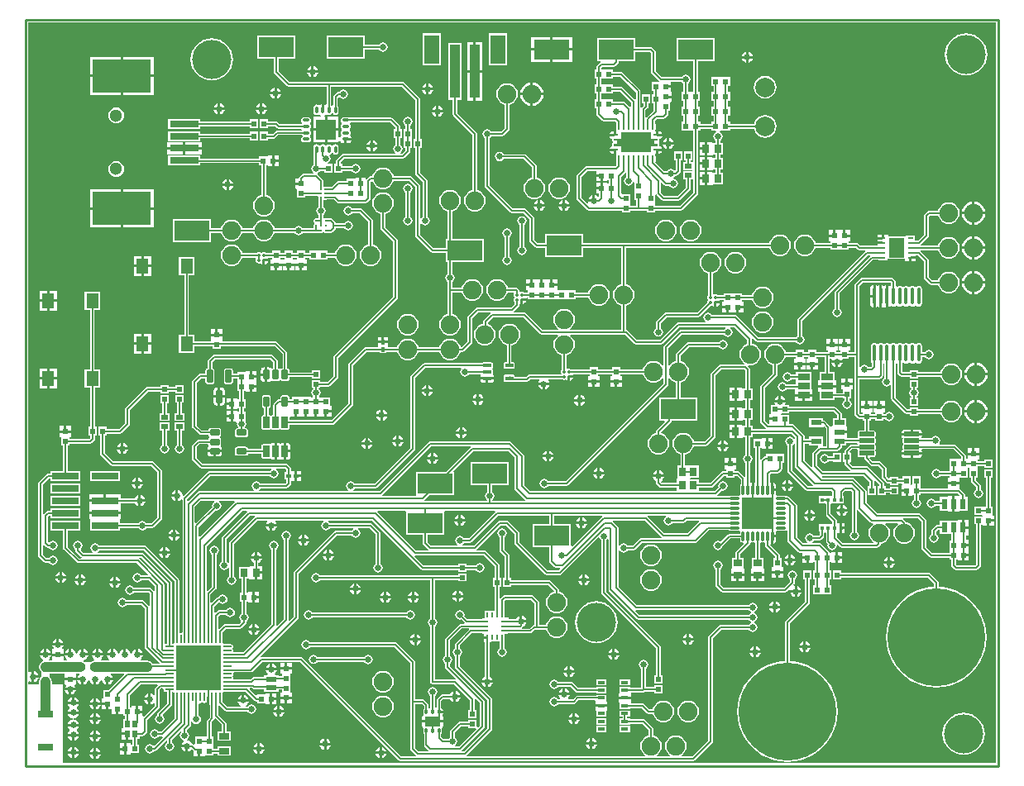
<source format=gtl>
G04*
G04 #@! TF.GenerationSoftware,Altium Limited,Altium Designer,20.1.14 (287)*
G04*
G04 Layer_Physical_Order=1*
G04 Layer_Color=255*
%FSLAX25Y25*%
%MOIN*%
G70*
G04*
G04 #@! TF.SameCoordinates,DFD3654D-5228-4AA8-B9DD-6FAD7AD09D05*
G04*
G04*
G04 #@! TF.FilePolarity,Positive*
G04*
G01*
G75*
%ADD13C,0.01000*%
%ADD16C,0.00600*%
%ADD25R,0.02362X0.02362*%
%ADD28O,0.01378X0.07284*%
%ADD29R,0.02362X0.02362*%
%ADD30R,0.02362X0.01968*%
G04:AMPARAMS|DCode=31|XSize=23.62mil|YSize=39.37mil|CornerRadius=2.01mil|HoleSize=0mil|Usage=FLASHONLY|Rotation=0.000|XOffset=0mil|YOffset=0mil|HoleType=Round|Shape=RoundedRectangle|*
%AMROUNDEDRECTD31*
21,1,0.02362,0.03535,0,0,0.0*
21,1,0.01961,0.03937,0,0,0.0*
1,1,0.00402,0.00980,-0.01768*
1,1,0.00402,-0.00980,-0.01768*
1,1,0.00402,-0.00980,0.01768*
1,1,0.00402,0.00980,0.01768*
%
%ADD31ROUNDEDRECTD31*%
G04:AMPARAMS|DCode=32|XSize=25.59mil|YSize=47.24mil|CornerRadius=1.92mil|HoleSize=0mil|Usage=FLASHONLY|Rotation=180.000|XOffset=0mil|YOffset=0mil|HoleType=Round|Shape=RoundedRectangle|*
%AMROUNDEDRECTD32*
21,1,0.02559,0.04341,0,0,180.0*
21,1,0.02175,0.04724,0,0,180.0*
1,1,0.00384,-0.01088,0.02170*
1,1,0.00384,0.01088,0.02170*
1,1,0.00384,0.01088,-0.02170*
1,1,0.00384,-0.01088,-0.02170*
%
%ADD32ROUNDEDRECTD32*%
%ADD33R,0.05118X0.06102*%
G04:AMPARAMS|DCode=34|XSize=23.62mil|YSize=39.37mil|CornerRadius=2.01mil|HoleSize=0mil|Usage=FLASHONLY|Rotation=90.000|XOffset=0mil|YOffset=0mil|HoleType=Round|Shape=RoundedRectangle|*
%AMROUNDEDRECTD34*
21,1,0.02362,0.03535,0,0,90.0*
21,1,0.01961,0.03937,0,0,90.0*
1,1,0.00402,0.01768,0.00980*
1,1,0.00402,0.01768,-0.00980*
1,1,0.00402,-0.01768,-0.00980*
1,1,0.00402,-0.01768,0.00980*
%
%ADD34ROUNDEDRECTD34*%
%ADD35R,0.04331X0.02362*%
%ADD36R,0.02362X0.04331*%
G04:AMPARAMS|DCode=37|XSize=51.18mil|YSize=23.62mil|CornerRadius=2.01mil|HoleSize=0mil|Usage=FLASHONLY|Rotation=270.000|XOffset=0mil|YOffset=0mil|HoleType=Round|Shape=RoundedRectangle|*
%AMROUNDEDRECTD37*
21,1,0.05118,0.01961,0,0,270.0*
21,1,0.04717,0.02362,0,0,270.0*
1,1,0.00402,-0.00980,-0.02358*
1,1,0.00402,-0.00980,0.02358*
1,1,0.00402,0.00980,0.02358*
1,1,0.00402,0.00980,-0.02358*
%
%ADD37ROUNDEDRECTD37*%
G04:AMPARAMS|DCode=38|XSize=17.72mil|YSize=61.02mil|CornerRadius=1.95mil|HoleSize=0mil|Usage=FLASHONLY|Rotation=270.000|XOffset=0mil|YOffset=0mil|HoleType=Round|Shape=RoundedRectangle|*
%AMROUNDEDRECTD38*
21,1,0.01772,0.05713,0,0,270.0*
21,1,0.01382,0.06102,0,0,270.0*
1,1,0.00390,-0.02856,-0.00691*
1,1,0.00390,-0.02856,0.00691*
1,1,0.00390,0.02856,0.00691*
1,1,0.00390,0.02856,-0.00691*
%
%ADD38ROUNDEDRECTD38*%
%ADD39R,0.05118X0.02756*%
%ADD40R,0.01968X0.02362*%
%ADD41R,0.14370X0.08071*%
%ADD42R,0.23779X0.13386*%
%ADD43R,0.11811X0.02756*%
%ADD44R,0.03150X0.03543*%
%ADD45R,0.01181X0.01772*%
%ADD46R,0.10984X0.02913*%
G04:AMPARAMS|DCode=47|XSize=9.45mil|YSize=23.62mil|CornerRadius=1.98mil|HoleSize=0mil|Usage=FLASHONLY|Rotation=0.000|XOffset=0mil|YOffset=0mil|HoleType=Round|Shape=RoundedRectangle|*
%AMROUNDEDRECTD47*
21,1,0.00945,0.01965,0,0,0.0*
21,1,0.00548,0.02362,0,0,0.0*
1,1,0.00397,0.00274,-0.00983*
1,1,0.00397,-0.00274,-0.00983*
1,1,0.00397,-0.00274,0.00983*
1,1,0.00397,0.00274,0.00983*
%
%ADD47ROUNDEDRECTD47*%
G04:AMPARAMS|DCode=48|XSize=9.45mil|YSize=23.62mil|CornerRadius=1.98mil|HoleSize=0mil|Usage=FLASHONLY|Rotation=270.000|XOffset=0mil|YOffset=0mil|HoleType=Round|Shape=RoundedRectangle|*
%AMROUNDEDRECTD48*
21,1,0.00945,0.01965,0,0,270.0*
21,1,0.00548,0.02362,0,0,270.0*
1,1,0.00397,-0.00983,-0.00274*
1,1,0.00397,-0.00983,0.00274*
1,1,0.00397,0.00983,0.00274*
1,1,0.00397,0.00983,-0.00274*
%
%ADD48ROUNDEDRECTD48*%
G04:AMPARAMS|DCode=49|XSize=17.72mil|YSize=11.81mil|CornerRadius=1.95mil|HoleSize=0mil|Usage=FLASHONLY|Rotation=90.000|XOffset=0mil|YOffset=0mil|HoleType=Round|Shape=RoundedRectangle|*
%AMROUNDEDRECTD49*
21,1,0.01772,0.00791,0,0,90.0*
21,1,0.01382,0.01181,0,0,90.0*
1,1,0.00390,0.00396,0.00691*
1,1,0.00390,0.00396,-0.00691*
1,1,0.00390,-0.00396,-0.00691*
1,1,0.00390,-0.00396,0.00691*
%
%ADD49ROUNDEDRECTD49*%
%ADD50O,0.03740X0.00787*%
%ADD51O,0.00787X0.03740*%
%ADD52R,0.18110X0.18110*%
%ADD53O,0.02953X0.01181*%
%ADD54O,0.01181X0.02953*%
%ADD55R,0.05906X0.02913*%
%ADD56R,0.03937X0.21654*%
%ADD57R,0.06299X0.11811*%
%ADD58R,0.02756X0.01968*%
%ADD59R,0.02953X0.03347*%
%ADD60R,0.02953X0.01378*%
G04:AMPARAMS|DCode=61|XSize=15.75mil|YSize=33.47mil|CornerRadius=1.97mil|HoleSize=0mil|Usage=FLASHONLY|Rotation=90.000|XOffset=0mil|YOffset=0mil|HoleType=Round|Shape=RoundedRectangle|*
%AMROUNDEDRECTD61*
21,1,0.01575,0.02953,0,0,90.0*
21,1,0.01181,0.03347,0,0,90.0*
1,1,0.00394,0.01476,0.00591*
1,1,0.00394,0.01476,-0.00591*
1,1,0.00394,-0.01476,-0.00591*
1,1,0.00394,-0.01476,0.00591*
%
%ADD61ROUNDEDRECTD61*%
G04:AMPARAMS|DCode=62|XSize=38.98mil|YSize=10.63mil|CornerRadius=1.33mil|HoleSize=0mil|Usage=FLASHONLY|Rotation=270.000|XOffset=0mil|YOffset=0mil|HoleType=Round|Shape=RoundedRectangle|*
%AMROUNDEDRECTD62*
21,1,0.03898,0.00797,0,0,270.0*
21,1,0.03632,0.01063,0,0,270.0*
1,1,0.00266,-0.00399,-0.01816*
1,1,0.00266,-0.00399,0.01816*
1,1,0.00266,0.00399,0.01816*
1,1,0.00266,0.00399,-0.01816*
%
%ADD62ROUNDEDRECTD62*%
G04:AMPARAMS|DCode=63|XSize=38.98mil|YSize=10.63mil|CornerRadius=1.33mil|HoleSize=0mil|Usage=FLASHONLY|Rotation=180.000|XOffset=0mil|YOffset=0mil|HoleType=Round|Shape=RoundedRectangle|*
%AMROUNDEDRECTD63*
21,1,0.03898,0.00797,0,0,180.0*
21,1,0.03632,0.01063,0,0,180.0*
1,1,0.00266,-0.01816,0.00399*
1,1,0.00266,0.01816,0.00399*
1,1,0.00266,0.01816,-0.00399*
1,1,0.00266,-0.01816,-0.00399*
%
%ADD63ROUNDEDRECTD63*%
%ADD64R,0.03347X0.02953*%
%ADD65C,0.00906*%
%ADD66R,0.01772X0.01968*%
%ADD67R,0.01968X0.01772*%
%ADD69R,0.04000X0.02500*%
%ADD70R,0.02362X0.02756*%
%ADD71R,0.00984X0.01870*%
%ADD72R,0.01870X0.00984*%
G04:AMPARAMS|DCode=94|XSize=11.81mil|YSize=11.81mil|CornerRadius=1.95mil|HoleSize=0mil|Usage=FLASHONLY|Rotation=0.000|XOffset=0mil|YOffset=0mil|HoleType=Round|Shape=RoundedRectangle|*
%AMROUNDEDRECTD94*
21,1,0.01181,0.00791,0,0,0.0*
21,1,0.00791,0.01181,0,0,0.0*
1,1,0.00390,0.00396,-0.00396*
1,1,0.00390,-0.00396,-0.00396*
1,1,0.00390,-0.00396,0.00396*
1,1,0.00390,0.00396,0.00396*
%
%ADD94ROUNDEDRECTD94*%
G04:AMPARAMS|DCode=95|XSize=39.37mil|YSize=62.99mil|CornerRadius=1.97mil|HoleSize=0mil|Usage=FLASHONLY|Rotation=90.000|XOffset=0mil|YOffset=0mil|HoleType=Round|Shape=RoundedRectangle|*
%AMROUNDEDRECTD95*
21,1,0.03937,0.05906,0,0,90.0*
21,1,0.03543,0.06299,0,0,90.0*
1,1,0.00394,0.02953,0.01772*
1,1,0.00394,0.02953,-0.01772*
1,1,0.00394,-0.02953,-0.01772*
1,1,0.00394,-0.02953,0.01772*
%
%ADD95ROUNDEDRECTD95*%
%ADD125C,0.01339*%
%ADD126R,0.06299X0.07874*%
%ADD127R,0.02362X0.00984*%
%ADD128R,0.08268X0.08268*%
%ADD129R,0.12795X0.12795*%
%ADD130C,0.00965*%
%ADD131R,0.04488X0.02264*%
%ADD132C,0.03900*%
%ADD133C,0.07500*%
%ADD134C,0.39370*%
%ADD135C,0.15748*%
%ADD136C,0.07874*%
%ADD137C,0.05118*%
%ADD138C,0.02500*%
G36*
X390879Y1122D02*
X15000D01*
X15000Y33000D01*
X10600D01*
Y34000D01*
X10402Y34995D01*
X9838Y35838D01*
X9781Y35877D01*
Y36687D01*
X9781Y36813D01*
Y37187D01*
X9994Y37400D01*
X15396D01*
X15819Y37213D01*
Y35531D01*
X18000D01*
X20181D01*
Y37213D01*
X20604Y37400D01*
X21642D01*
X21794Y36900D01*
X21378Y36622D01*
X20880Y35878D01*
X20805Y35500D01*
X23000D01*
Y35000D01*
X23500D01*
Y32805D01*
X23878Y32880D01*
X24622Y33378D01*
X25120Y34122D01*
X25245Y34754D01*
X25755D01*
X25881Y34122D01*
X26378Y33378D01*
X27122Y32880D01*
X27500Y32805D01*
Y35000D01*
X28500D01*
Y32805D01*
X28878Y32880D01*
X29622Y33378D01*
X30119Y34122D01*
X30245Y34754D01*
X30755D01*
X30880Y34122D01*
X31378Y33378D01*
X32122Y32880D01*
X32500Y32805D01*
Y35000D01*
X33000D01*
Y35500D01*
X35195D01*
X35120Y35878D01*
X34622Y36622D01*
X34206Y36900D01*
X34358Y37400D01*
X39512D01*
X39703Y36938D01*
X33483Y30718D01*
X31219D01*
Y27181D01*
X30819D01*
Y25500D01*
X33000D01*
Y25000D01*
X33500D01*
Y22819D01*
X34819D01*
Y20850D01*
X36500D01*
Y23031D01*
X37500D01*
Y20850D01*
X39181D01*
X39219Y20366D01*
Y20156D01*
X40082D01*
Y18915D01*
X39219D01*
Y15378D01*
X38819D01*
Y13500D01*
X41000D01*
Y13000D01*
X41500D01*
Y10622D01*
X43082D01*
Y8718D01*
X42244D01*
Y9118D01*
X40563D01*
Y6937D01*
Y4756D01*
X42244D01*
Y5156D01*
X45781D01*
Y8718D01*
X44918D01*
Y11022D01*
X45931D01*
Y12082D01*
X47000D01*
X47351Y12152D01*
X47649Y12351D01*
X48712Y13414D01*
X48911Y13712D01*
X48981Y14063D01*
Y18683D01*
X53649Y23351D01*
X53848Y23649D01*
X53918Y24000D01*
Y30620D01*
X54752Y31454D01*
X55269Y31421D01*
X55542Y31008D01*
X55510Y30850D01*
X55588Y30463D01*
X55807Y30134D01*
X56136Y29914D01*
X56524Y29837D01*
X57082D01*
Y25380D01*
X53351Y21649D01*
X53152Y21351D01*
X53082Y21000D01*
Y20612D01*
X52666Y20334D01*
X52257Y19722D01*
X52114Y19000D01*
X52257Y18278D01*
X52666Y17666D01*
X53278Y17257D01*
X54000Y17114D01*
X54722Y17257D01*
X55334Y17666D01*
X55743Y18278D01*
X55886Y19000D01*
X55743Y19722D01*
X55334Y20334D01*
X55273Y20976D01*
X58649Y24351D01*
X58848Y24649D01*
X58918Y25000D01*
Y29837D01*
X59476D01*
X59559Y29769D01*
Y29457D01*
X59872D01*
X59940Y29374D01*
Y26421D01*
X60017Y26033D01*
X60035Y26006D01*
Y19333D01*
X54620Y13918D01*
X53612D01*
X53334Y14334D01*
X52722Y14743D01*
X52000Y14886D01*
X51278Y14743D01*
X50666Y14334D01*
X50257Y13722D01*
X50114Y13000D01*
X50257Y12278D01*
X50666Y11666D01*
X51278Y11257D01*
X52000Y11114D01*
X52722Y11257D01*
X53334Y11666D01*
X53612Y12082D01*
X55000D01*
X55097Y12102D01*
X55343Y11641D01*
X51976Y8273D01*
X51334Y8334D01*
X50722Y8743D01*
X50000Y8886D01*
X49278Y8743D01*
X48666Y8334D01*
X48257Y7722D01*
X48114Y7000D01*
X48257Y6278D01*
X48666Y5666D01*
X49278Y5257D01*
X50000Y5114D01*
X50722Y5257D01*
X51334Y5666D01*
X51612Y6082D01*
X52000D01*
X52351Y6152D01*
X52649Y6351D01*
X56620Y10323D01*
X57082Y10131D01*
Y9612D01*
X56666Y9334D01*
X56257Y8722D01*
X56114Y8000D01*
X56257Y7278D01*
X56666Y6666D01*
X57278Y6257D01*
X58000Y6114D01*
X58722Y6257D01*
X59334Y6666D01*
X59743Y7278D01*
X59886Y8000D01*
X59743Y8722D01*
X59334Y9334D01*
X58918Y9612D01*
Y10620D01*
X62299Y14001D01*
X62819Y13815D01*
X62831Y13694D01*
X62666Y13584D01*
X62257Y12972D01*
X62114Y12250D01*
X62257Y11528D01*
X62666Y10916D01*
X63278Y10507D01*
X63682Y10427D01*
X63788Y9896D01*
X63378Y9622D01*
X62881Y8878D01*
X62805Y8500D01*
X65000D01*
Y8000D01*
X65500D01*
Y5805D01*
X65878Y5881D01*
X66622Y6378D01*
X66685Y6471D01*
X67182Y6520D01*
X67621Y6081D01*
X67819Y5949D01*
Y3882D01*
X69500D01*
Y6063D01*
X70500D01*
Y3882D01*
X71977D01*
X71978Y3882D01*
X72181Y3882D01*
X72422Y4282D01*
X72681Y4282D01*
X75781D01*
Y5082D01*
X77400D01*
Y4150D01*
X82600D01*
Y7850D01*
X77400D01*
Y6918D01*
X75781D01*
Y7719D01*
X75781Y7844D01*
Y8219D01*
X75781Y8344D01*
Y11781D01*
X74918D01*
Y17620D01*
X75775Y18477D01*
X75974Y18775D01*
X76015Y18981D01*
X76379Y19148D01*
X76544Y19159D01*
X79082Y16620D01*
Y13850D01*
X77400D01*
Y10150D01*
X82600D01*
Y13850D01*
X80918D01*
Y17000D01*
X80848Y17351D01*
X80649Y17649D01*
X77618Y20679D01*
Y24377D01*
X78118Y24584D01*
X80351Y22351D01*
X80649Y22152D01*
X81000Y22082D01*
X89388D01*
X89666Y21666D01*
X90278Y21257D01*
X91000Y21114D01*
X91722Y21257D01*
X92334Y21666D01*
X92743Y22278D01*
X92886Y23000D01*
X92743Y23722D01*
X92334Y24334D01*
X91722Y24743D01*
X91000Y24886D01*
X90278Y24743D01*
X89666Y24334D01*
X89388Y23918D01*
X88816D01*
X88664Y24418D01*
X89277Y24827D01*
X89774Y25572D01*
X89850Y25949D01*
X85460D01*
X85535Y25572D01*
X86033Y24827D01*
X86646Y24418D01*
X86494Y23918D01*
X81380D01*
X79220Y26077D01*
X79289Y26421D01*
Y29374D01*
X79357Y29457D01*
X79669D01*
Y29769D01*
X79752Y29837D01*
X82705D01*
X83092Y29914D01*
X83120Y29933D01*
X88770D01*
X92351Y26351D01*
X92649Y26152D01*
X93000Y26082D01*
X93219D01*
Y25219D01*
X96756D01*
Y24819D01*
X98437D01*
Y27000D01*
Y29181D01*
X96756D01*
Y28781D01*
X93219D01*
Y28732D01*
X92757Y28541D01*
X90290Y31008D01*
X90497Y31508D01*
X91195D01*
X91351Y31351D01*
X91649Y31152D01*
X92000Y31082D01*
X96156D01*
Y30040D01*
X101844D01*
Y30854D01*
X103219D01*
Y29630D01*
X102819D01*
Y27949D01*
X105000D01*
X107181D01*
Y29630D01*
X106781D01*
Y33167D01*
X106781D01*
Y33605D01*
X106781D01*
Y37142D01*
X107181D01*
Y38823D01*
X105000D01*
X102819D01*
Y37142D01*
X103219D01*
Y36303D01*
X101844D01*
Y36732D01*
X100555D01*
X100404Y37232D01*
X100622Y37378D01*
X101119Y38122D01*
X101195Y38500D01*
X96805D01*
X96881Y38122D01*
X97378Y37378D01*
X97596Y37232D01*
X97445Y36732D01*
X96156D01*
Y35918D01*
X92000D01*
X91649Y35848D01*
X91351Y35649D01*
X90620Y34918D01*
X84016D01*
X83687Y35418D01*
X83718Y35575D01*
X83641Y35963D01*
X83421Y36291D01*
Y36433D01*
X83641Y36762D01*
X83718Y37150D01*
X83687Y37307D01*
X84016Y37807D01*
X90724D01*
X91076Y37877D01*
X91373Y38076D01*
X95380Y42082D01*
X110620D01*
X150351Y2351D01*
X150649Y2152D01*
X151000Y2082D01*
X269000D01*
X269351Y2152D01*
X269649Y2351D01*
X276649Y9351D01*
X276848Y9649D01*
X276918Y10000D01*
Y51620D01*
X280380Y55082D01*
X291388D01*
X291666Y54666D01*
X292278Y54257D01*
X293000Y54114D01*
X293722Y54257D01*
X294334Y54666D01*
X294743Y55278D01*
X294886Y56000D01*
X294743Y56722D01*
X294334Y57334D01*
X293722Y57743D01*
X293710Y57745D01*
Y58255D01*
X293722Y58257D01*
X294334Y58666D01*
X294743Y59278D01*
X294886Y60000D01*
X294743Y60722D01*
X294334Y61334D01*
X293722Y61743D01*
X293710Y61745D01*
Y62255D01*
X293722Y62257D01*
X294334Y62666D01*
X294743Y63278D01*
X294886Y64000D01*
X294743Y64722D01*
X294334Y65334D01*
X293722Y65743D01*
X293000Y65886D01*
X292278Y65743D01*
X291666Y65334D01*
X291388Y64918D01*
X246380D01*
X238918Y72380D01*
Y86887D01*
X239418Y87038D01*
X239666Y86666D01*
X240278Y86257D01*
X241000Y86114D01*
X241722Y86257D01*
X242334Y86666D01*
X242612Y87082D01*
X245000D01*
X245351Y87152D01*
X245649Y87351D01*
X248380Y90082D01*
X270000D01*
X270351Y90152D01*
X270649Y90351D01*
X275475Y95177D01*
X283358D01*
X283364Y95167D01*
X283607Y95006D01*
X283893Y94949D01*
X287525D01*
X287602Y94885D01*
Y94602D01*
X287885D01*
X287949Y94525D01*
Y93626D01*
X283709D01*
X283358Y93556D01*
X283060Y93357D01*
X280155Y90453D01*
X279722Y90743D01*
X279000Y90886D01*
X278278Y90743D01*
X277666Y90334D01*
X277257Y89722D01*
X277114Y89000D01*
X277257Y88278D01*
X277666Y87666D01*
X278278Y87257D01*
X279000Y87114D01*
X279722Y87257D01*
X280334Y87666D01*
X280743Y88278D01*
X280784Y88486D01*
X284089Y91791D01*
X287949D01*
Y90893D01*
X288005Y90607D01*
X288168Y90364D01*
X288410Y90202D01*
X288696Y90145D01*
X289141D01*
X289348Y89645D01*
X286351Y86649D01*
X286152Y86351D01*
X286082Y86000D01*
Y84076D01*
X284727D01*
Y80055D01*
X284727Y79924D01*
X284409Y79555D01*
X284327D01*
Y77579D01*
X287000D01*
X289673D01*
Y79555D01*
X289591D01*
X289273Y79924D01*
X289273Y80055D01*
Y84076D01*
X287918D01*
Y85620D01*
X291712Y89414D01*
X291911Y89712D01*
X291943Y89871D01*
X292090Y89992D01*
X292362Y90149D01*
X292481Y90176D01*
X292633Y90145D01*
X293430D01*
X293582Y90176D01*
X293969Y89956D01*
X294082Y89846D01*
Y84076D01*
X292727D01*
Y80055D01*
X292727Y79924D01*
X292409Y79555D01*
X292327D01*
Y77579D01*
X295000D01*
X297673D01*
Y79555D01*
X297591D01*
X297273Y79924D01*
X297273Y80055D01*
Y84076D01*
X295918D01*
Y89846D01*
X296031Y89956D01*
X296418Y90176D01*
X296570Y90145D01*
X297367D01*
X297519Y90176D01*
X297906Y89956D01*
X298019Y89846D01*
Y89063D01*
X298089Y88712D01*
X298288Y88414D01*
X302082Y84620D01*
Y83781D01*
X301219D01*
Y80244D01*
X300819D01*
Y78563D01*
X303000D01*
X305181D01*
Y80244D01*
X304781D01*
Y83781D01*
X303918D01*
Y85000D01*
X303848Y85351D01*
X303649Y85649D01*
X300157Y89141D01*
X300271Y89713D01*
X300355Y89768D01*
X300406Y89758D01*
Y92709D01*
X300905D01*
Y93209D01*
X302459D01*
Y94474D01*
X302461Y94526D01*
X302877Y94949D01*
X306107D01*
X306393Y95006D01*
X306582Y95132D01*
X306822Y95071D01*
X307082Y94936D01*
Y91000D01*
X307152Y90649D01*
X307351Y90351D01*
X311351Y86351D01*
X311649Y86152D01*
X312000Y86082D01*
X312850D01*
Y84500D01*
X315032D01*
Y84000D01*
X315531D01*
Y81819D01*
X317213D01*
Y82219D01*
X318082D01*
Y78781D01*
X317384D01*
Y75219D01*
X318082D01*
Y72781D01*
X317219D01*
Y69219D01*
X320781D01*
Y69219D01*
X321156D01*
Y69219D01*
X324718D01*
Y72781D01*
X323855D01*
Y75219D01*
X324584D01*
Y78781D01*
X323855D01*
Y82219D01*
X324756D01*
Y81819D01*
X326437D01*
Y84000D01*
Y86181D01*
X324756D01*
Y85781D01*
X323918D01*
Y86000D01*
X323848Y86351D01*
X323649Y86649D01*
X320649Y89649D01*
X320351Y89848D01*
X320000Y89918D01*
X317113D01*
X316962Y90418D01*
X317334Y90666D01*
X317612Y91082D01*
X320000D01*
X320351Y91152D01*
X320649Y91351D01*
X321531Y92233D01*
X321730Y92531D01*
X321799Y92882D01*
Y94110D01*
X322161Y94319D01*
X322523Y94110D01*
Y90559D01*
X322593Y90208D01*
X322792Y89910D01*
X323211Y89491D01*
X323114Y89000D01*
X323257Y88278D01*
X323666Y87666D01*
X324278Y87257D01*
X325000Y87114D01*
X325722Y87257D01*
X326334Y87666D01*
X326743Y88278D01*
X326886Y89000D01*
X326859Y89136D01*
X327320Y89382D01*
X328351Y88351D01*
X328649Y88152D01*
X329000Y88082D01*
X343000D01*
X343351Y88152D01*
X343649Y88351D01*
X344350Y89053D01*
X344549Y89350D01*
X344618Y89694D01*
X345136Y89762D01*
X346194Y90200D01*
X347102Y90898D01*
X347800Y91806D01*
X348238Y92864D01*
X348388Y94000D01*
X348238Y95136D01*
X347800Y96194D01*
X347102Y97102D01*
X346477Y97582D01*
X346647Y98082D01*
X351353D01*
X351523Y97582D01*
X350898Y97102D01*
X350200Y96194D01*
X349762Y95136D01*
X349612Y94000D01*
X349762Y92864D01*
X350200Y91806D01*
X350898Y90898D01*
X351806Y90200D01*
X352864Y89762D01*
X354000Y89613D01*
X355136Y89762D01*
X356194Y90200D01*
X357102Y90898D01*
X357800Y91806D01*
X358238Y92864D01*
X358387Y94000D01*
X358238Y95136D01*
X357800Y96194D01*
X357102Y97102D01*
X356194Y97800D01*
X355136Y98238D01*
X354863Y98274D01*
X354848Y98351D01*
X354649Y98649D01*
X353715Y99582D01*
X353766Y99851D01*
X353900Y100082D01*
X359620D01*
X361082Y98620D01*
Y88000D01*
X361152Y87649D01*
X361351Y87351D01*
X364351Y84351D01*
X364649Y84152D01*
X365000Y84082D01*
X372250D01*
Y83219D01*
X373082D01*
Y81000D01*
X373152Y80649D01*
X373351Y80351D01*
X374351Y79351D01*
X374649Y79152D01*
X375000Y79082D01*
X383000D01*
X383351Y79152D01*
X383649Y79351D01*
X384649Y80351D01*
X384848Y80649D01*
X384918Y81000D01*
Y97125D01*
X385131Y97339D01*
X385692Y97288D01*
X385819Y97079D01*
X386022Y97079D01*
X386023Y97079D01*
X387500D01*
Y99063D01*
X388000D01*
Y99563D01*
X390181D01*
Y101047D01*
X390099D01*
X389781Y101416D01*
X389781Y101547D01*
Y104584D01*
X388918D01*
Y116416D01*
X389781D01*
Y119584D01*
X386219D01*
Y116416D01*
X387082D01*
Y104584D01*
X386219D01*
Y104584D01*
X385781D01*
Y104584D01*
X382219D01*
Y101416D01*
X385501D01*
X385809Y101059D01*
X385809Y101051D01*
X385507Y100647D01*
X382219D01*
Y97479D01*
X383082D01*
Y81380D01*
X382620Y80918D01*
X375380D01*
X374918Y81380D01*
Y83219D01*
X375787D01*
Y82819D01*
X377468D01*
Y85000D01*
X377969D01*
Y85500D01*
X380150D01*
Y87181D01*
X380118D01*
Y88500D01*
X377937D01*
Y89500D01*
X380118D01*
Y91181D01*
X378886D01*
Y93110D01*
X379921D01*
Y95776D01*
X377740D01*
Y96276D01*
X377240D01*
Y99441D01*
X375559D01*
Y99041D01*
X372541D01*
X372219Y99041D01*
X371719Y99041D01*
X368479D01*
Y97193D01*
X367276D01*
X366924Y97123D01*
X366627Y96925D01*
X365351Y95649D01*
X365152Y95351D01*
X365082Y95000D01*
Y93612D01*
X364666Y93334D01*
X364257Y92722D01*
X364114Y92000D01*
X364257Y91278D01*
X364666Y90666D01*
X365278Y90257D01*
X366000Y90114D01*
X366722Y90257D01*
X367334Y90666D01*
X367743Y91278D01*
X367886Y92000D01*
X367743Y92722D01*
X367334Y93334D01*
X366918Y93612D01*
Y94620D01*
X367656Y95358D01*
X368479D01*
Y93510D01*
X371719D01*
X372041Y93510D01*
X372541Y93510D01*
X373114D01*
Y90781D01*
X372219D01*
Y87268D01*
X372219Y87219D01*
X372219D01*
X372250Y86781D01*
X372250D01*
Y85918D01*
X365380D01*
X362918Y88380D01*
Y99000D01*
X362848Y99351D01*
X362649Y99649D01*
X360649Y101649D01*
X360351Y101848D01*
X360000Y101918D01*
X343380D01*
X338918Y106380D01*
Y110697D01*
X338848Y111048D01*
X338649Y111346D01*
X334146Y115849D01*
X333848Y116048D01*
X333497Y116118D01*
X321180D01*
X320657Y116641D01*
X320903Y117102D01*
X321000Y117082D01*
X337620D01*
X340145Y114557D01*
Y112781D01*
X339479D01*
Y109219D01*
X342647D01*
Y112781D01*
X341981D01*
Y114937D01*
X341961Y115034D01*
X342422Y115280D01*
X344082Y113620D01*
Y112781D01*
X343416D01*
Y109219D01*
X346584D01*
Y110145D01*
X348219D01*
Y109479D01*
X351781D01*
Y112647D01*
X348219D01*
Y111981D01*
X346584D01*
Y112781D01*
X345918D01*
Y114000D01*
X345848Y114351D01*
X345649Y114649D01*
X339649Y120649D01*
X339351Y120848D01*
X339000Y120918D01*
X333380D01*
X332079Y122219D01*
X332286Y122719D01*
X332584D01*
Y126281D01*
X332286D01*
X332079Y126781D01*
X333101Y127803D01*
X335114D01*
X335218Y127673D01*
X335371Y127379D01*
X335241Y127163D01*
X335180Y126852D01*
Y125470D01*
X335241Y125160D01*
X335417Y124897D01*
X335680Y124722D01*
X335990Y124660D01*
X337929D01*
Y124153D01*
X337999Y123802D01*
X338198Y123505D01*
X340351Y121351D01*
X340649Y121152D01*
X341000Y121082D01*
X343620D01*
X345082Y119620D01*
Y116500D01*
X345152Y116149D01*
X345351Y115851D01*
X346851Y114351D01*
X347149Y114152D01*
X347500Y114082D01*
X348219D01*
Y113416D01*
X351781D01*
Y114082D01*
X353062D01*
X353416Y113729D01*
X353416Y113219D01*
X352931Y113181D01*
X352882D01*
Y111500D01*
X355063D01*
Y111000D01*
X355563D01*
Y108819D01*
X357244D01*
Y109219D01*
X358082D01*
Y107612D01*
X357666Y107334D01*
X357257Y106722D01*
X357114Y106000D01*
X357257Y105278D01*
X357666Y104666D01*
X358278Y104257D01*
X359000Y104114D01*
X359722Y104257D01*
X360334Y104666D01*
X360743Y105278D01*
X360886Y106000D01*
X360743Y106722D01*
X360334Y107334D01*
X359918Y107612D01*
Y109219D01*
X360781D01*
Y110082D01*
X375620D01*
X376405Y109297D01*
X376105Y108890D01*
X374500D01*
Y105724D01*
Y102559D01*
X376181D01*
Y102959D01*
X379521D01*
Y108490D01*
X378658D01*
Y109260D01*
X378588Y109611D01*
X378389Y109909D01*
X376649Y111649D01*
X376351Y111848D01*
X376181Y111882D01*
Y113531D01*
X374000D01*
X371819D01*
Y111918D01*
X360781D01*
Y112781D01*
X360671D01*
X360521Y113219D01*
X360521D01*
Y116781D01*
X357353D01*
Y113636D01*
X357347Y113611D01*
X356778Y113381D01*
X356584Y113501D01*
Y116781D01*
X353416D01*
Y115918D01*
X351781D01*
Y116584D01*
X348219D01*
Y116286D01*
X347719Y116079D01*
X346918Y116880D01*
Y120000D01*
X346848Y120351D01*
X346649Y120649D01*
X344649Y122649D01*
X344351Y122848D01*
X344000Y122918D01*
X341380D01*
X340138Y124160D01*
X340345Y124660D01*
X341703D01*
X342013Y124722D01*
X342276Y124897D01*
X342452Y125160D01*
X342513Y125470D01*
Y126852D01*
X342452Y127163D01*
X342285Y127441D01*
X342452Y127719D01*
X342513Y128030D01*
Y129411D01*
X342452Y129722D01*
X342276Y129984D01*
Y130016D01*
X342452Y130278D01*
X342513Y130589D01*
Y131971D01*
X342452Y132281D01*
X342285Y132559D01*
X342452Y132837D01*
X342513Y133148D01*
Y134529D01*
X342452Y134840D01*
X342276Y135103D01*
X342013Y135278D01*
X341703Y135340D01*
X339918D01*
Y139219D01*
X340781D01*
Y140082D01*
X342219D01*
Y139219D01*
X345781D01*
Y140082D01*
X346388D01*
X346666Y139666D01*
X347278Y139257D01*
X348000Y139114D01*
X348722Y139257D01*
X349334Y139666D01*
X349743Y140278D01*
X349886Y141000D01*
X349743Y141722D01*
X349334Y142334D01*
X348722Y142743D01*
X348000Y142886D01*
X347278Y142743D01*
X346666Y142334D01*
X346388Y141918D01*
X345781D01*
Y142756D01*
X346181D01*
Y144437D01*
X344000D01*
X341819D01*
Y142756D01*
X342219D01*
Y141918D01*
X340781D01*
Y142756D01*
X341181D01*
Y144437D01*
X339000D01*
X336819D01*
Y142756D01*
X337219D01*
Y141918D01*
X336380D01*
X335918Y142380D01*
Y156082D01*
X344000D01*
X344351Y156152D01*
X344649Y156351D01*
X345251Y156954D01*
X345450Y157251D01*
X345520Y157602D01*
Y162143D01*
X346020Y162359D01*
X346163Y162225D01*
Y156666D01*
X345666Y156334D01*
X345257Y155722D01*
X345114Y155000D01*
X345257Y154278D01*
X345666Y153666D01*
X346278Y153257D01*
X347000Y153114D01*
X347722Y153257D01*
X348303Y153646D01*
X348468Y153610D01*
X348803Y153468D01*
Y148280D01*
X348873Y147928D01*
X349072Y147631D01*
X354351Y142351D01*
X354649Y142152D01*
X355000Y142082D01*
X356219D01*
Y141416D01*
X359781D01*
Y142082D01*
X368733D01*
X368762Y141864D01*
X369200Y140806D01*
X369898Y139898D01*
X370806Y139200D01*
X371864Y138762D01*
X373000Y138612D01*
X374136Y138762D01*
X375194Y139200D01*
X376102Y139898D01*
X376800Y140806D01*
X377238Y141864D01*
X377387Y143000D01*
X377238Y144136D01*
X376800Y145194D01*
X376102Y146102D01*
X375194Y146800D01*
X374136Y147238D01*
X373000Y147388D01*
X371864Y147238D01*
X370806Y146800D01*
X369898Y146102D01*
X369200Y145194D01*
X368762Y144136D01*
X368733Y143918D01*
X359781D01*
Y144584D01*
X356219D01*
Y143918D01*
X355380D01*
X350638Y148660D01*
Y162225D01*
X351138Y162430D01*
X351362Y162202D01*
Y158721D01*
X351432Y158369D01*
X351631Y158072D01*
X352351Y157351D01*
X352649Y157152D01*
X353000Y157082D01*
X356219D01*
Y156416D01*
X359781D01*
Y157082D01*
X368733D01*
X368762Y156864D01*
X369200Y155806D01*
X369898Y154897D01*
X370806Y154200D01*
X371864Y153762D01*
X373000Y153612D01*
X374136Y153762D01*
X375194Y154200D01*
X376102Y154897D01*
X376800Y155806D01*
X377238Y156864D01*
X377387Y158000D01*
X377238Y159136D01*
X376800Y160194D01*
X376102Y161102D01*
X375194Y161800D01*
X374136Y162238D01*
X373000Y162388D01*
X371864Y162238D01*
X370806Y161800D01*
X369898Y161102D01*
X369200Y160194D01*
X368762Y159136D01*
X368733Y158918D01*
X359781D01*
Y159584D01*
X356219D01*
Y158918D01*
X353380D01*
X353197Y159101D01*
Y162594D01*
X353209Y162602D01*
X353258Y162676D01*
X353860D01*
X353909Y162602D01*
X354336Y162317D01*
X354839Y162217D01*
X355342Y162317D01*
X355768Y162602D01*
X355817Y162676D01*
X356419D01*
X356468Y162602D01*
X356895Y162317D01*
X357398Y162217D01*
X357901Y162317D01*
X358327Y162602D01*
X358377Y162676D01*
X358978D01*
X359027Y162602D01*
X359454Y162317D01*
X359957Y162217D01*
X360460Y162317D01*
X360886Y162602D01*
X361171Y163029D01*
X361271Y163531D01*
Y165082D01*
X362388D01*
X362666Y164666D01*
X363278Y164257D01*
X364000Y164114D01*
X364722Y164257D01*
X365334Y164666D01*
X365743Y165278D01*
X365886Y166000D01*
X365743Y166722D01*
X365334Y167334D01*
X364722Y167743D01*
X364000Y167886D01*
X363278Y167743D01*
X362666Y167334D01*
X362388Y166918D01*
X361271D01*
Y169437D01*
X361171Y169940D01*
X360886Y170366D01*
X360460Y170651D01*
X359957Y170751D01*
X359454Y170651D01*
X359027Y170366D01*
X358978Y170292D01*
X358377D01*
X358327Y170366D01*
X357901Y170651D01*
X357398Y170751D01*
X356895Y170651D01*
X356468Y170366D01*
X356419Y170292D01*
X355817D01*
X355768Y170366D01*
X355342Y170651D01*
X354839Y170751D01*
X354336Y170651D01*
X353909Y170366D01*
X353860Y170292D01*
X353258D01*
X353209Y170366D01*
X352783Y170651D01*
X352279Y170751D01*
X351777Y170651D01*
X351350Y170366D01*
X351301Y170292D01*
X350699D01*
X350650Y170366D01*
X350223Y170651D01*
X349721Y170751D01*
X349218Y170651D01*
X348791Y170366D01*
X348742Y170292D01*
X348140D01*
X348091Y170366D01*
X347664Y170651D01*
X347161Y170751D01*
X346658Y170651D01*
X346232Y170366D01*
X346183Y170292D01*
X345581D01*
X345532Y170366D01*
X345105Y170651D01*
X344602Y170751D01*
X344099Y170651D01*
X343673Y170366D01*
X343623Y170292D01*
X343022D01*
X342973Y170366D01*
X342546Y170651D01*
X342043Y170751D01*
X341540Y170651D01*
X341114Y170366D01*
X340829Y169940D01*
X340729Y169437D01*
Y163531D01*
X340829Y163029D01*
X341082Y162650D01*
Y161380D01*
X340620Y160918D01*
X339612D01*
X339334Y161334D01*
X338722Y161743D01*
X338000Y161886D01*
X337278Y161743D01*
X336666Y161334D01*
X336418Y160962D01*
X335918Y161113D01*
Y166000D01*
Y193620D01*
X337380Y195082D01*
X348620D01*
X348803Y194899D01*
Y193952D01*
X348598Y193824D01*
X348303Y193737D01*
X347820Y194060D01*
X347661Y194091D01*
Y189516D01*
Y184940D01*
X347820Y184972D01*
X348379Y185345D01*
X348404Y185382D01*
X349055Y185457D01*
X349218Y185349D01*
X349721Y185249D01*
X350223Y185349D01*
X350650Y185634D01*
X350699Y185708D01*
X351301D01*
X351350Y185634D01*
X351777Y185349D01*
X352279Y185249D01*
X352783Y185349D01*
X353209Y185634D01*
X353258Y185708D01*
X353860D01*
X353909Y185634D01*
X354336Y185349D01*
X354839Y185249D01*
X355342Y185349D01*
X355768Y185634D01*
X355817Y185708D01*
X356419D01*
X356468Y185634D01*
X356895Y185349D01*
X357398Y185249D01*
X357901Y185349D01*
X358327Y185634D01*
X358377Y185708D01*
X358978D01*
X359027Y185634D01*
X359454Y185349D01*
X359957Y185249D01*
X360460Y185349D01*
X360886Y185634D01*
X361171Y186060D01*
X361271Y186563D01*
Y192469D01*
X361171Y192971D01*
X360886Y193398D01*
X360460Y193683D01*
X359957Y193783D01*
X359454Y193683D01*
X359027Y193398D01*
X358978Y193324D01*
X358377D01*
X358327Y193398D01*
X357901Y193683D01*
X357398Y193783D01*
X356895Y193683D01*
X356468Y193398D01*
X356419Y193324D01*
X355817D01*
X355768Y193398D01*
X355342Y193683D01*
X354839Y193783D01*
X354336Y193683D01*
X353909Y193398D01*
X353860Y193324D01*
X353258D01*
X353209Y193398D01*
X352783Y193683D01*
X352279Y193783D01*
X351777Y193683D01*
X351350Y193398D01*
X350876Y193556D01*
X350638Y193798D01*
Y195280D01*
X350568Y195631D01*
X350369Y195928D01*
X349649Y196649D01*
X349351Y196848D01*
X349000Y196918D01*
X337000D01*
X336649Y196848D01*
X336351Y196649D01*
X334351Y194649D01*
X334152Y194351D01*
X334082Y194000D01*
Y166918D01*
X331781D01*
Y167756D01*
X332181D01*
Y169437D01*
X330000D01*
X327819D01*
Y167756D01*
X328219D01*
Y166918D01*
X326781D01*
Y167756D01*
X327181D01*
Y169437D01*
X325000D01*
X322819D01*
Y167756D01*
X323219D01*
Y166918D01*
X318781D01*
Y167781D01*
X315219D01*
Y166918D01*
X313781D01*
Y167781D01*
X310219D01*
Y166918D01*
X306267D01*
X306238Y167136D01*
X305800Y168194D01*
X305102Y169103D01*
X304194Y169800D01*
X303136Y170238D01*
X302000Y170387D01*
X300864Y170238D01*
X299806Y169800D01*
X298898Y169103D01*
X298200Y168194D01*
X297762Y167136D01*
X297613Y166000D01*
X297762Y164864D01*
X298200Y163806D01*
X298898Y162898D01*
X299806Y162200D01*
X300864Y161762D01*
X301145Y161725D01*
Y158443D01*
X296351Y153649D01*
X296152Y153351D01*
X296082Y153000D01*
Y139000D01*
X296152Y138649D01*
X296351Y138351D01*
X298285Y136418D01*
X298234Y136149D01*
X298100Y135918D01*
X293076D01*
Y137273D01*
X291981D01*
Y139727D01*
X293076D01*
Y144273D01*
X291981D01*
Y147727D01*
X293076D01*
Y152273D01*
X291918D01*
Y160000D01*
X291848Y160351D01*
X291649Y160649D01*
X291067Y161231D01*
X291300Y161705D01*
X292000Y161612D01*
X293136Y161762D01*
X294194Y162200D01*
X295103Y162898D01*
X295800Y163806D01*
X296238Y164864D01*
X296388Y166000D01*
X296238Y167136D01*
X295800Y168194D01*
X295103Y169103D01*
X294194Y169800D01*
X293136Y170238D01*
X292619Y170306D01*
Y172299D01*
X292600Y172395D01*
X293061Y172642D01*
X294351Y171351D01*
X294649Y171152D01*
X295000Y171082D01*
X310388D01*
X310666Y170666D01*
X311278Y170257D01*
X312000Y170114D01*
X312722Y170257D01*
X313334Y170666D01*
X313743Y171278D01*
X313886Y172000D01*
X313743Y172722D01*
X313334Y173334D01*
X312918Y173612D01*
Y179620D01*
X339412Y206114D01*
X340127D01*
X340210Y205998D01*
X340316Y205614D01*
X326351Y191649D01*
X326152Y191351D01*
X326082Y191000D01*
Y184612D01*
X325666Y184334D01*
X325257Y183722D01*
X325114Y183000D01*
X325257Y182278D01*
X325666Y181666D01*
X326278Y181257D01*
X327000Y181114D01*
X327722Y181257D01*
X328334Y181666D01*
X328743Y182278D01*
X328886Y183000D01*
X328743Y183722D01*
X328334Y184334D01*
X327918Y184612D01*
Y190620D01*
X341443Y204145D01*
X343707D01*
Y203971D01*
X347269D01*
Y204463D01*
X354331D01*
Y203571D01*
X356012D01*
Y205063D01*
X356512D01*
Y205563D01*
X358693D01*
Y206114D01*
X359588D01*
X362082Y203620D01*
Y197000D01*
X362152Y196649D01*
X362351Y196351D01*
X364351Y194351D01*
X364649Y194152D01*
X365000Y194082D01*
X367733D01*
X367762Y193864D01*
X368200Y192806D01*
X368898Y191897D01*
X369806Y191200D01*
X370864Y190762D01*
X372000Y190612D01*
X373136Y190762D01*
X374194Y191200D01*
X375102Y191897D01*
X375800Y192806D01*
X376238Y193864D01*
X376388Y195000D01*
X376238Y196136D01*
X375800Y197194D01*
X375102Y198102D01*
X374194Y198800D01*
X373136Y199238D01*
X372000Y199388D01*
X370864Y199238D01*
X369806Y198800D01*
X368898Y198102D01*
X368200Y197194D01*
X367762Y196136D01*
X367733Y195918D01*
X365380D01*
X363918Y197380D01*
Y204000D01*
X363848Y204351D01*
X363649Y204649D01*
X360715Y207582D01*
X360822Y207967D01*
X360904Y208082D01*
X367733D01*
X367762Y207864D01*
X368200Y206806D01*
X368898Y205897D01*
X369806Y205200D01*
X370864Y204762D01*
X372000Y204612D01*
X373136Y204762D01*
X374194Y205200D01*
X375102Y205897D01*
X375800Y206806D01*
X376238Y207864D01*
X376388Y209000D01*
X376238Y210136D01*
X375800Y211194D01*
X375102Y212103D01*
X374194Y212800D01*
X373136Y213238D01*
X372000Y213387D01*
X370864Y213238D01*
X369806Y212800D01*
X368898Y212103D01*
X368200Y211194D01*
X367762Y210136D01*
X367733Y209918D01*
X360904D01*
X360822Y210033D01*
X360715Y210418D01*
X363649Y213351D01*
X363848Y213649D01*
X363918Y214000D01*
Y221620D01*
X364380Y222082D01*
X367733D01*
X367762Y221864D01*
X368200Y220806D01*
X368898Y219898D01*
X369806Y219200D01*
X370864Y218762D01*
X372000Y218613D01*
X373136Y218762D01*
X374194Y219200D01*
X375102Y219898D01*
X375800Y220806D01*
X376238Y221864D01*
X376388Y223000D01*
X376238Y224136D01*
X375800Y225194D01*
X375102Y226102D01*
X374194Y226800D01*
X373136Y227238D01*
X372000Y227387D01*
X370864Y227238D01*
X369806Y226800D01*
X368898Y226102D01*
X368200Y225194D01*
X367762Y224136D01*
X367733Y223918D01*
X364000D01*
X363649Y223848D01*
X363351Y223649D01*
X362351Y222649D01*
X362152Y222351D01*
X362082Y222000D01*
Y214380D01*
X359588Y211886D01*
X358293D01*
Y214029D01*
X354731D01*
Y213537D01*
X347669D01*
Y214429D01*
X345988D01*
Y212937D01*
X345488D01*
Y212437D01*
X343307D01*
Y211469D01*
X345488D01*
Y210469D01*
X343307D01*
Y209918D01*
X336380D01*
X335649Y210649D01*
X335351Y210848D01*
X335000Y210918D01*
X331781D01*
Y211756D01*
X332181D01*
Y213437D01*
X330000D01*
Y213937D01*
X329500D01*
Y216118D01*
X326500D01*
Y213937D01*
X326000D01*
Y213437D01*
X323819D01*
Y211756D01*
X324219D01*
Y210918D01*
X318267D01*
X318238Y211136D01*
X317800Y212194D01*
X317103Y213103D01*
X316194Y213800D01*
X315136Y214238D01*
X314000Y214387D01*
X312864Y214238D01*
X311806Y213800D01*
X310897Y213103D01*
X310200Y212194D01*
X309762Y211136D01*
X309612Y210000D01*
X309762Y208864D01*
X310200Y207806D01*
X310897Y206897D01*
X311806Y206200D01*
X312864Y205762D01*
X314000Y205612D01*
X315136Y205762D01*
X316194Y206200D01*
X317103Y206897D01*
X317800Y207806D01*
X318238Y208864D01*
X318267Y209082D01*
X324219D01*
Y208219D01*
X327781D01*
Y208219D01*
X328219D01*
Y208219D01*
X331781D01*
Y209082D01*
X334620D01*
X335351Y208351D01*
X335649Y208152D01*
X336000Y208082D01*
X338096D01*
X338178Y207967D01*
X338285Y207582D01*
X311351Y180649D01*
X311152Y180351D01*
X311082Y180000D01*
Y173612D01*
X310666Y173334D01*
X310388Y172918D01*
X295380D01*
X286649Y181649D01*
X286351Y181848D01*
X286000Y181918D01*
X276612D01*
X276334Y182334D01*
X275722Y182743D01*
X275000Y182886D01*
X274278Y182743D01*
X273666Y182334D01*
X273257Y181722D01*
X273114Y181000D01*
X273257Y180278D01*
X273666Y179666D01*
X274038Y179418D01*
X273887Y178918D01*
X263000D01*
X262649Y178848D01*
X262351Y178649D01*
X255620Y171918D01*
X246380D01*
X242649Y175649D01*
X242351Y175848D01*
X242000Y175918D01*
X241918D01*
Y185733D01*
X242136Y185762D01*
X243194Y186200D01*
X244103Y186898D01*
X244800Y187806D01*
X245238Y188864D01*
X245388Y190000D01*
X245238Y191136D01*
X244800Y192194D01*
X244103Y193103D01*
X243194Y193800D01*
X242136Y194238D01*
X241918Y194267D01*
Y209082D01*
X299733D01*
X299762Y208864D01*
X300200Y207806D01*
X300898Y206897D01*
X301806Y206200D01*
X302864Y205762D01*
X304000Y205612D01*
X305136Y205762D01*
X306194Y206200D01*
X307102Y206897D01*
X307800Y207806D01*
X308238Y208864D01*
X308387Y210000D01*
X308238Y211136D01*
X307800Y212194D01*
X307102Y213103D01*
X306194Y213800D01*
X305136Y214238D01*
X304000Y214387D01*
X302864Y214238D01*
X301806Y213800D01*
X300898Y213103D01*
X300200Y212194D01*
X299762Y211136D01*
X299733Y210918D01*
X224785D01*
Y214635D01*
X209215D01*
Y210918D01*
X206380D01*
X204918Y212380D01*
Y221000D01*
X204848Y221351D01*
X204649Y221649D01*
X201649Y224649D01*
X201351Y224848D01*
X201000Y224918D01*
X196380D01*
X186918Y234380D01*
Y253388D01*
X187334Y253666D01*
X187612Y254082D01*
X192000D01*
X192351Y254152D01*
X192649Y254351D01*
X194649Y256351D01*
X194848Y256649D01*
X194918Y257000D01*
Y266733D01*
X195136Y266762D01*
X196194Y267200D01*
X197102Y267898D01*
X197800Y268806D01*
X198238Y269864D01*
X198388Y271000D01*
X198238Y272136D01*
X197800Y273194D01*
X197102Y274102D01*
X196194Y274800D01*
X195136Y275238D01*
X194000Y275388D01*
X192864Y275238D01*
X191806Y274800D01*
X190898Y274102D01*
X190200Y273194D01*
X189762Y272136D01*
X189612Y271000D01*
X189762Y269864D01*
X190200Y268806D01*
X190898Y267898D01*
X191806Y267200D01*
X192864Y266762D01*
X193082Y266733D01*
Y257380D01*
X191620Y255918D01*
X187612D01*
X187334Y256334D01*
X186722Y256743D01*
X186000Y256886D01*
X185278Y256743D01*
X184666Y256334D01*
X184257Y255722D01*
X184114Y255000D01*
X184257Y254278D01*
X184666Y253666D01*
X185082Y253388D01*
Y234000D01*
X185152Y233649D01*
X185351Y233351D01*
X195351Y223351D01*
X195649Y223152D01*
X196000Y223082D01*
X200620D01*
X203082Y220620D01*
Y212000D01*
X203152Y211649D01*
X203351Y211351D01*
X205351Y209351D01*
X205649Y209152D01*
X206000Y209082D01*
X209215D01*
Y205365D01*
X224785D01*
Y209082D01*
X240082D01*
Y194267D01*
X239864Y194238D01*
X238806Y193800D01*
X237897Y193103D01*
X237200Y192194D01*
X236762Y191136D01*
X236613Y190000D01*
X236762Y188864D01*
X237200Y187806D01*
X237897Y186898D01*
X238806Y186200D01*
X239864Y185762D01*
X240082Y185733D01*
Y175918D01*
X219647D01*
X219477Y176418D01*
X220103Y176898D01*
X220800Y177806D01*
X221238Y178864D01*
X221388Y180000D01*
X221238Y181136D01*
X220800Y182194D01*
X220103Y183103D01*
X219194Y183800D01*
X218136Y184238D01*
X217000Y184388D01*
X215864Y184238D01*
X214806Y183800D01*
X213897Y183103D01*
X213200Y182194D01*
X212762Y181136D01*
X212613Y180000D01*
X212762Y178864D01*
X213200Y177806D01*
X213897Y176898D01*
X214523Y176418D01*
X214353Y175918D01*
X208380D01*
X201649Y182649D01*
X201351Y182848D01*
X201000Y182918D01*
X196900D01*
X196766Y183149D01*
X196715Y183418D01*
X198649Y185351D01*
X198848Y185649D01*
X198918Y186000D01*
Y186229D01*
X199102Y186327D01*
X199418Y186445D01*
X199500Y186429D01*
Y188031D01*
X200000D01*
Y188531D01*
X201665D01*
X201952Y188899D01*
X202219Y188832D01*
Y188250D01*
X205781D01*
Y188250D01*
X206219D01*
Y188250D01*
X209781D01*
Y188250D01*
X210219D01*
Y188250D01*
X213781D01*
Y188250D01*
X214250Y188219D01*
Y188219D01*
X217687D01*
X217813Y188219D01*
X218187D01*
X218313Y188219D01*
X221750D01*
Y189082D01*
X226733D01*
X226762Y188864D01*
X227200Y187806D01*
X227898Y186898D01*
X228806Y186200D01*
X229864Y185762D01*
X231000Y185612D01*
X232136Y185762D01*
X233194Y186200D01*
X234103Y186898D01*
X234800Y187806D01*
X235238Y188864D01*
X235387Y190000D01*
X235238Y191136D01*
X234800Y192194D01*
X234103Y193103D01*
X233194Y193800D01*
X232136Y194238D01*
X231000Y194387D01*
X229864Y194238D01*
X228806Y193800D01*
X227898Y193103D01*
X227200Y192194D01*
X226762Y191136D01*
X226733Y190918D01*
X221750D01*
Y191781D01*
X218313D01*
X218187Y191781D01*
X217813D01*
X217687Y191781D01*
X214679D01*
X214250Y191787D01*
X214181Y192252D01*
Y193468D01*
X212000D01*
Y193968D01*
X211500D01*
Y196150D01*
X208500D01*
Y193968D01*
X207500D01*
Y196150D01*
X204500D01*
Y193968D01*
X204000D01*
Y193468D01*
X201819D01*
Y191787D01*
X202219D01*
Y190949D01*
X200864D01*
X200495Y191196D01*
X200000Y191294D01*
X199505Y191196D01*
X199449Y191158D01*
X198949Y191426D01*
Y191648D01*
X198879Y192000D01*
X198680Y192297D01*
X198329Y192649D01*
X198031Y192848D01*
X197680Y192918D01*
X194267D01*
X194238Y193136D01*
X193800Y194194D01*
X193103Y195103D01*
X192194Y195800D01*
X191136Y196238D01*
X190000Y196388D01*
X188864Y196238D01*
X187806Y195800D01*
X186898Y195103D01*
X186200Y194194D01*
X185762Y193136D01*
X185612Y192000D01*
X185762Y190864D01*
X186200Y189806D01*
X186898Y188898D01*
X187806Y188200D01*
X188864Y187762D01*
X190000Y187612D01*
X191136Y187762D01*
X192194Y188200D01*
X193103Y188898D01*
X193800Y189806D01*
X194238Y190864D01*
X194267Y191082D01*
X196627D01*
X196894Y190582D01*
X196836Y190495D01*
X196737Y190000D01*
X196836Y189505D01*
X196903Y189405D01*
X197084Y189016D01*
X196903Y188627D01*
X196836Y188527D01*
X196737Y188031D01*
X196836Y187536D01*
X197082Y187167D01*
Y186380D01*
X195620Y184918D01*
X182000D01*
X181649Y184848D01*
X181351Y184649D01*
X178351Y181649D01*
X178152Y181351D01*
X178082Y181000D01*
Y171380D01*
X175753Y169051D01*
X175383Y169112D01*
X175224Y169169D01*
X174800Y170194D01*
X174102Y171102D01*
X173194Y171800D01*
X172136Y172238D01*
X171000Y172388D01*
X169864Y172238D01*
X168806Y171800D01*
X167897Y171102D01*
X167200Y170194D01*
X166762Y169136D01*
X166733Y168918D01*
X158267D01*
X158238Y169136D01*
X157800Y170194D01*
X157103Y171102D01*
X156194Y171800D01*
X155136Y172238D01*
X154000Y172388D01*
X152864Y172238D01*
X151806Y171800D01*
X150898Y171102D01*
X150200Y170194D01*
X149762Y169136D01*
X149733Y168918D01*
X146345D01*
X145886Y169016D01*
Y170500D01*
X144000D01*
X142114D01*
Y169016D01*
X141655Y168918D01*
X137000D01*
X136649Y168848D01*
X136351Y168649D01*
X130351Y162649D01*
X130152Y162351D01*
X130082Y162000D01*
Y146380D01*
X123234Y139532D01*
X106375D01*
Y140777D01*
X106554Y140832D01*
X106860Y140913D01*
X108500D01*
Y143095D01*
X109500D01*
Y140913D01*
X110819D01*
Y140882D01*
X112500D01*
Y143063D01*
X113500D01*
Y140882D01*
X114819D01*
Y140819D01*
X116500D01*
Y143000D01*
X117500D01*
Y140819D01*
X119181D01*
Y140850D01*
X120500D01*
Y143032D01*
X121000D01*
Y143532D01*
X123181D01*
Y145213D01*
X122781D01*
Y148750D01*
X119268D01*
X119219Y148750D01*
Y148750D01*
X118781Y148718D01*
X118406Y149019D01*
X118400Y149033D01*
X118358Y149218D01*
X118743Y149794D01*
X118886Y150516D01*
X118743Y151238D01*
X118334Y151849D01*
X118140Y151979D01*
X118292Y152479D01*
X118781D01*
Y153082D01*
X122000D01*
X122351Y153152D01*
X122649Y153351D01*
X125649Y156351D01*
X125848Y156649D01*
X125918Y157000D01*
Y164620D01*
X149649Y188351D01*
X149848Y188649D01*
X149918Y189000D01*
Y212000D01*
X149848Y212351D01*
X149649Y212649D01*
X144918Y217380D01*
Y222733D01*
X145136Y222762D01*
X146194Y223200D01*
X147102Y223898D01*
X147800Y224806D01*
X148238Y225864D01*
X148388Y227000D01*
X148238Y228136D01*
X147800Y229194D01*
X147102Y230102D01*
X146194Y230800D01*
X145136Y231238D01*
X144000Y231387D01*
X142864Y231238D01*
X141806Y230800D01*
X140898Y230102D01*
X140200Y229194D01*
X139762Y228136D01*
X139612Y227000D01*
X139762Y225864D01*
X140200Y224806D01*
X140898Y223898D01*
X141806Y223200D01*
X142864Y222762D01*
X143082Y222733D01*
Y217000D01*
X143152Y216649D01*
X143351Y216351D01*
X148082Y211620D01*
Y189380D01*
X124351Y165649D01*
X124152Y165351D01*
X124082Y165000D01*
Y157380D01*
X121620Y154918D01*
X118781D01*
Y155647D01*
X115219D01*
Y152479D01*
X115708D01*
X115860Y151979D01*
X115666Y151849D01*
X115257Y151238D01*
X115114Y150516D01*
X115257Y149794D01*
X115642Y149218D01*
X115600Y149033D01*
X115594Y149019D01*
X115219Y148718D01*
X114781Y148781D01*
Y148781D01*
X114745Y148781D01*
X111219D01*
Y148781D01*
X110781Y148813D01*
Y148813D01*
X110732Y148813D01*
X107219D01*
Y147918D01*
X106277D01*
Y148768D01*
X106215Y149080D01*
X106038Y149345D01*
X105773Y149522D01*
X105461Y149584D01*
X103500D01*
X103188Y149522D01*
X102923Y149345D01*
X102746Y149080D01*
X102683Y148768D01*
Y147918D01*
X102000D01*
X101649Y147848D01*
X101351Y147649D01*
X100091Y146389D01*
X99892Y146091D01*
X99822Y145740D01*
Y141592D01*
X99653D01*
X99344Y141530D01*
X99082Y141355D01*
X98659D01*
X98397Y141530D01*
X98088Y141592D01*
X97918D01*
Y144416D01*
X97980D01*
X98293Y144478D01*
X98558Y144655D01*
X98735Y144920D01*
X98797Y145232D01*
Y148768D01*
X98735Y149080D01*
X98558Y149345D01*
X98293Y149522D01*
X97980Y149584D01*
X96020D01*
X95707Y149522D01*
X95442Y149345D01*
X95265Y149080D01*
X95203Y148768D01*
Y145232D01*
X95265Y144920D01*
X95442Y144655D01*
X95707Y144478D01*
X96020Y144416D01*
X96082D01*
Y141592D01*
X95912D01*
X95603Y141530D01*
X95341Y141355D01*
X95166Y141093D01*
X95105Y140784D01*
Y136444D01*
X95166Y136135D01*
X95341Y135873D01*
X95603Y135698D01*
X95912Y135636D01*
X98088D01*
X98397Y135698D01*
X98659Y135873D01*
X99082D01*
X99344Y135698D01*
X99653Y135636D01*
X101828D01*
X102137Y135698D01*
X102399Y135873D01*
X102822D01*
X103084Y135698D01*
X103393Y135636D01*
X105568D01*
X105877Y135698D01*
X106139Y135873D01*
X106314Y136135D01*
X106375Y136444D01*
Y137697D01*
X123614D01*
X123965Y137766D01*
X124263Y137965D01*
X131649Y145351D01*
X131848Y145649D01*
X131918Y146000D01*
Y161620D01*
X137380Y167082D01*
X142514D01*
Y166463D01*
X145486D01*
Y167082D01*
X149733D01*
X149762Y166864D01*
X150200Y165806D01*
X150898Y164898D01*
X151806Y164200D01*
X152864Y163762D01*
X154000Y163612D01*
X155136Y163762D01*
X156194Y164200D01*
X157103Y164898D01*
X157800Y165806D01*
X158238Y166864D01*
X158267Y167082D01*
X166733D01*
X166762Y166864D01*
X167200Y165806D01*
X167897Y164898D01*
X168806Y164200D01*
X169864Y163762D01*
X171000Y163612D01*
X172136Y163762D01*
X173194Y164200D01*
X174102Y164898D01*
X174800Y165806D01*
X175238Y166864D01*
X175267Y167082D01*
X176000D01*
X176351Y167152D01*
X176649Y167351D01*
X179649Y170351D01*
X179848Y170649D01*
X179918Y171000D01*
Y180620D01*
X182380Y183082D01*
X187100D01*
X187234Y182851D01*
X187285Y182582D01*
X184650Y179947D01*
X184451Y179650D01*
X184381Y179298D01*
Y178306D01*
X183864Y178238D01*
X182806Y177800D01*
X181897Y177102D01*
X181200Y176194D01*
X180762Y175136D01*
X180613Y174000D01*
X180762Y172864D01*
X181200Y171806D01*
X181897Y170897D01*
X182806Y170200D01*
X183864Y169762D01*
X185000Y169613D01*
X186136Y169762D01*
X187194Y170200D01*
X188102Y170897D01*
X188800Y171806D01*
X189238Y172864D01*
X189388Y174000D01*
X189238Y175136D01*
X188800Y176194D01*
X188102Y177102D01*
X187194Y177800D01*
X186216Y178205D01*
Y178918D01*
X188380Y181082D01*
X200620D01*
X207351Y174351D01*
X207649Y174152D01*
X208000Y174082D01*
X214353D01*
X214523Y173582D01*
X213897Y173102D01*
X213200Y172194D01*
X212762Y171136D01*
X212613Y170000D01*
X212762Y168864D01*
X213200Y167806D01*
X213897Y166897D01*
X214806Y166200D01*
X215864Y165762D01*
X216082Y165733D01*
Y159880D01*
X215804Y159464D01*
X215706Y158968D01*
X215804Y158473D01*
X215842Y158418D01*
X215574Y157918D01*
X203000D01*
X202649Y157848D01*
X202351Y157649D01*
X201620Y156918D01*
X197147D01*
Y157032D01*
X197085Y157342D01*
X196909Y157606D01*
X196646Y157782D01*
X196335Y157844D01*
X193382D01*
X193071Y157782D01*
X192807Y157606D01*
X192631Y157342D01*
X192569Y157032D01*
Y155850D01*
X192631Y155540D01*
X192807Y155276D01*
X193071Y155100D01*
X193382Y155038D01*
X196335D01*
X196558Y155082D01*
X202000D01*
X202351Y155152D01*
X202649Y155351D01*
X203380Y156082D01*
X206912D01*
X207100Y155582D01*
X206688Y154965D01*
X206613Y154587D01*
X211002D01*
X210927Y154965D01*
X210514Y155582D01*
X210703Y156082D01*
X216089D01*
X216505Y155804D01*
X217000Y155706D01*
X217495Y155804D01*
X217548Y155840D01*
X217765Y155797D01*
X218317Y155428D01*
X218468Y155397D01*
Y157000D01*
X218969D01*
Y157500D01*
X220571D01*
X220555Y157582D01*
X220673Y157898D01*
X220771Y158082D01*
X227219D01*
Y157244D01*
X226819D01*
Y155563D01*
X229000D01*
X231181D01*
Y157244D01*
X230781D01*
Y158082D01*
X236219D01*
Y157244D01*
X235819D01*
Y155563D01*
X238000D01*
X240181D01*
Y157244D01*
X239781D01*
Y158082D01*
X248733D01*
X248762Y157864D01*
X249200Y156806D01*
X249898Y155897D01*
X250806Y155200D01*
X251864Y154762D01*
X253000Y154613D01*
X254136Y154762D01*
X255194Y155200D01*
X256102Y155897D01*
X256582Y156523D01*
X257082Y156353D01*
Y154380D01*
X217620Y114918D01*
X210612D01*
X210334Y115334D01*
X209722Y115743D01*
X209000Y115886D01*
X208278Y115743D01*
X207666Y115334D01*
X207257Y114722D01*
X207114Y114000D01*
X207257Y113278D01*
X207666Y112666D01*
X208278Y112257D01*
X209000Y112114D01*
X209722Y112257D01*
X210334Y112666D01*
X210612Y113082D01*
X218000D01*
X218351Y113152D01*
X218649Y113351D01*
X258649Y153351D01*
X258848Y153649D01*
X258918Y154000D01*
Y156353D01*
X259418Y156523D01*
X259897Y155897D01*
X260806Y155200D01*
X261864Y154762D01*
X262082Y154733D01*
Y148635D01*
X255215D01*
Y139365D01*
X257414D01*
X257605Y138903D01*
X254351Y135649D01*
X254152Y135351D01*
X254082Y135000D01*
Y134267D01*
X253864Y134238D01*
X252806Y133800D01*
X251898Y133103D01*
X251200Y132194D01*
X250762Y131136D01*
X250612Y130000D01*
X250762Y128864D01*
X251200Y127806D01*
X251898Y126898D01*
X252806Y126200D01*
X253864Y125762D01*
X255000Y125612D01*
X256136Y125762D01*
X257194Y126200D01*
X258102Y126898D01*
X258800Y127806D01*
X259238Y128864D01*
X259387Y130000D01*
X259238Y131136D01*
X258800Y132194D01*
X258102Y133103D01*
X257194Y133800D01*
X256169Y134224D01*
X256112Y134383D01*
X256051Y134754D01*
X260065Y138767D01*
X260264Y139065D01*
X260323Y139365D01*
X270785D01*
Y148635D01*
X263918D01*
Y154733D01*
X264136Y154762D01*
X265194Y155200D01*
X266103Y155897D01*
X266800Y156806D01*
X267238Y157864D01*
X267388Y159000D01*
X267238Y160136D01*
X266800Y161194D01*
X266103Y162102D01*
X265194Y162800D01*
X264136Y163238D01*
X263918Y163267D01*
Y165620D01*
X267380Y169082D01*
X279388D01*
X279666Y168666D01*
X280278Y168257D01*
X281000Y168114D01*
X281722Y168257D01*
X282334Y168666D01*
X282743Y169278D01*
X282886Y170000D01*
X282743Y170722D01*
X282334Y171334D01*
X281722Y171743D01*
X281000Y171886D01*
X280278Y171743D01*
X279666Y171334D01*
X279388Y170918D01*
X267000D01*
X266649Y170848D01*
X266351Y170649D01*
X262351Y166649D01*
X262152Y166351D01*
X262082Y166000D01*
Y163267D01*
X261864Y163238D01*
X260806Y162800D01*
X259897Y162102D01*
X259418Y161477D01*
X258918Y161647D01*
Y168620D01*
X264380Y174082D01*
X281388D01*
X281666Y173666D01*
X282278Y173257D01*
X283000Y173114D01*
X283722Y173257D01*
X284334Y173666D01*
X284743Y174278D01*
X284886Y175000D01*
X284743Y175722D01*
X284334Y176334D01*
X283962Y176582D01*
X284113Y177082D01*
X285620D01*
X290784Y171918D01*
Y170205D01*
X289806Y169800D01*
X288897Y169103D01*
X288200Y168194D01*
X287762Y167136D01*
X287613Y166000D01*
X287762Y164864D01*
X288200Y163806D01*
X288897Y162898D01*
X289523Y162418D01*
X289353Y161918D01*
X280000D01*
X279649Y161848D01*
X279351Y161649D01*
X276351Y158649D01*
X276152Y158351D01*
X276082Y158000D01*
Y133380D01*
X273620Y130918D01*
X269267D01*
X269238Y131136D01*
X268800Y132194D01*
X268103Y133103D01*
X267194Y133800D01*
X266136Y134238D01*
X265000Y134388D01*
X263864Y134238D01*
X262806Y133800D01*
X261897Y133103D01*
X261200Y132194D01*
X260762Y131136D01*
X260613Y130000D01*
X260762Y128864D01*
X261200Y127806D01*
X261897Y126898D01*
X262806Y126200D01*
X263864Y125762D01*
X263917Y125755D01*
Y121128D01*
X262660D01*
Y116384D01*
X262342Y116016D01*
X262260D01*
Y114162D01*
X256483D01*
X256130Y114533D01*
X256175Y115079D01*
X256622Y115378D01*
X257119Y116122D01*
X257195Y116500D01*
X252805D01*
X252881Y116122D01*
X253378Y115378D01*
X254082Y114907D01*
Y114305D01*
X254152Y113954D01*
X254351Y113657D01*
X255413Y112595D01*
X255710Y112396D01*
X256061Y112327D01*
X262260D01*
Y110918D01*
X203380D01*
X200918Y113380D01*
Y125000D01*
X200848Y125351D01*
X200649Y125649D01*
X195649Y130649D01*
X195351Y130848D01*
X195000Y130918D01*
X163000D01*
X162649Y130848D01*
X162351Y130649D01*
X142620Y110918D01*
X132113D01*
X131962Y111418D01*
X132334Y111666D01*
X132612Y112082D01*
X141000D01*
X141351Y112152D01*
X141649Y112351D01*
X156649Y127351D01*
X156848Y127649D01*
X156918Y128000D01*
Y156620D01*
X160939Y160641D01*
X175295D01*
X175538Y160141D01*
X175257Y159722D01*
X175114Y159000D01*
X175257Y158278D01*
X175666Y157666D01*
X176278Y157257D01*
X177000Y157114D01*
X177722Y157257D01*
X178334Y157666D01*
X178612Y158082D01*
X183185D01*
X183452Y157582D01*
X183396Y157499D01*
X183303Y157032D01*
Y156941D01*
X186000D01*
X188697D01*
Y157032D01*
X188604Y157499D01*
X188339Y157894D01*
X188167Y158009D01*
X188227Y158098D01*
X188289Y158409D01*
Y159591D01*
X188227Y159901D01*
X188223Y159908D01*
X188091Y160280D01*
X188223Y160652D01*
X188227Y160658D01*
X188289Y160968D01*
Y162150D01*
X188227Y162460D01*
X188051Y162724D01*
X187787Y162900D01*
X187476Y162962D01*
X184524D01*
X184213Y162900D01*
X183949Y162724D01*
X183784Y162477D01*
X160559D01*
X160208Y162407D01*
X159910Y162208D01*
X155351Y157649D01*
X155152Y157351D01*
X155082Y157000D01*
Y128380D01*
X140620Y113918D01*
X132612D01*
X132334Y114334D01*
X131722Y114743D01*
X131000Y114886D01*
X130278Y114743D01*
X129666Y114334D01*
X129257Y113722D01*
X129114Y113000D01*
X129257Y112278D01*
X129666Y111666D01*
X130038Y111418D01*
X129887Y110918D01*
X94113D01*
X93962Y111418D01*
X94334Y111666D01*
X94612Y112082D01*
X105000D01*
X105351Y112152D01*
X105649Y112351D01*
X106649Y113351D01*
X106848Y113649D01*
X106918Y114000D01*
Y114635D01*
X106968Y115114D01*
X108453D01*
Y117000D01*
Y118886D01*
X106968D01*
X106918Y119365D01*
Y120000D01*
X106848Y120351D01*
X106649Y120649D01*
X105649Y121649D01*
X105351Y121848D01*
X105000Y121918D01*
X71380D01*
X68918Y124380D01*
Y128620D01*
X70120Y129823D01*
X73344D01*
X73631Y129340D01*
X73540Y128846D01*
X73274Y128449D01*
X73181Y127980D01*
Y127500D01*
X76173D01*
X79165D01*
Y127980D01*
X79072Y128449D01*
X78807Y128846D01*
X78695Y129447D01*
X78757Y129760D01*
Y131720D01*
X78695Y132033D01*
X78518Y132298D01*
X78484Y132321D01*
Y132900D01*
X78518Y132923D01*
X78695Y133188D01*
X78757Y133500D01*
Y135461D01*
X78695Y135773D01*
X78518Y136038D01*
X78253Y136215D01*
X77941Y136277D01*
X74405D01*
X74093Y136215D01*
X73828Y136038D01*
X73651Y135773D01*
X73589Y135461D01*
Y135398D01*
X70900D01*
X68918Y137380D01*
Y154620D01*
X70648Y156350D01*
X72463D01*
Y154910D01*
X72525Y154597D01*
X72702Y154332D01*
X72967Y154155D01*
X73280Y154093D01*
X75240D01*
X75553Y154155D01*
X75818Y154332D01*
X75994Y154597D01*
X76057Y154910D01*
Y159626D01*
X75994Y159938D01*
X75818Y160203D01*
X75553Y160380D01*
X75240Y160442D01*
X75178D01*
Y162880D01*
X76380Y164082D01*
X98620D01*
X99822Y162880D01*
Y160656D01*
X99340Y160369D01*
X98846Y160460D01*
X98449Y160726D01*
X97980Y160819D01*
X97500D01*
Y157827D01*
Y154835D01*
X97980D01*
X98449Y154928D01*
X98846Y155193D01*
X99447Y155305D01*
X99760Y155243D01*
X101720D01*
X102033Y155305D01*
X102298Y155482D01*
X102321Y155516D01*
X102900D01*
X102923Y155482D01*
X103188Y155305D01*
X103500Y155243D01*
X105461D01*
X105773Y155305D01*
X106038Y155482D01*
X106215Y155747D01*
X106277Y156059D01*
Y156909D01*
X115219D01*
Y156416D01*
X118781D01*
Y159584D01*
X115219D01*
Y158744D01*
X106277D01*
Y159595D01*
X106215Y159907D01*
X106038Y160172D01*
X105773Y160349D01*
X105461Y160411D01*
X105398D01*
Y166520D01*
X105328Y166871D01*
X105129Y167169D01*
X101298Y170999D01*
X101001Y171198D01*
X100650Y171268D01*
X79210D01*
X79181Y171756D01*
X79181D01*
Y173437D01*
X77000D01*
X74819D01*
Y171756D01*
X74819D01*
X74790Y171268D01*
X68017D01*
Y174002D01*
X65776D01*
Y197998D01*
X68017D01*
Y205301D01*
X61699D01*
Y197998D01*
X63941D01*
Y174002D01*
X61699D01*
Y166699D01*
X68017D01*
Y169433D01*
X75219D01*
Y168219D01*
X78781D01*
Y169433D01*
X100269D01*
X103563Y166140D01*
Y160411D01*
X103500D01*
X103188Y160349D01*
X102923Y160172D01*
X102900Y160138D01*
X102321D01*
X102298Y160172D01*
X102033Y160349D01*
X101720Y160411D01*
X101658D01*
Y163260D01*
X101588Y163611D01*
X101389Y163909D01*
X99649Y165649D01*
X99351Y165848D01*
X99000Y165918D01*
X76000D01*
X75649Y165848D01*
X75351Y165649D01*
X73611Y163909D01*
X73412Y163611D01*
X73342Y163260D01*
Y160442D01*
X73280D01*
X72967Y160380D01*
X72702Y160203D01*
X72525Y159938D01*
X72463Y159626D01*
Y158185D01*
X70268D01*
X69917Y158115D01*
X69619Y157917D01*
X67351Y155649D01*
X67152Y155351D01*
X67082Y155000D01*
Y137000D01*
X67152Y136649D01*
X67351Y136351D01*
X69871Y133831D01*
X70169Y133633D01*
X70520Y133563D01*
X73589D01*
Y133500D01*
X73651Y133188D01*
X73828Y132923D01*
X73862Y132900D01*
Y132321D01*
X73828Y132298D01*
X73651Y132033D01*
X73589Y131720D01*
Y131658D01*
X69740D01*
X69389Y131588D01*
X69091Y131389D01*
X67351Y129649D01*
X67152Y129351D01*
X67082Y129000D01*
Y124000D01*
X67152Y123649D01*
X67351Y123351D01*
X70351Y120351D01*
X70649Y120152D01*
X71000Y120082D01*
X98887D01*
X99038Y119582D01*
X98666Y119334D01*
X98388Y118918D01*
X74000D01*
X73649Y118848D01*
X73351Y118649D01*
X63781Y109078D01*
X63244Y109249D01*
X63119Y109878D01*
X62622Y110622D01*
X61878Y111119D01*
X61500Y111195D01*
Y109000D01*
Y106805D01*
X61878Y106880D01*
X62622Y107378D01*
X62685Y107472D01*
X63185Y107320D01*
Y53914D01*
X62685Y53584D01*
X62528Y53615D01*
X62370Y53584D01*
X61870Y53914D01*
Y75047D01*
X61800Y75398D01*
X61602Y75696D01*
X55649Y81649D01*
X55649Y81649D01*
X48649Y88649D01*
X48351Y88848D01*
X48000Y88918D01*
X29612D01*
X29334Y89334D01*
X28722Y89743D01*
X28000Y89886D01*
X27278Y89743D01*
X26666Y89334D01*
X26257Y88722D01*
X26114Y88000D01*
X26257Y87278D01*
X26666Y86666D01*
X27038Y86418D01*
X26887Y85918D01*
X23380D01*
X22273Y87024D01*
X22334Y87666D01*
X22743Y88278D01*
X22886Y89000D01*
X22743Y89722D01*
X22334Y90334D01*
X21722Y90743D01*
X21000Y90886D01*
X20278Y90743D01*
X19666Y90334D01*
X19257Y89722D01*
X19114Y89000D01*
X19257Y88278D01*
X19666Y87666D01*
X20082Y87388D01*
Y87000D01*
X20152Y86649D01*
X20351Y86351D01*
X22351Y84351D01*
X22551Y84218D01*
X22466Y83718D01*
X21580D01*
X16906Y88392D01*
Y94943D01*
X22069D01*
Y99057D01*
X9884D01*
Y94943D01*
X15071D01*
Y88012D01*
X15140Y87661D01*
X15339Y87363D01*
X20551Y82151D01*
X20849Y81952D01*
X21200Y81882D01*
X44820D01*
X49323Y77380D01*
X49131Y76918D01*
X46612D01*
X46334Y77334D01*
X45722Y77743D01*
X45000Y77886D01*
X44278Y77743D01*
X43666Y77334D01*
X43257Y76722D01*
X43114Y76000D01*
X43257Y75278D01*
X43666Y74666D01*
X44278Y74257D01*
X45000Y74114D01*
X45722Y74257D01*
X46334Y74666D01*
X46612Y75082D01*
X49620D01*
X52082Y72620D01*
Y70900D01*
X51851Y70766D01*
X51582Y70715D01*
X50649Y71649D01*
X50351Y71848D01*
X50000Y71918D01*
X43612D01*
X43334Y72334D01*
X42722Y72743D01*
X42000Y72886D01*
X41278Y72743D01*
X40666Y72334D01*
X40257Y71722D01*
X40114Y71000D01*
X40257Y70278D01*
X40666Y69666D01*
X41278Y69257D01*
X42000Y69114D01*
X42722Y69257D01*
X43334Y69666D01*
X43612Y70082D01*
X49620D01*
X50082Y69620D01*
Y64900D01*
X49851Y64766D01*
X49582Y64716D01*
X47649Y66649D01*
X47351Y66848D01*
X47000Y66918D01*
X40612D01*
X40334Y67334D01*
X39722Y67743D01*
X39000Y67886D01*
X38278Y67743D01*
X37666Y67334D01*
X37257Y66722D01*
X37114Y66000D01*
X37257Y65278D01*
X37666Y64666D01*
X38278Y64257D01*
X39000Y64114D01*
X39722Y64257D01*
X40334Y64666D01*
X40612Y65082D01*
X46620D01*
X48082Y63620D01*
Y48000D01*
X48152Y47649D01*
X48351Y47351D01*
X53986Y41717D01*
X53778Y41217D01*
X51254D01*
X50839Y41838D01*
X49995Y42402D01*
X49000Y42600D01*
X46358D01*
X46206Y43100D01*
X46622Y43378D01*
X47120Y44122D01*
X47195Y44500D01*
X45000D01*
Y45000D01*
X44500D01*
Y47195D01*
X44122Y47120D01*
X43378Y46622D01*
X42880Y45878D01*
X42755Y45246D01*
X42245D01*
X42120Y45878D01*
X41622Y46622D01*
X40878Y47120D01*
X40500Y47195D01*
Y45000D01*
X39500D01*
Y47195D01*
X39122Y47120D01*
X38378Y46622D01*
X37881Y45878D01*
X37755Y45246D01*
X37245D01*
X37119Y45878D01*
X36622Y46622D01*
X35878Y47120D01*
X35500Y47195D01*
Y45000D01*
X35000D01*
Y44500D01*
X32805D01*
X32880Y44122D01*
X33378Y43378D01*
X33794Y43100D01*
X33642Y42600D01*
X30358D01*
X30206Y43100D01*
X30622Y43378D01*
X31119Y44122D01*
X31195Y44500D01*
X26805D01*
X26880Y44122D01*
X27378Y43378D01*
X27830Y43076D01*
X27724Y42545D01*
X27005Y42402D01*
X26162Y41838D01*
X26123Y41781D01*
X25281D01*
X25156Y41781D01*
X24781D01*
X24656Y41781D01*
X23877D01*
X23839Y41838D01*
X23234Y42243D01*
X23339Y42773D01*
X23878Y42880D01*
X24622Y43378D01*
X25120Y44122D01*
X25195Y44500D01*
X23000D01*
Y45000D01*
X22500D01*
Y47195D01*
X22122Y47120D01*
X21378Y46622D01*
X20880Y45878D01*
X20755Y45246D01*
X20245D01*
X20120Y45878D01*
X19622Y46622D01*
X18878Y47120D01*
X18500Y47195D01*
Y45000D01*
X18000D01*
Y44500D01*
X15805D01*
X15880Y44122D01*
X16378Y43378D01*
X16794Y43100D01*
X16642Y42600D01*
X15617D01*
X15181Y42756D01*
Y44437D01*
X13000D01*
X10819D01*
Y42756D01*
X10384Y42600D01*
X9358D01*
X9206Y43100D01*
X9622Y43378D01*
X10120Y44122D01*
X10195Y44500D01*
X5805D01*
X5881Y44122D01*
X6378Y43378D01*
X7074Y42913D01*
X7092Y42687D01*
X7044Y42386D01*
X6225Y41838D01*
X5661Y40995D01*
X5463Y40000D01*
X5661Y39005D01*
X6219Y38170D01*
Y37313D01*
X6219Y37187D01*
Y36813D01*
X6219Y36687D01*
Y35877D01*
X6162Y35838D01*
X5598Y34995D01*
X5400Y34000D01*
Y33000D01*
X1122D01*
Y33948D01*
X1622Y34215D01*
X2122Y33880D01*
X2500Y33805D01*
Y36000D01*
Y38195D01*
X2122Y38120D01*
X1622Y37785D01*
X1122Y38052D01*
Y299879D01*
X390879D01*
Y1122D01*
D02*
G37*
G36*
X282038Y176582D02*
X281666Y176334D01*
X281388Y175918D01*
X264000D01*
X263649Y175848D01*
X263351Y175649D01*
X257351Y169649D01*
X257152Y169351D01*
X257082Y169000D01*
Y161647D01*
X256582Y161477D01*
X256102Y162102D01*
X255194Y162800D01*
X254136Y163238D01*
X253000Y163388D01*
X251864Y163238D01*
X250806Y162800D01*
X249898Y162102D01*
X249200Y161194D01*
X248762Y160136D01*
X248733Y159918D01*
X239781D01*
Y160781D01*
X236219D01*
Y159918D01*
X230781D01*
Y160781D01*
X227219D01*
Y159918D01*
X219833D01*
X219464Y160164D01*
X218969Y160263D01*
X218473Y160164D01*
X218418Y160127D01*
X217918Y160394D01*
Y165733D01*
X218136Y165762D01*
X219194Y166200D01*
X220103Y166897D01*
X220800Y167806D01*
X221238Y168864D01*
X221388Y170000D01*
X221238Y171136D01*
X220800Y172194D01*
X220103Y173102D01*
X219477Y173582D01*
X219647Y174082D01*
X241620D01*
X245351Y170351D01*
X245649Y170152D01*
X246000Y170082D01*
X256000D01*
X256351Y170152D01*
X256649Y170351D01*
X263380Y177082D01*
X281887D01*
X282038Y176582D01*
D02*
G37*
G36*
X334082Y157000D02*
Y142000D01*
X334152Y141649D01*
X334351Y141351D01*
X335351Y140351D01*
X335649Y140152D01*
X336000Y140082D01*
X337219D01*
Y139219D01*
X338082D01*
Y135340D01*
X335990D01*
X335680Y135278D01*
X335417Y135103D01*
X335241Y134840D01*
X335180Y134529D01*
Y133148D01*
X335241Y132837D01*
X335371Y132621D01*
X335218Y132326D01*
X335114Y132197D01*
X331499D01*
X331165Y132559D01*
Y134240D01*
X328000D01*
Y135240D01*
X331165D01*
Y136921D01*
X330765D01*
Y140261D01*
X328918D01*
Y142000D01*
X328848Y142351D01*
X328649Y142649D01*
X326775Y144523D01*
X326477Y144722D01*
X326126Y144792D01*
X307781D01*
Y145458D01*
X306206D01*
X305971Y145899D01*
X306119Y146122D01*
X306195Y146500D01*
X301805D01*
X301881Y146122D01*
X301987Y145962D01*
X301752Y145521D01*
X300219D01*
Y142484D01*
X300219Y142353D01*
X299901Y141984D01*
X299819D01*
Y140500D01*
X302000D01*
Y139500D01*
X299819D01*
X299819Y138065D01*
X299345Y137953D01*
X297918Y139380D01*
Y152620D01*
X302712Y157414D01*
X302911Y157712D01*
X302981Y158063D01*
Y161742D01*
X303136Y161762D01*
X304194Y162200D01*
X305102Y162898D01*
X305800Y163806D01*
X306238Y164864D01*
X306267Y165082D01*
X310219D01*
Y164244D01*
X309819D01*
Y162563D01*
X312000D01*
X314181D01*
Y164244D01*
X313781D01*
Y165082D01*
X315219D01*
Y164244D01*
X314819D01*
Y162563D01*
X317000D01*
X319181D01*
Y164244D01*
X318781D01*
Y165082D01*
X322082D01*
Y158978D01*
X319841D01*
Y155638D01*
X319441D01*
Y153760D01*
X323000D01*
X326559D01*
Y155638D01*
X326159D01*
Y158978D01*
X323918D01*
Y164219D01*
X324553D01*
X324849Y163719D01*
X324805Y163500D01*
X329195D01*
X329151Y163719D01*
X329447Y164219D01*
X331781D01*
Y165082D01*
X334082D01*
Y157000D01*
D02*
G37*
G36*
X290082Y159620D02*
Y152273D01*
X289055D01*
X288924Y152273D01*
X288555Y152591D01*
Y152673D01*
X286579D01*
Y150000D01*
Y147327D01*
X288555D01*
Y147409D01*
X288924Y147727D01*
X289055Y147727D01*
X290145D01*
Y144273D01*
X289055D01*
X288924Y144273D01*
X288555Y144591D01*
Y144673D01*
X286579D01*
Y142000D01*
Y139327D01*
X288555D01*
Y139409D01*
X288924Y139727D01*
X289055Y139727D01*
X290145D01*
Y137273D01*
X289055D01*
X288924Y137273D01*
X288555Y137591D01*
Y137673D01*
X286579D01*
Y135000D01*
Y132327D01*
X288555D01*
Y132409D01*
X288924Y132727D01*
X289055Y132727D01*
X290145D01*
Y125654D01*
X289666Y125334D01*
X289257Y124722D01*
X289114Y124000D01*
X289257Y123278D01*
X289666Y122666D01*
X290145Y122346D01*
Y116841D01*
X290030Y116759D01*
X289645Y116652D01*
X287649Y118649D01*
X287351Y118848D01*
X287000Y118918D01*
X285781D01*
Y119756D01*
X286181D01*
Y121437D01*
X284000D01*
X281819D01*
Y119756D01*
X282219D01*
Y118918D01*
X281000D01*
X280649Y118848D01*
X280351Y118649D01*
X275864Y114162D01*
X271340D01*
Y115616D01*
X267763D01*
X267592Y115787D01*
X267541Y115961D01*
X267873Y116384D01*
X271340D01*
Y121128D01*
X265752D01*
Y125712D01*
X266136Y125762D01*
X267194Y126200D01*
X268103Y126898D01*
X268800Y127806D01*
X269238Y128864D01*
X269267Y129082D01*
X274000D01*
X274351Y129152D01*
X274649Y129351D01*
X277649Y132351D01*
X277848Y132649D01*
X277918Y133000D01*
Y157620D01*
X280380Y160082D01*
X289620D01*
X290082Y159620D01*
D02*
G37*
G36*
X327082Y141620D02*
Y140261D01*
X325235D01*
Y137163D01*
X324835Y136921D01*
X324352Y136867D01*
X324335Y136871D01*
X324149Y137149D01*
X322169Y139129D01*
X321871Y139328D01*
X321520Y139398D01*
X321317D01*
Y140261D01*
X315786D01*
Y136699D01*
X321317D01*
Y136732D01*
X321778Y136924D01*
X322582Y136120D01*
Y128918D01*
X321692D01*
X321317Y129219D01*
Y132781D01*
X315786D01*
Y131918D01*
X313918D01*
Y133000D01*
X313848Y133351D01*
X313649Y133649D01*
X309649Y137649D01*
X309351Y137848D01*
X309000Y137918D01*
X307938D01*
X307781Y138353D01*
X307781D01*
Y141521D01*
X304419Y141521D01*
X304195Y141990D01*
X304196Y141996D01*
X304555Y142290D01*
X307781D01*
Y142956D01*
X325746D01*
X327082Y141620D01*
D02*
G37*
G36*
X310082Y132620D02*
Y132113D01*
X309582Y131962D01*
X309334Y132334D01*
X308722Y132743D01*
X308000Y132886D01*
X307278Y132743D01*
X306666Y132334D01*
X306257Y131722D01*
X306114Y131000D01*
X306257Y130278D01*
X306666Y129666D01*
X307082Y129388D01*
Y119000D01*
X307152Y118649D01*
X307351Y118351D01*
X314351Y111351D01*
X314649Y111152D01*
X315000Y111082D01*
X324620D01*
X325082Y110620D01*
Y108943D01*
X324632Y108824D01*
X324309Y108824D01*
X322250D01*
Y108824D01*
X322072D01*
Y108824D01*
X319691D01*
Y105853D01*
X322072D01*
X322072Y105853D01*
X322523Y105734D01*
Y101559D01*
X322593Y101208D01*
X322792Y100910D01*
X325082Y98620D01*
Y97604D01*
X324632Y97486D01*
X324309Y97486D01*
X322572D01*
X322250Y97486D01*
X321750Y97486D01*
X319691D01*
Y94514D01*
X319964D01*
Y93262D01*
X319620Y92918D01*
X317612D01*
X317334Y93334D01*
X316722Y93743D01*
X316000Y93886D01*
X315278Y93743D01*
X314666Y93334D01*
X314257Y92722D01*
X314114Y92000D01*
X314257Y91278D01*
X314666Y90666D01*
X315038Y90418D01*
X314887Y89918D01*
X313380D01*
X310918Y92380D01*
Y105000D01*
X310848Y105351D01*
X310649Y105649D01*
X307743Y108554D01*
X307446Y108753D01*
X307095Y108823D01*
X306642D01*
X306636Y108833D01*
X306393Y108994D01*
X306107Y109051D01*
X302877D01*
X302461Y109474D01*
X302459Y109526D01*
Y110791D01*
X300905D01*
Y111291D01*
X300406D01*
Y114242D01*
X300355Y114232D01*
X299855Y114590D01*
Y117557D01*
X300380Y118082D01*
X303000D01*
X303351Y118152D01*
X303649Y118351D01*
X304617Y119320D01*
X304816Y119617D01*
X304886Y119968D01*
Y122219D01*
X305750D01*
Y125781D01*
X302187D01*
Y125781D01*
X301813D01*
Y125781D01*
X298250D01*
Y124918D01*
X298000D01*
X297649Y124848D01*
X297351Y124649D01*
X296418Y123715D01*
X296033Y123822D01*
X295918Y123904D01*
Y128219D01*
X296756D01*
Y127819D01*
X298437D01*
Y130000D01*
Y132181D01*
X296756D01*
Y131781D01*
X293219D01*
Y128219D01*
X294082D01*
Y114590D01*
X293582Y114232D01*
X293531Y114242D01*
Y111291D01*
X292531D01*
Y114242D01*
X292481Y114232D01*
X291981Y114590D01*
Y122430D01*
X292334Y122666D01*
X292743Y123278D01*
X292886Y124000D01*
X292743Y124722D01*
X292334Y125334D01*
X291981Y125570D01*
Y132727D01*
X293076D01*
Y134082D01*
X308620D01*
X310082Y132620D01*
D02*
G37*
G36*
X315786Y129219D02*
X319304D01*
X319456Y128719D01*
X319351Y128649D01*
X317351Y126649D01*
X317152Y126351D01*
X317082Y126000D01*
Y121000D01*
X317102Y120903D01*
X316641Y120657D01*
X313918Y123380D01*
Y130082D01*
X315786D01*
Y129219D01*
D02*
G37*
G36*
X335199Y130000D02*
X334986Y129638D01*
X332720D01*
X332369Y129568D01*
X332072Y129369D01*
X330351Y127649D01*
X330152Y127351D01*
X330082Y127000D01*
Y126281D01*
X329416D01*
Y122719D01*
X330082D01*
Y122000D01*
X330152Y121649D01*
X330351Y121351D01*
X332285Y119418D01*
X332234Y119149D01*
X332100Y118918D01*
X321380D01*
X318918Y121380D01*
Y125620D01*
X320380Y127082D01*
X327000D01*
X327351Y127152D01*
X327649Y127351D01*
X328649Y128351D01*
X328848Y128649D01*
X328918Y129000D01*
Y129219D01*
X330765D01*
Y130362D01*
X334986D01*
X335199Y130000D01*
D02*
G37*
G36*
X288177Y115525D02*
Y113642D01*
X288168Y113636D01*
X288005Y113393D01*
X287949Y113107D01*
Y109475D01*
X287885Y109398D01*
X287602D01*
Y109115D01*
X287525Y109051D01*
X283893D01*
X283607Y108994D01*
X283364Y108833D01*
X283358Y108823D01*
X278759D01*
X278607Y109323D01*
X278649Y109351D01*
X280509Y111211D01*
X281000Y111114D01*
X281722Y111257D01*
X282334Y111666D01*
X282743Y112278D01*
X282886Y113000D01*
X282743Y113722D01*
X282334Y114334D01*
X281722Y114743D01*
X281000Y114886D01*
X280278Y114743D01*
X279666Y114334D01*
X279257Y113722D01*
X279114Y113000D01*
X279211Y112509D01*
X277620Y110918D01*
X271340D01*
Y112327D01*
X276244D01*
X276595Y112396D01*
X276893Y112595D01*
X281380Y117082D01*
X282219D01*
Y116219D01*
X285781D01*
Y117082D01*
X286620D01*
X288177Y115525D01*
D02*
G37*
G36*
X105082Y119620D02*
Y118486D01*
X104416D01*
Y115514D01*
X105082D01*
Y114380D01*
X104620Y113918D01*
X94612D01*
X94334Y114334D01*
X93722Y114743D01*
X93000Y114886D01*
X92278Y114743D01*
X91666Y114334D01*
X91257Y113722D01*
X91114Y113000D01*
X91257Y112278D01*
X91666Y111666D01*
X92038Y111418D01*
X91887Y110918D01*
X70000D01*
X69649Y110848D01*
X69351Y110649D01*
X65520Y106818D01*
X65020Y107025D01*
Y107722D01*
X74380Y117082D01*
X98388D01*
X98666Y116666D01*
X99278Y116257D01*
X100000Y116114D01*
X100722Y116257D01*
X101334Y116666D01*
X101743Y117278D01*
X101886Y118000D01*
X101743Y118722D01*
X101334Y119334D01*
X100962Y119582D01*
X101113Y120082D01*
X104620D01*
X105082Y119620D01*
D02*
G37*
G36*
X310082Y129887D02*
Y121000D01*
X310152Y120649D01*
X310351Y120351D01*
X317285Y113418D01*
X317234Y113149D01*
X317100Y112918D01*
X315380D01*
X308918Y119380D01*
Y129388D01*
X309334Y129666D01*
X309582Y130038D01*
X310082Y129887D01*
D02*
G37*
G36*
X179234Y128851D02*
X179285Y128582D01*
X169338Y118635D01*
X157215D01*
Y109365D01*
X157215D01*
X157087Y108918D01*
X143900D01*
X143766Y109149D01*
X143715Y109418D01*
X163380Y129082D01*
X179100D01*
X179234Y128851D01*
D02*
G37*
G36*
X197082Y124620D02*
Y112000D01*
X197152Y111649D01*
X197351Y111351D01*
X201348Y107355D01*
X201241Y106970D01*
X201159Y106855D01*
X199000D01*
X199000Y106855D01*
X187918D01*
Y107388D01*
X188334Y107666D01*
X188743Y108278D01*
X188886Y109000D01*
X188743Y109722D01*
X188334Y110334D01*
X187918Y110612D01*
Y113365D01*
X194785D01*
Y122635D01*
X179215D01*
Y113365D01*
X186082D01*
Y110612D01*
X185666Y110334D01*
X185257Y109722D01*
X185114Y109000D01*
X185257Y108278D01*
X185666Y107666D01*
X186082Y107388D01*
Y106855D01*
X160806D01*
X160652Y107340D01*
X160652Y107355D01*
X162662Y109365D01*
X172785D01*
Y118635D01*
X172586D01*
X172395Y119097D01*
X180380Y127082D01*
X194620D01*
X197082Y124620D01*
D02*
G37*
G36*
X333082Y110620D02*
Y94612D01*
X332666Y94334D01*
X332257Y93722D01*
X332114Y93000D01*
X332257Y92278D01*
X332666Y91666D01*
X333278Y91257D01*
X334000Y91114D01*
X334722Y91257D01*
X335334Y91666D01*
X335743Y92278D01*
X335886Y93000D01*
X335743Y93722D01*
X335334Y94334D01*
X334918Y94612D01*
Y103100D01*
X335149Y103234D01*
X335418Y103285D01*
X340351Y98351D01*
X340649Y98152D01*
X341000Y98082D01*
X341353D01*
X341523Y97582D01*
X340897Y97102D01*
X340200Y96194D01*
X339762Y95136D01*
X339613Y94000D01*
X339762Y92864D01*
X340200Y91806D01*
X340897Y90898D01*
X341523Y90418D01*
X341353Y89918D01*
X329380D01*
X326918Y92380D01*
Y93635D01*
X326969Y94114D01*
X328059D01*
Y96000D01*
Y97886D01*
X326969D01*
X326918Y98365D01*
Y99000D01*
X326848Y99351D01*
X326649Y99649D01*
X324359Y101939D01*
Y105734D01*
X324810Y105853D01*
X325132Y105853D01*
X326869D01*
X327190Y105853D01*
X327691Y105853D01*
X329750D01*
Y108824D01*
X329477D01*
Y110179D01*
X330380Y111082D01*
X332620D01*
X333082Y110620D01*
D02*
G37*
G36*
X84285Y106597D02*
X84285Y106582D01*
X70244Y92542D01*
X69744Y92749D01*
Y96447D01*
X76509Y103211D01*
X77000Y103114D01*
X77722Y103257D01*
X78334Y103666D01*
X78743Y104278D01*
X78886Y105000D01*
X78743Y105722D01*
X78334Y106334D01*
X77962Y106582D01*
X78113Y107082D01*
X84131D01*
X84285Y106597D01*
D02*
G37*
G36*
X76038Y106582D02*
X75666Y106334D01*
X75257Y105722D01*
X75114Y105000D01*
X75211Y104509D01*
X68670Y97967D01*
X68170Y98174D01*
Y104620D01*
X70632Y107082D01*
X75887D01*
X76038Y106582D01*
D02*
G37*
G36*
X258038Y100582D02*
X257666Y100334D01*
X257257Y99722D01*
X257114Y99000D01*
X257257Y98278D01*
X257666Y97666D01*
X258278Y97257D01*
X259000Y97114D01*
X259722Y97257D01*
X260334Y97666D01*
X260612Y98082D01*
X265000D01*
X265351Y98152D01*
X265649Y98351D01*
X266412Y99114D01*
X271127D01*
X271210Y98998D01*
X271316Y98614D01*
X266620Y93918D01*
X257380D01*
X250715Y100582D01*
X250766Y100851D01*
X250900Y101082D01*
X257887D01*
X258038Y100582D01*
D02*
G37*
G36*
X189146Y102936D02*
X189253Y102551D01*
X178620Y91918D01*
X176612D01*
X176334Y92334D01*
X175722Y92743D01*
X175000Y92886D01*
X174278Y92743D01*
X173666Y92334D01*
X173257Y91722D01*
X173114Y91000D01*
X173257Y90278D01*
X173666Y89666D01*
X174038Y89418D01*
X173887Y88918D01*
X163380D01*
X161918Y90380D01*
Y93365D01*
X168785D01*
Y102635D01*
X168989Y103051D01*
X181000D01*
X189064D01*
X189146Y102936D01*
D02*
G37*
G36*
X256285Y92418D02*
X256234Y92149D01*
X256100Y91918D01*
X248000D01*
X247649Y91848D01*
X247351Y91649D01*
X244620Y88918D01*
X242612D01*
X242334Y89334D01*
X241722Y89743D01*
X241000Y89886D01*
X240278Y89743D01*
X239666Y89334D01*
X239418Y88962D01*
X238918Y89113D01*
Y96000D01*
X238848Y96351D01*
X238649Y96649D01*
X236715Y98582D01*
X236766Y98851D01*
X236900Y99082D01*
X249620D01*
X256285Y92418D01*
D02*
G37*
G36*
X232234Y100851D02*
X232285Y100582D01*
X220285Y88583D01*
X219785Y88790D01*
Y97635D01*
X212918D01*
Y101082D01*
X232100D01*
X232234Y100851D01*
D02*
G37*
G36*
X153215Y102635D02*
Y93365D01*
X160082D01*
Y90000D01*
X160152Y89649D01*
X160351Y89351D01*
X162285Y87418D01*
X162234Y87149D01*
X162100Y86918D01*
X157380D01*
X141747Y102551D01*
X141853Y102936D01*
X141936Y103051D01*
X153011D01*
X153215Y102635D01*
D02*
G37*
G36*
X92234Y100851D02*
X92285Y100582D01*
X82351Y90649D01*
X82152Y90351D01*
X82082Y90000D01*
Y82113D01*
X81582Y81962D01*
X81334Y82334D01*
X80918Y82612D01*
Y91620D01*
X90380Y101082D01*
X92100D01*
X92234Y100851D01*
D02*
G37*
G36*
X211082Y97635D02*
X204215D01*
Y88365D01*
X211082D01*
Y82700D01*
X211152Y82349D01*
X211351Y82051D01*
X213051Y80351D01*
X213349Y80152D01*
X213700Y80082D01*
X215341D01*
X215532Y79620D01*
X214829Y78918D01*
X210380D01*
X198918Y90380D01*
Y94000D01*
X198848Y94351D01*
X198649Y94649D01*
X194649Y98649D01*
X194351Y98848D01*
X194000Y98918D01*
X191000D01*
X190649Y98848D01*
X190351Y98649D01*
X180620Y88918D01*
X176113D01*
X175962Y89418D01*
X176334Y89666D01*
X176612Y90082D01*
X179000D01*
X179351Y90152D01*
X179649Y90351D01*
X190380Y101082D01*
X211082D01*
Y97635D01*
D02*
G37*
G36*
X159351Y79351D02*
X159649Y79152D01*
X160000Y79082D01*
X174219D01*
Y78416D01*
X177781D01*
Y79082D01*
X181388D01*
X181666Y78666D01*
X182278Y78257D01*
X183000Y78114D01*
X183722Y78257D01*
X184334Y78666D01*
X184743Y79278D01*
X184886Y80000D01*
X184743Y80722D01*
X184334Y81334D01*
X183722Y81743D01*
X183000Y81886D01*
X182278Y81743D01*
X181666Y81334D01*
X181388Y80918D01*
X177781D01*
Y81584D01*
X174219D01*
Y80918D01*
X160380D01*
X156657Y84641D01*
X156903Y85102D01*
X157000Y85082D01*
X184620D01*
X189114Y80588D01*
Y75781D01*
X188416D01*
Y72219D01*
X189114D01*
Y62535D01*
X185002D01*
Y59484D01*
X183920D01*
Y59309D01*
X177988D01*
X176789Y60509D01*
X176886Y61000D01*
X176743Y61722D01*
X176334Y62334D01*
X175722Y62743D01*
X175000Y62886D01*
X174278Y62743D01*
X173666Y62334D01*
X173257Y61722D01*
X173114Y61000D01*
X173257Y60278D01*
X173666Y59666D01*
X174278Y59257D01*
X175000Y59114D01*
X175491Y59211D01*
X176861Y57841D01*
X176755Y57456D01*
X176672Y57341D01*
X175423D01*
X175072Y57271D01*
X174774Y57072D01*
X169351Y51649D01*
X169152Y51351D01*
X169082Y51000D01*
Y44612D01*
X168666Y44334D01*
X168257Y43722D01*
X168114Y43000D01*
X168257Y42278D01*
X168666Y41666D01*
X169082Y41388D01*
Y40000D01*
X169152Y39649D01*
X169351Y39351D01*
X173343Y35359D01*
X173097Y34898D01*
X173000Y34918D01*
X164918D01*
Y56428D01*
X165334Y56707D01*
X165743Y57318D01*
X165886Y58040D01*
X165743Y58762D01*
X165334Y59374D01*
X164918Y59652D01*
Y75082D01*
X174219D01*
Y74479D01*
X177781D01*
Y77647D01*
X174219D01*
Y76918D01*
X118612D01*
X118334Y77334D01*
X117722Y77743D01*
X117000Y77886D01*
X116278Y77743D01*
X115666Y77334D01*
X115257Y76722D01*
X115114Y76000D01*
X115257Y75278D01*
X115666Y74666D01*
X116278Y74257D01*
X117000Y74114D01*
X117722Y74257D01*
X118334Y74666D01*
X118612Y75082D01*
X163082D01*
Y59652D01*
X162666Y59374D01*
X162257Y58762D01*
X162114Y58040D01*
X162257Y57318D01*
X162666Y56707D01*
X163082Y56428D01*
Y34000D01*
X163152Y33649D01*
X163351Y33351D01*
X163649Y33152D01*
X164000Y33082D01*
X172620D01*
X179082Y26620D01*
Y22521D01*
X178219D01*
Y19353D01*
X181781D01*
Y22521D01*
X180918D01*
Y27000D01*
X180898Y27097D01*
X181359Y27343D01*
X183082Y25620D01*
Y16380D01*
X182281Y15579D01*
X181781Y15786D01*
Y18584D01*
X178219D01*
Y17918D01*
X175000D01*
X174649Y17848D01*
X174351Y17649D01*
X171351Y14649D01*
X171152Y14351D01*
X171082Y14000D01*
Y11612D01*
X170666Y11334D01*
X170388Y10918D01*
X168380D01*
X167477Y11821D01*
Y12863D01*
X167528Y12897D01*
X167703Y13160D01*
X167765Y13471D01*
Y14852D01*
X167703Y15163D01*
X167733Y15310D01*
X167816Y15365D01*
X168080Y15761D01*
X168173Y16228D01*
Y17500D01*
X164000D01*
X159827D01*
Y16228D01*
X159920Y15761D01*
X160184Y15365D01*
X160267Y15310D01*
X160296Y15163D01*
X160235Y14852D01*
Y13471D01*
X160296Y13160D01*
X160472Y12897D01*
X160523Y12863D01*
Y8559D01*
X160593Y8208D01*
X160792Y7910D01*
X162285Y6418D01*
X162234Y6149D01*
X162100Y5918D01*
X158380D01*
X156918Y7380D01*
Y25082D01*
X159620D01*
X160523Y24179D01*
Y23137D01*
X160472Y23103D01*
X160296Y22840D01*
X160235Y22530D01*
Y21148D01*
X160296Y20838D01*
X160267Y20690D01*
X160184Y20635D01*
X159920Y20239D01*
X159827Y19772D01*
Y18500D01*
X164000D01*
X168173D01*
Y19772D01*
X168080Y20239D01*
X167932Y20460D01*
X168080Y20681D01*
X168173Y21148D01*
Y21339D01*
X166559D01*
Y22339D01*
X168173D01*
Y22530D01*
X168080Y22996D01*
X167816Y23391D01*
X167477Y23618D01*
Y26179D01*
X168380Y27082D01*
X170907D01*
X171378Y26378D01*
X172122Y25881D01*
X172500Y25805D01*
Y28000D01*
Y30195D01*
X172122Y30119D01*
X171378Y29622D01*
X170907Y28918D01*
X168000D01*
X167649Y28848D01*
X167351Y28649D01*
X165910Y27208D01*
X165711Y26910D01*
X165641Y26559D01*
Y23889D01*
X165418Y23733D01*
X164918Y23995D01*
Y28388D01*
X165334Y28666D01*
X165743Y29278D01*
X165886Y30000D01*
X165743Y30722D01*
X165334Y31334D01*
X164722Y31743D01*
X164000Y31886D01*
X163278Y31743D01*
X162666Y31334D01*
X162257Y30722D01*
X162114Y30000D01*
X162257Y29278D01*
X162666Y28666D01*
X163082Y28388D01*
Y23527D01*
X162582Y23319D01*
X162359Y23541D01*
Y24559D01*
X162289Y24910D01*
X162090Y25208D01*
X160649Y26649D01*
X160351Y26848D01*
X160000Y26918D01*
X156918D01*
Y42000D01*
X156848Y42351D01*
X156649Y42649D01*
X149649Y49649D01*
X149351Y49848D01*
X149000Y49918D01*
X114612D01*
X114334Y50334D01*
X113722Y50743D01*
X113000Y50886D01*
X112278Y50743D01*
X111666Y50334D01*
X111257Y49722D01*
X111114Y49000D01*
X111257Y48278D01*
X111666Y47666D01*
X112278Y47257D01*
X113000Y47114D01*
X113722Y47257D01*
X114334Y47666D01*
X114612Y48082D01*
X148620D01*
X155082Y41620D01*
Y26000D01*
Y7000D01*
X155152Y6649D01*
X155351Y6351D01*
X157285Y4418D01*
X157234Y4149D01*
X157100Y3918D01*
X151380D01*
X111649Y43649D01*
X111351Y43848D01*
X111000Y43918D01*
X95000D01*
X94903Y43898D01*
X94657Y44359D01*
X109649Y59351D01*
X109848Y59649D01*
X109918Y60000D01*
Y77620D01*
X125380Y93082D01*
X131388D01*
X131666Y92666D01*
X132278Y92257D01*
X133000Y92114D01*
X133722Y92257D01*
X134334Y92666D01*
X134743Y93278D01*
X134886Y94000D01*
X134743Y94722D01*
X134334Y95334D01*
X133962Y95582D01*
X134113Y96082D01*
X138620D01*
X141082Y93620D01*
Y81612D01*
X140666Y81334D01*
X140257Y80722D01*
X140114Y80000D01*
X140257Y79278D01*
X140666Y78666D01*
X141278Y78257D01*
X142000Y78114D01*
X142722Y78257D01*
X143334Y78666D01*
X143743Y79278D01*
X143886Y80000D01*
X143743Y80722D01*
X143334Y81334D01*
X142918Y81612D01*
Y94000D01*
X142848Y94351D01*
X142649Y94649D01*
X139649Y97649D01*
X139351Y97848D01*
X139000Y97918D01*
X122612D01*
X122334Y98334D01*
X121962Y98582D01*
X122113Y99082D01*
X139620D01*
X159351Y79351D01*
D02*
G37*
G36*
X246000Y63082D02*
X291388D01*
X291666Y62666D01*
X292278Y62257D01*
X292290Y62255D01*
Y61745D01*
X292278Y61743D01*
X291666Y61334D01*
X291388Y60918D01*
X247380D01*
X245657Y62641D01*
X245903Y63102D01*
X246000Y63082D01*
D02*
G37*
G36*
X89147Y102936D02*
X89253Y102551D01*
X79351Y92649D01*
X79152Y92351D01*
X79082Y92000D01*
Y82612D01*
X78666Y82334D01*
X78257Y81722D01*
X78114Y81000D01*
X78257Y80278D01*
X78666Y79666D01*
X79278Y79257D01*
X80000Y79114D01*
X80722Y79257D01*
X81334Y79666D01*
X81582Y80038D01*
X82082Y79887D01*
Y76612D01*
X81666Y76334D01*
X81257Y75722D01*
X81114Y75000D01*
X81257Y74278D01*
X81666Y73666D01*
X82278Y73257D01*
X83000Y73114D01*
X83722Y73257D01*
X84334Y73666D01*
X84743Y74278D01*
X84886Y75000D01*
X84743Y75722D01*
X84334Y76334D01*
X83918Y76612D01*
Y89620D01*
X93380Y99082D01*
X97235D01*
X97351Y98582D01*
X96881Y97878D01*
X96805Y97500D01*
X101195D01*
X101119Y97878D01*
X100649Y98582D01*
X100765Y99082D01*
X119887D01*
X120038Y98582D01*
X119666Y98334D01*
X119257Y97722D01*
X119114Y97000D01*
X119257Y96278D01*
X119666Y95666D01*
X120278Y95257D01*
X121000Y95114D01*
X121722Y95257D01*
X122334Y95666D01*
X122612Y96082D01*
X131887D01*
X132038Y95582D01*
X131666Y95334D01*
X131388Y94918D01*
X125000D01*
X124649Y94848D01*
X124351Y94649D01*
X108351Y78649D01*
X108152Y78351D01*
X108082Y78000D01*
Y60380D01*
X106359Y58657D01*
X105898Y58903D01*
X105918Y59000D01*
Y91388D01*
X106334Y91666D01*
X106743Y92278D01*
X106886Y93000D01*
X106743Y93722D01*
X106334Y94334D01*
X105722Y94743D01*
X105000Y94886D01*
X104278Y94743D01*
X103666Y94334D01*
X103257Y93722D01*
X103114Y93000D01*
X103257Y92278D01*
X103666Y91666D01*
X104082Y91388D01*
Y59380D01*
X101359Y56657D01*
X100898Y56903D01*
X100918Y57000D01*
Y87388D01*
X101334Y87666D01*
X101743Y88278D01*
X101886Y89000D01*
X101743Y89722D01*
X101334Y90334D01*
X100722Y90743D01*
X100000Y90886D01*
X99278Y90743D01*
X98666Y90334D01*
X98257Y89722D01*
X98114Y89000D01*
X98257Y88278D01*
X98666Y87666D01*
X99082Y87388D01*
Y57380D01*
X87643Y45941D01*
X84016D01*
X83687Y46441D01*
X83718Y46598D01*
X83641Y46986D01*
X83421Y47315D01*
Y47457D01*
X83641Y47785D01*
X83718Y48173D01*
X83641Y48561D01*
X83421Y48890D01*
X83092Y49109D01*
X82705Y49186D01*
X79752D01*
X79669Y49254D01*
Y49567D01*
X79357D01*
X79289Y49650D01*
Y52602D01*
X79212Y52990D01*
X79193Y53018D01*
Y53895D01*
X80703Y55405D01*
X86323D01*
X86674Y55475D01*
X86972Y55674D01*
X88649Y57351D01*
X88848Y57649D01*
X88918Y58000D01*
Y58388D01*
X89334Y58666D01*
X89743Y59278D01*
X89886Y60000D01*
X89743Y60722D01*
X89334Y61334D01*
X88918Y61612D01*
Y66219D01*
X89756D01*
Y65819D01*
X91437D01*
Y68000D01*
Y70181D01*
X89756D01*
Y69781D01*
X88918D01*
Y75727D01*
X89945D01*
X90076Y75727D01*
X90445Y75409D01*
Y75327D01*
X92421D01*
Y78000D01*
X92921D01*
Y78500D01*
X95398D01*
Y80673D01*
X93839D01*
Y81873D01*
X93878Y81881D01*
X94622Y82378D01*
X95119Y83122D01*
X95195Y83500D01*
X90805D01*
X90881Y83122D01*
X91378Y82378D01*
X92004Y81960D01*
Y80673D01*
X90445D01*
Y80591D01*
X90076Y80273D01*
X89945Y80273D01*
X85924D01*
Y75727D01*
X87082D01*
Y69781D01*
X86219D01*
Y66219D01*
X87082D01*
Y61612D01*
X86666Y61334D01*
X86257Y60722D01*
X86114Y60000D01*
X86257Y59278D01*
X86666Y58666D01*
X86727Y58025D01*
X85943Y57240D01*
X80323D01*
X79972Y57171D01*
X79674Y56972D01*
X78118Y55416D01*
X77618Y55623D01*
Y60321D01*
X78380Y61082D01*
X80837D01*
X81115Y60666D01*
X81727Y60257D01*
X82449Y60114D01*
X83171Y60257D01*
X83783Y60666D01*
X84192Y61278D01*
X84335Y62000D01*
X84192Y62722D01*
X83783Y63334D01*
X83171Y63743D01*
X82449Y63886D01*
X81727Y63743D01*
X81115Y63334D01*
X80837Y62918D01*
X78000D01*
X77649Y62848D01*
X77351Y62649D01*
X76544Y61841D01*
X76044Y62049D01*
Y64297D01*
X77703Y65957D01*
X78115Y65916D01*
X78727Y65507D01*
X79449Y65364D01*
X80171Y65507D01*
X80783Y65916D01*
X81191Y66528D01*
X81335Y67250D01*
X81191Y67972D01*
X80783Y68584D01*
X80171Y68993D01*
X79449Y69136D01*
X78727Y68993D01*
X78115Y68584D01*
X77807Y68122D01*
X77653D01*
X77302Y68053D01*
X77005Y67854D01*
X74969Y65818D01*
X74469Y66025D01*
Y69171D01*
X76649Y71351D01*
X76848Y71649D01*
X76918Y72000D01*
Y85388D01*
X77334Y85666D01*
X77743Y86278D01*
X77886Y87000D01*
X77743Y87722D01*
X77334Y88334D01*
X76722Y88743D01*
X76000Y88886D01*
X75278Y88743D01*
X74666Y88334D01*
X74257Y87722D01*
X74114Y87000D01*
X74257Y86278D01*
X74666Y85666D01*
X75082Y85388D01*
Y72380D01*
X73394Y70692D01*
X72894Y70899D01*
Y88596D01*
X87349Y103051D01*
X89064D01*
X89147Y102936D01*
D02*
G37*
G36*
X205082Y65620D02*
Y56918D01*
X205000D01*
X204649Y56848D01*
X204351Y56649D01*
X203075Y55372D01*
X200193D01*
X200110Y55488D01*
X200004Y55872D01*
X200257Y56126D01*
X200335Y56242D01*
X200486Y56272D01*
X201230Y56770D01*
X201728Y57514D01*
X201803Y57892D01*
X199608D01*
Y58392D01*
X199108D01*
Y60586D01*
X198730Y60511D01*
X197986Y60014D01*
X197515Y59309D01*
X194575D01*
Y59884D01*
X193092D01*
Y62535D01*
X192918D01*
Y66620D01*
X193380Y67082D01*
X203620D01*
X205082Y65620D01*
D02*
G37*
G36*
X197082Y93620D02*
Y90000D01*
X197152Y89649D01*
X197351Y89351D01*
X209351Y77351D01*
X209649Y77152D01*
X210000Y77082D01*
X215210D01*
X215561Y77152D01*
X215858Y77351D01*
X230763Y92255D01*
X231241Y92110D01*
X231257Y92028D01*
X231666Y91416D01*
X232082Y91138D01*
Y70000D01*
X232152Y69649D01*
X232351Y69351D01*
X254082Y47620D01*
Y36521D01*
X253219D01*
Y33353D01*
X256781D01*
Y36521D01*
X255918D01*
Y48000D01*
X255848Y48351D01*
X255649Y48649D01*
X233918Y70380D01*
Y91138D01*
X234334Y91416D01*
X234374Y91477D01*
X234874Y91325D01*
Y71208D01*
X234944Y70857D01*
X235143Y70559D01*
X246351Y59351D01*
X246649Y59152D01*
X247000Y59082D01*
X291388D01*
X291666Y58666D01*
X292278Y58257D01*
X292290Y58255D01*
Y57745D01*
X292278Y57743D01*
X291666Y57334D01*
X291388Y56918D01*
X280000D01*
X279649Y56848D01*
X279351Y56649D01*
X275351Y52649D01*
X275152Y52351D01*
X275082Y52000D01*
Y10380D01*
X268620Y3918D01*
X264647D01*
X264477Y4418D01*
X265103Y4897D01*
X265800Y5806D01*
X266238Y6864D01*
X266388Y8000D01*
X266238Y9136D01*
X265800Y10194D01*
X265103Y11102D01*
X264194Y11800D01*
X263136Y12238D01*
X262000Y12387D01*
X260864Y12238D01*
X259806Y11800D01*
X258897Y11102D01*
X258200Y10194D01*
X257762Y9136D01*
X257612Y8000D01*
X257762Y6864D01*
X258200Y5806D01*
X258897Y4897D01*
X259523Y4418D01*
X259353Y3918D01*
X254647D01*
X254477Y4418D01*
X255102Y4897D01*
X255800Y5806D01*
X256238Y6864D01*
X256387Y8000D01*
X256238Y9136D01*
X255800Y10194D01*
X255102Y11102D01*
X254194Y11800D01*
X253136Y12238D01*
X252918Y12267D01*
Y15000D01*
X252848Y15351D01*
X252649Y15649D01*
X249649Y18649D01*
X249351Y18848D01*
X249000Y18918D01*
X243525D01*
Y19289D01*
X242366D01*
Y19861D01*
X243525D01*
Y22439D01*
X239372D01*
Y19861D01*
X240531D01*
Y19289D01*
X239372D01*
Y16711D01*
X243525D01*
Y17082D01*
X248620D01*
X251082Y14620D01*
Y12267D01*
X250864Y12238D01*
X249806Y11800D01*
X248898Y11102D01*
X248200Y10194D01*
X247762Y9136D01*
X247613Y8000D01*
X247762Y6864D01*
X248200Y5806D01*
X248898Y4897D01*
X249523Y4418D01*
X249353Y3918D01*
X177900D01*
X177766Y4149D01*
X177715Y4418D01*
X187649Y14351D01*
X187848Y14649D01*
X187918Y15000D01*
Y27000D01*
X187848Y27351D01*
X187649Y27649D01*
X174918Y40380D01*
Y44388D01*
X175334Y44666D01*
X175743Y45278D01*
X175886Y46000D01*
X175743Y46722D01*
X175334Y47334D01*
X174918Y47612D01*
Y48620D01*
X179835Y53537D01*
X183920D01*
Y53363D01*
X184602D01*
Y52346D01*
X186094D01*
Y51346D01*
X184602D01*
Y49911D01*
X185082D01*
Y36093D01*
X184378Y35622D01*
X183880Y34878D01*
X183805Y34500D01*
X188195D01*
X188119Y34878D01*
X187622Y35622D01*
X186918Y36093D01*
Y49911D01*
X187587D01*
Y50311D01*
X191082D01*
Y47612D01*
X190666Y47334D01*
X190257Y46722D01*
X190114Y46000D01*
X190257Y45278D01*
X190666Y44666D01*
X191278Y44257D01*
X192000Y44114D01*
X192722Y44257D01*
X193334Y44666D01*
X193743Y45278D01*
X193886Y46000D01*
X193743Y46722D01*
X193334Y47334D01*
X192918Y47612D01*
Y50311D01*
X193092D01*
Y53363D01*
X194175D01*
Y53537D01*
X203455D01*
X203806Y53607D01*
X204104Y53806D01*
X205380Y55082D01*
X209733D01*
X209762Y54864D01*
X210200Y53806D01*
X210897Y52898D01*
X211806Y52200D01*
X212864Y51762D01*
X214000Y51613D01*
X215136Y51762D01*
X216194Y52200D01*
X217103Y52898D01*
X217800Y53806D01*
X218238Y54864D01*
X218388Y56000D01*
X218238Y57136D01*
X217800Y58194D01*
X217103Y59102D01*
X216194Y59800D01*
X215136Y60238D01*
X214000Y60387D01*
X212864Y60238D01*
X211806Y59800D01*
X210897Y59102D01*
X210200Y58194D01*
X209762Y57136D01*
X209733Y56918D01*
X206918D01*
Y66000D01*
X206848Y66351D01*
X206649Y66649D01*
X204649Y68649D01*
X204351Y68848D01*
X204000Y68918D01*
X193000D01*
X192649Y68848D01*
X192351Y68649D01*
X191449Y67747D01*
X191065Y67853D01*
X190949Y67936D01*
Y72219D01*
X191584D01*
Y75781D01*
X190949D01*
Y80968D01*
X190879Y81320D01*
X190680Y81617D01*
X185649Y86649D01*
X185351Y86848D01*
X185000Y86918D01*
X181900D01*
X181766Y87149D01*
X181715Y87418D01*
X191380Y97082D01*
X193620D01*
X197082Y93620D01*
D02*
G37*
G36*
X54351Y80351D02*
X54351Y80351D01*
X60035Y74667D01*
Y53018D01*
X60017Y52990D01*
X59940Y52602D01*
Y49650D01*
X59872Y49567D01*
X59559D01*
Y49254D01*
X59476Y49186D01*
X58918D01*
Y74000D01*
X58848Y74351D01*
X58649Y74649D01*
X47649Y85649D01*
X47351Y85848D01*
X47000Y85918D01*
X29113D01*
X28962Y86418D01*
X29334Y86666D01*
X29612Y87082D01*
X47620D01*
X54351Y80351D01*
D02*
G37*
G36*
X57082Y73620D02*
Y49186D01*
X56524D01*
X56418Y49165D01*
X55918Y49519D01*
Y73000D01*
X55848Y73351D01*
X55649Y73649D01*
X45849Y83449D01*
X45649Y83582D01*
X45734Y84082D01*
X46620D01*
X57082Y73620D01*
D02*
G37*
G36*
X53285Y32582D02*
X52351Y31649D01*
X52152Y31351D01*
X52082Y31000D01*
Y28765D01*
X51582Y28649D01*
X50878Y29120D01*
X50500Y29195D01*
Y27000D01*
Y24805D01*
X50878Y24881D01*
X51582Y25351D01*
X52082Y25235D01*
Y24380D01*
X47618Y19916D01*
X47118Y20123D01*
Y21437D01*
X44937D01*
Y21937D01*
X44437D01*
Y24118D01*
X42756D01*
Y23718D01*
X41918D01*
Y28620D01*
X46380Y33082D01*
X53078D01*
X53285Y32582D01*
D02*
G37*
G36*
X74051Y24755D02*
X74208Y24629D01*
Y19506D01*
X73351Y18649D01*
X73152Y18351D01*
X73082Y18000D01*
Y11781D01*
X72219D01*
Y11781D01*
X71781D01*
Y11781D01*
X68219D01*
Y8786D01*
X67719Y8579D01*
X67649Y8649D01*
X67351Y8848D01*
X67107Y8896D01*
X66622Y9622D01*
X65878Y10120D01*
X65233Y10248D01*
X65128Y10779D01*
X65334Y10916D01*
X65743Y11528D01*
X65886Y12250D01*
X65743Y12972D01*
X65334Y13584D01*
X64918Y13862D01*
Y14620D01*
X66326Y16028D01*
X66525Y16326D01*
X66595Y16677D01*
Y18029D01*
X67052Y18122D01*
X67095Y18112D01*
X67493Y17516D01*
X68105Y17107D01*
X68827Y16964D01*
X69549Y17107D01*
X70161Y17516D01*
X70569Y18128D01*
X70713Y18850D01*
X70569Y19572D01*
X70161Y20184D01*
X69744Y20462D01*
Y25110D01*
X70244Y25439D01*
X70402Y25408D01*
X70789Y25485D01*
X71118Y25705D01*
X71260D01*
X71589Y25485D01*
X71976Y25408D01*
X72364Y25485D01*
X72521Y25454D01*
X72546Y25416D01*
X73007Y25108D01*
X73051Y25100D01*
Y27898D01*
X74051D01*
Y24755D01*
D02*
G37*
G36*
X178219Y15416D02*
X181411D01*
X181618Y14916D01*
X174620Y7918D01*
X173113D01*
X172962Y8418D01*
X173334Y8666D01*
X173743Y9278D01*
X173886Y10000D01*
X173743Y10722D01*
X173334Y11334D01*
X172918Y11612D01*
Y13620D01*
X175380Y16082D01*
X178219D01*
Y15416D01*
D02*
G37*
G36*
X178601Y55390D02*
X178708Y55006D01*
X173351Y49649D01*
X173152Y49351D01*
X173082Y49000D01*
Y47612D01*
X172666Y47334D01*
X172257Y46722D01*
X172114Y46000D01*
X172257Y45278D01*
X172666Y44666D01*
X173082Y44388D01*
Y40000D01*
X173152Y39649D01*
X173351Y39351D01*
X186082Y26620D01*
Y15380D01*
X176620Y5918D01*
X175900D01*
X175766Y6149D01*
X175715Y6418D01*
X184649Y15351D01*
X184848Y15649D01*
X184918Y16000D01*
Y26000D01*
X184848Y26351D01*
X184649Y26649D01*
X170918Y40380D01*
Y41388D01*
X171334Y41666D01*
X171743Y42278D01*
X171886Y43000D01*
X171743Y43722D01*
X171334Y44334D01*
X170918Y44612D01*
Y50620D01*
X175803Y55506D01*
X178519D01*
X178601Y55390D01*
D02*
G37*
%LPC*%
G36*
X220185Y294035D02*
X212500D01*
Y289500D01*
X220185D01*
Y294035D01*
D02*
G37*
G36*
X211500D02*
X203815D01*
Y289500D01*
X211500D01*
Y294035D01*
D02*
G37*
G36*
X136785Y294635D02*
X121215D01*
Y285365D01*
X136785D01*
Y289082D01*
X142388D01*
X142666Y288666D01*
X143278Y288257D01*
X144000Y288114D01*
X144722Y288257D01*
X145334Y288666D01*
X145743Y289278D01*
X145886Y290000D01*
X145743Y290722D01*
X145334Y291334D01*
X144722Y291743D01*
X144000Y291886D01*
X143278Y291743D01*
X142666Y291334D01*
X142388Y290918D01*
X136785D01*
Y294635D01*
D02*
G37*
G36*
X291314Y288119D02*
Y286424D01*
X293008D01*
X292933Y286802D01*
X292436Y287546D01*
X291691Y288043D01*
X291314Y288119D01*
D02*
G37*
G36*
X290314D02*
X289936Y288043D01*
X289191Y287546D01*
X288694Y286802D01*
X288619Y286424D01*
X290314D01*
Y288119D01*
D02*
G37*
G36*
X220185Y288500D02*
X212500D01*
Y283965D01*
X220185D01*
Y288500D01*
D02*
G37*
G36*
X211500D02*
X203815D01*
Y283965D01*
X211500D01*
Y288500D01*
D02*
G37*
G36*
X293008Y285424D02*
X291314D01*
Y283729D01*
X291691Y283804D01*
X292436Y284302D01*
X292933Y285046D01*
X293008Y285424D01*
D02*
G37*
G36*
X290314D02*
X288619D01*
X288694Y285046D01*
X289191Y284302D01*
X289936Y283804D01*
X290314Y283729D01*
Y285424D01*
D02*
G37*
G36*
X194135Y295505D02*
X186636D01*
Y282494D01*
X194135D01*
Y295505D01*
D02*
G37*
G36*
X167364D02*
X159865D01*
Y282494D01*
X167364D01*
Y295505D01*
D02*
G37*
G36*
X183905Y291968D02*
X181437D01*
Y280642D01*
X183905D01*
Y291968D01*
D02*
G37*
G36*
X180437D02*
X177969D01*
Y280642D01*
X180437D01*
Y291968D01*
D02*
G37*
G36*
X116172Y282299D02*
Y280604D01*
X117867D01*
X117791Y280982D01*
X117294Y281726D01*
X116550Y282223D01*
X116172Y282299D01*
D02*
G37*
G36*
X115172D02*
X114794Y282223D01*
X114050Y281726D01*
X113552Y280982D01*
X113477Y280604D01*
X115172D01*
Y282299D01*
D02*
G37*
G36*
X51693Y286083D02*
X39303D01*
Y278890D01*
X51693D01*
Y286083D01*
D02*
G37*
G36*
X38303D02*
X25913D01*
Y278890D01*
X38303D01*
Y286083D01*
D02*
G37*
G36*
X379000Y295515D02*
X377339Y295351D01*
X375741Y294867D01*
X374269Y294080D01*
X372979Y293021D01*
X371920Y291731D01*
X371133Y290259D01*
X370649Y288661D01*
X370485Y287000D01*
X370649Y285339D01*
X371133Y283741D01*
X371920Y282269D01*
X372979Y280979D01*
X374269Y279920D01*
X375741Y279133D01*
X377339Y278649D01*
X379000Y278485D01*
X380661Y278649D01*
X382259Y279133D01*
X383731Y279920D01*
X385021Y280979D01*
X386080Y282269D01*
X386867Y283741D01*
X387351Y285339D01*
X387515Y287000D01*
X387351Y288661D01*
X386867Y290259D01*
X386080Y291731D01*
X385021Y293021D01*
X383731Y294080D01*
X382259Y294867D01*
X380661Y295351D01*
X379000Y295515D01*
D02*
G37*
G36*
X117867Y279604D02*
X116172D01*
Y277909D01*
X116550Y277984D01*
X117294Y278482D01*
X117791Y279226D01*
X117867Y279604D01*
D02*
G37*
G36*
X115172D02*
X113477D01*
X113552Y279226D01*
X114050Y278482D01*
X114794Y277984D01*
X115172Y277909D01*
Y279604D01*
D02*
G37*
G36*
X75000Y293515D02*
X73339Y293351D01*
X71741Y292867D01*
X70269Y292080D01*
X68979Y291021D01*
X67920Y289731D01*
X67133Y288259D01*
X66649Y286661D01*
X66485Y285000D01*
X66649Y283339D01*
X67133Y281741D01*
X67920Y280269D01*
X68979Y278979D01*
X70269Y277920D01*
X71741Y277133D01*
X73339Y276649D01*
X75000Y276485D01*
X76661Y276649D01*
X78259Y277133D01*
X79731Y277920D01*
X81021Y278979D01*
X82080Y280269D01*
X82867Y281741D01*
X83351Y283339D01*
X83515Y285000D01*
X83351Y286661D01*
X82867Y288259D01*
X82080Y289731D01*
X81021Y291021D01*
X79731Y292080D01*
X78259Y292867D01*
X76661Y293351D01*
X75000Y293515D01*
D02*
G37*
G36*
X162500Y275195D02*
Y273500D01*
X164195D01*
X164120Y273878D01*
X163622Y274622D01*
X162878Y275119D01*
X162500Y275195D01*
D02*
G37*
G36*
X161500D02*
X161122Y275119D01*
X160378Y274622D01*
X159880Y273878D01*
X159805Y273500D01*
X161500D01*
Y275195D01*
D02*
G37*
G36*
X101195Y273519D02*
Y271824D01*
X102889D01*
X102814Y272202D01*
X102317Y272946D01*
X101573Y273444D01*
X101195Y273519D01*
D02*
G37*
G36*
X100195D02*
X99817Y273444D01*
X99072Y272946D01*
X98575Y272202D01*
X98500Y271824D01*
X100195D01*
Y273519D01*
D02*
G37*
G36*
X277785Y293635D02*
X262215D01*
Y284365D01*
X269082D01*
Y271781D01*
X268344D01*
X268219Y271781D01*
X267844D01*
X267719Y271781D01*
X266981D01*
Y275430D01*
X267334Y275666D01*
X267743Y276278D01*
X267886Y277000D01*
X267743Y277722D01*
X267334Y278334D01*
X266722Y278743D01*
X266000Y278886D01*
X265278Y278743D01*
X264666Y278334D01*
X264388Y277918D01*
X256380D01*
X253918Y280380D01*
Y288000D01*
X253848Y288351D01*
X253649Y288649D01*
X252649Y289649D01*
X252351Y289848D01*
X252000Y289918D01*
X245785D01*
Y293635D01*
X230215D01*
Y284365D01*
X231684D01*
X231733Y283865D01*
X231649Y283848D01*
X231351Y283649D01*
X230351Y282649D01*
X230152Y282351D01*
X230082Y282000D01*
Y280781D01*
X229282D01*
Y277219D01*
X230082D01*
Y274781D01*
X229282D01*
Y271219D01*
X230082D01*
Y268781D01*
X229219D01*
Y265219D01*
X230082D01*
Y263000D01*
X230152Y262649D01*
X230351Y262351D01*
X232351Y260351D01*
X232649Y260152D01*
X233000Y260082D01*
X237620D01*
X238082Y259620D01*
Y259457D01*
X237974Y259294D01*
X237912Y258982D01*
Y257017D01*
X237974Y256705D01*
X238142Y256453D01*
X238129Y256381D01*
X237982Y255953D01*
X237925D01*
Y254457D01*
X237425D01*
Y253957D01*
X235265D01*
X235313Y253715D01*
X235578Y253319D01*
X235974Y253054D01*
X236381Y252973D01*
Y252134D01*
X236572Y251675D01*
X236501Y251163D01*
X236381Y250874D01*
Y250035D01*
X235974Y249954D01*
X235578Y249689D01*
X235313Y249293D01*
X235265Y249051D01*
X237425D01*
Y248551D01*
X237925D01*
Y247055D01*
X237983D01*
X238130Y246623D01*
X238143Y246555D01*
X237974Y246302D01*
X237912Y245990D01*
Y244025D01*
X237974Y243713D01*
X238082Y243550D01*
Y242380D01*
X237620Y241918D01*
X226000D01*
X225649Y241848D01*
X225351Y241649D01*
X222351Y238649D01*
X222152Y238351D01*
X222082Y238000D01*
Y229000D01*
X222152Y228649D01*
X222351Y228351D01*
X226320Y224383D01*
X226617Y224184D01*
X226969Y224114D01*
X240219D01*
Y223250D01*
X243781D01*
Y224082D01*
X250219D01*
Y223219D01*
X253781D01*
Y224082D01*
X264000D01*
X264351Y224152D01*
X264649Y224351D01*
X270712Y230414D01*
X270911Y230712D01*
X270981Y231063D01*
Y256219D01*
X271844D01*
Y257082D01*
X276345D01*
Y256219D01*
X277946D01*
X278247Y255755D01*
X278243Y255719D01*
X277666Y255334D01*
X277257Y254722D01*
X277114Y254000D01*
X277257Y253278D01*
X277666Y252666D01*
X278082Y252388D01*
Y251273D01*
X277055D01*
X276924Y251273D01*
X276555Y251591D01*
Y251673D01*
X274579D01*
Y249000D01*
Y246327D01*
X276555D01*
Y246409D01*
X276924Y246727D01*
X277055Y246727D01*
X278082D01*
Y245273D01*
X277055D01*
X276924Y245273D01*
X276555Y245591D01*
Y245673D01*
X274579D01*
Y243000D01*
Y240327D01*
X276555D01*
Y240409D01*
X276924Y240727D01*
X277055Y240727D01*
X278082D01*
Y239273D01*
X277055D01*
X276924Y239273D01*
X276555Y239591D01*
Y239673D01*
X274579D01*
Y237000D01*
Y234327D01*
X276555D01*
Y234409D01*
X276924Y234727D01*
X277055Y234727D01*
X281076D01*
Y239273D01*
X279918D01*
Y240727D01*
X281076D01*
Y245273D01*
X279918D01*
Y246727D01*
X281076D01*
Y251273D01*
X279918D01*
Y252388D01*
X280334Y252666D01*
X280743Y253278D01*
X280886Y254000D01*
X280743Y254722D01*
X280334Y255334D01*
X279757Y255719D01*
X279753Y255755D01*
X280054Y256219D01*
X280282D01*
X280407Y256219D01*
X283844D01*
Y257082D01*
X293545D01*
X293580Y256816D01*
X294037Y255712D01*
X294764Y254764D01*
X295712Y254037D01*
X296816Y253580D01*
X298000Y253424D01*
X299184Y253580D01*
X300288Y254037D01*
X301236Y254764D01*
X301963Y255712D01*
X302420Y256816D01*
X302576Y258000D01*
X302420Y259184D01*
X301963Y260288D01*
X301236Y261236D01*
X300288Y261963D01*
X299184Y262420D01*
X298000Y262576D01*
X296816Y262420D01*
X295712Y261963D01*
X294764Y261236D01*
X294037Y260288D01*
X293580Y259184D01*
X293545Y258918D01*
X283844D01*
Y259781D01*
X282981D01*
Y262219D01*
X283844D01*
Y265781D01*
X282981D01*
Y268219D01*
X283844D01*
Y271781D01*
X282981D01*
Y274219D01*
X283844D01*
Y277781D01*
X280407D01*
X280282Y277781D01*
X279907D01*
X279782Y277781D01*
X276345D01*
Y274219D01*
X277208D01*
Y271781D01*
X276345D01*
Y268219D01*
X277208D01*
Y265781D01*
X276345D01*
Y262219D01*
X277208D01*
Y259781D01*
X276345D01*
Y258918D01*
X271844D01*
Y259781D01*
X270981D01*
Y262219D01*
X271813D01*
Y265781D01*
X270981D01*
Y268219D01*
X271781D01*
Y271781D01*
X270918D01*
Y284365D01*
X277785D01*
Y293635D01*
D02*
G37*
G36*
X204500Y275725D02*
Y271500D01*
X208725D01*
X208628Y272240D01*
X208149Y273395D01*
X207388Y274388D01*
X206396Y275149D01*
X205240Y275628D01*
X204500Y275725D01*
D02*
G37*
G36*
X203500D02*
X202760Y275628D01*
X201605Y275149D01*
X200612Y274388D01*
X199851Y273395D01*
X199372Y272240D01*
X199275Y271500D01*
X203500D01*
Y275725D01*
D02*
G37*
G36*
X164195Y272500D02*
X162500D01*
Y270805D01*
X162878Y270881D01*
X163622Y271378D01*
X164120Y272122D01*
X164195Y272500D01*
D02*
G37*
G36*
X161500D02*
X159805D01*
X159880Y272122D01*
X160378Y271378D01*
X161122Y270881D01*
X161500Y270805D01*
Y272500D01*
D02*
G37*
G36*
X51693Y277890D02*
X39303D01*
Y270697D01*
X51693D01*
Y277890D01*
D02*
G37*
G36*
X38303D02*
X25913D01*
Y270697D01*
X38303D01*
Y277890D01*
D02*
G37*
G36*
X298000Y278324D02*
X296816Y278168D01*
X295712Y277711D01*
X294764Y276984D01*
X294037Y276036D01*
X293580Y274932D01*
X293424Y273748D01*
X293580Y272564D01*
X294037Y271460D01*
X294764Y270512D01*
X295712Y269785D01*
X296816Y269328D01*
X298000Y269172D01*
X299184Y269328D01*
X300288Y269785D01*
X301236Y270512D01*
X301963Y271460D01*
X302420Y272564D01*
X302576Y273748D01*
X302420Y274932D01*
X301963Y276036D01*
X301236Y276984D01*
X300288Y277711D01*
X299184Y278168D01*
X298000Y278324D01*
D02*
G37*
G36*
X102889Y270824D02*
X101195D01*
Y269129D01*
X101573Y269205D01*
X102317Y269702D01*
X102814Y270446D01*
X102889Y270824D01*
D02*
G37*
G36*
X100195D02*
X98500D01*
X98575Y270446D01*
X99072Y269702D01*
X99817Y269205D01*
X100195Y269129D01*
Y270824D01*
D02*
G37*
G36*
X183905Y279642D02*
X181437D01*
Y268315D01*
X183905D01*
Y279642D01*
D02*
G37*
G36*
X180437D02*
X177969D01*
Y268315D01*
X180437D01*
Y279642D01*
D02*
G37*
G36*
X208725Y270500D02*
X204500D01*
Y266275D01*
X205240Y266372D01*
X206396Y266851D01*
X207388Y267612D01*
X208149Y268604D01*
X208628Y269760D01*
X208725Y270500D01*
D02*
G37*
G36*
X203500D02*
X199275D01*
X199372Y269760D01*
X199851Y268604D01*
X200612Y267612D01*
X201605Y266851D01*
X202760Y266372D01*
X203500Y266275D01*
Y270500D01*
D02*
G37*
G36*
X95500Y267195D02*
Y265500D01*
X97195D01*
X97119Y265878D01*
X96622Y266622D01*
X95878Y267120D01*
X95500Y267195D01*
D02*
G37*
G36*
X94500D02*
X94122Y267120D01*
X93378Y266622D01*
X92881Y265878D01*
X92805Y265500D01*
X94500D01*
Y267195D01*
D02*
G37*
G36*
X78500D02*
Y265500D01*
X80195D01*
X80119Y265878D01*
X79622Y266622D01*
X78878Y267120D01*
X78500Y267195D01*
D02*
G37*
G36*
X77500D02*
X77122Y267120D01*
X76378Y266622D01*
X75881Y265878D01*
X75805Y265500D01*
X77500D01*
Y267195D01*
D02*
G37*
G36*
X166500Y266195D02*
Y264500D01*
X168195D01*
X168120Y264878D01*
X167622Y265622D01*
X166878Y266120D01*
X166500Y266195D01*
D02*
G37*
G36*
X165500D02*
X165122Y266120D01*
X164378Y265622D01*
X163881Y264878D01*
X163805Y264500D01*
X165500D01*
Y266195D01*
D02*
G37*
G36*
X97195Y264500D02*
X95500D01*
Y262805D01*
X95878Y262880D01*
X96622Y263378D01*
X97119Y264122D01*
X97195Y264500D01*
D02*
G37*
G36*
X94500D02*
X92805D01*
X92881Y264122D01*
X93378Y263378D01*
X94122Y262880D01*
X94500Y262805D01*
Y264500D01*
D02*
G37*
G36*
X80195D02*
X78500D01*
Y262805D01*
X78878Y262880D01*
X79622Y263378D01*
X80119Y264122D01*
X80195Y264500D01*
D02*
G37*
G36*
X77500D02*
X75805D01*
X75881Y264122D01*
X76378Y263378D01*
X77122Y262880D01*
X77500Y262805D01*
Y264500D01*
D02*
G37*
G36*
X168195Y263500D02*
X166500D01*
Y261805D01*
X166878Y261880D01*
X167622Y262378D01*
X168120Y263122D01*
X168195Y263500D01*
D02*
G37*
G36*
X165500D02*
X163805D01*
X163881Y263122D01*
X164378Y262378D01*
X165122Y261880D01*
X165500Y261805D01*
Y263500D01*
D02*
G37*
G36*
X36441Y265631D02*
X35616Y265523D01*
X34848Y265204D01*
X34188Y264698D01*
X33681Y264038D01*
X33363Y263270D01*
X33255Y262445D01*
X33363Y261620D01*
X33681Y260852D01*
X34188Y260192D01*
X34848Y259685D01*
X35616Y259367D01*
X36441Y259259D01*
X37266Y259367D01*
X38034Y259685D01*
X38694Y260192D01*
X39200Y260852D01*
X39519Y261620D01*
X39627Y262445D01*
X39519Y263270D01*
X39200Y264038D01*
X38694Y264698D01*
X38034Y265204D01*
X37266Y265523D01*
X36441Y265631D01*
D02*
G37*
G36*
X113941Y261773D02*
X112169D01*
X111705Y261681D01*
X111311Y261417D01*
X111048Y261024D01*
X110955Y260559D01*
X111048Y260094D01*
X111311Y259701D01*
X111286Y259134D01*
X111062Y258918D01*
X102380D01*
X101649Y259649D01*
X101351Y259848D01*
X101000Y259918D01*
X97521D01*
Y260781D01*
X94353D01*
Y257219D01*
X97521D01*
Y258082D01*
X100620D01*
X101351Y257351D01*
X101649Y257152D01*
X102000Y257082D01*
X111092D01*
X111290Y256592D01*
X111286Y256575D01*
X111062Y256359D01*
X101441D01*
X101090Y256289D01*
X100792Y256090D01*
X99620Y254918D01*
X97521D01*
Y255781D01*
X94353D01*
Y252219D01*
X97521D01*
Y253082D01*
X100000D01*
X100351Y253152D01*
X100649Y253351D01*
X101821Y254523D01*
X111400D01*
X111526Y254439D01*
X111526Y254438D01*
Y253885D01*
X111526Y253884D01*
X111311Y253740D01*
X111048Y253346D01*
X110955Y252882D01*
X111048Y252417D01*
X111311Y252024D01*
X111705Y251760D01*
X112169Y251668D01*
X113941D01*
X114406Y251760D01*
X114799Y252024D01*
X115062Y252417D01*
X115155Y252882D01*
X115062Y253346D01*
X114799Y253740D01*
X114585Y253884D01*
X114584Y253885D01*
Y254438D01*
X114585Y254439D01*
X114799Y254583D01*
X115062Y254976D01*
X115155Y255441D01*
X115062Y255906D01*
X114799Y256299D01*
X114585Y256443D01*
X114584Y256444D01*
Y256997D01*
X114585Y256998D01*
X114799Y257142D01*
X115062Y257536D01*
X115155Y258000D01*
X115062Y258465D01*
X114799Y258858D01*
X114585Y259002D01*
X114584Y259003D01*
Y259556D01*
X114585Y259557D01*
X114799Y259701D01*
X115062Y260094D01*
X115155Y260559D01*
X115062Y261024D01*
X114799Y261417D01*
X114406Y261681D01*
X113941Y261773D01*
D02*
G37*
G36*
X126161Y261854D02*
X121528D01*
Y257221D01*
X126161D01*
Y261854D01*
D02*
G37*
G36*
X70505Y260978D02*
X57494D01*
Y257022D01*
X70505D01*
Y258082D01*
X90416D01*
Y257219D01*
X93584D01*
Y260781D01*
X90416D01*
Y259918D01*
X70505D01*
Y260978D01*
D02*
G37*
G36*
X236925Y255953D02*
X236442D01*
X235974Y255860D01*
X235578Y255595D01*
X235313Y255198D01*
X235265Y254957D01*
X236925D01*
Y255953D01*
D02*
G37*
G36*
X70505Y256057D02*
X57494D01*
Y252101D01*
X70505D01*
Y253161D01*
X90416D01*
Y252219D01*
X93584D01*
Y255781D01*
X90416D01*
Y254996D01*
X70505D01*
Y256057D01*
D02*
G37*
G36*
X120528Y256221D02*
X115894D01*
Y251587D01*
X120528D01*
Y256221D01*
D02*
G37*
G36*
X131408Y252382D02*
X129500D01*
Y251260D01*
X129886D01*
X130506Y251384D01*
X131033Y251735D01*
X131384Y252261D01*
X131408Y252382D01*
D02*
G37*
G36*
X140101Y252344D02*
Y250649D01*
X141796D01*
X141721Y251027D01*
X141224Y251771D01*
X140479Y252269D01*
X140101Y252344D01*
D02*
G37*
G36*
X139101D02*
X138723Y252269D01*
X137979Y251771D01*
X137482Y251027D01*
X137407Y250649D01*
X139101D01*
Y252344D01*
D02*
G37*
G36*
X70906Y251535D02*
X64500D01*
Y249658D01*
X70906D01*
Y251535D01*
D02*
G37*
G36*
X63500D02*
X57095D01*
Y249658D01*
X63500D01*
Y251535D01*
D02*
G37*
G36*
X273579Y251673D02*
X271602D01*
Y249500D01*
X273579D01*
Y251673D01*
D02*
G37*
G36*
X141796Y249649D02*
X140101D01*
Y247955D01*
X140479Y248030D01*
X141224Y248527D01*
X141721Y249271D01*
X141796Y249649D01*
D02*
G37*
G36*
X139101D02*
X137407D01*
X137482Y249271D01*
X137979Y248527D01*
X138723Y248030D01*
X139101Y247955D01*
Y249649D01*
D02*
G37*
G36*
X236925Y248051D02*
X235265D01*
X235313Y247810D01*
X235578Y247413D01*
X235974Y247148D01*
X236442Y247055D01*
X236925D01*
Y248051D01*
D02*
G37*
G36*
X154000Y261886D02*
X153278Y261743D01*
X152666Y261334D01*
X152257Y260722D01*
X152114Y260000D01*
X152257Y259278D01*
X152666Y258666D01*
X153082Y258388D01*
Y256781D01*
X152416D01*
Y253268D01*
X152416Y253219D01*
X152416D01*
X152447Y252781D01*
X152447D01*
Y249219D01*
X153082D01*
Y248380D01*
X151620Y246918D01*
X151113D01*
X150962Y247418D01*
X151334Y247666D01*
X151743Y248278D01*
X151886Y249000D01*
X151743Y249722D01*
X151334Y250334D01*
X150918Y250612D01*
Y253219D01*
X151647D01*
Y256781D01*
X150981D01*
Y257937D01*
X150911Y258288D01*
X150712Y258586D01*
X148090Y261208D01*
X147792Y261407D01*
X147441Y261477D01*
X130655D01*
X130350Y261681D01*
X129886Y261773D01*
X128114D01*
X127650Y261681D01*
X127256Y261417D01*
X126993Y261024D01*
X126900Y260559D01*
X126993Y260094D01*
X127256Y259701D01*
X127471Y259557D01*
X127471Y259556D01*
Y259003D01*
X127471Y259002D01*
X127256Y258858D01*
X126993Y258465D01*
X126900Y258000D01*
X126993Y257536D01*
X127256Y257142D01*
X127471Y256998D01*
X127471Y256997D01*
Y256444D01*
X127471Y256443D01*
X127256Y256299D01*
X126993Y255906D01*
X126900Y255441D01*
X126993Y254976D01*
X127166Y254717D01*
X127256Y254583D01*
X127076Y254101D01*
X126968Y254029D01*
X126661Y253571D01*
X126387Y253579D01*
X126161Y253654D01*
Y256221D01*
X121528D01*
Y251587D01*
X126161D01*
Y252110D01*
X126387Y252185D01*
X126661Y252193D01*
X126968Y251735D01*
X127494Y251384D01*
X128114Y251260D01*
X128500D01*
Y252882D01*
X129000D01*
Y253382D01*
X131408D01*
X131384Y253502D01*
X131033Y254029D01*
X130924Y254101D01*
X130744Y254583D01*
X130834Y254717D01*
X131007Y254976D01*
X131100Y255441D01*
X131007Y255906D01*
X130744Y256299D01*
X130529Y256443D01*
X130529Y256444D01*
Y256997D01*
X130529Y256998D01*
X130744Y257142D01*
X131007Y257536D01*
X131100Y258000D01*
X131007Y258465D01*
X130744Y258858D01*
X130769Y259425D01*
X130994Y259641D01*
X147061D01*
X149145Y257557D01*
Y256781D01*
X148479D01*
Y253219D01*
X149082D01*
Y250612D01*
X148666Y250334D01*
X148257Y249722D01*
X148114Y249000D01*
X148257Y248278D01*
X148666Y247666D01*
X149038Y247418D01*
X148887Y246918D01*
X128000D01*
X127649Y246848D01*
X127351Y246649D01*
X125351Y244649D01*
X125152Y244351D01*
X125082Y244000D01*
Y242781D01*
X124416D01*
Y239219D01*
X127584D01*
Y240082D01*
X131388D01*
X131666Y239666D01*
X132278Y239257D01*
X133000Y239114D01*
X133722Y239257D01*
X134334Y239666D01*
X134743Y240278D01*
X134886Y241000D01*
X134743Y241722D01*
X134334Y242334D01*
X133722Y242743D01*
X133000Y242886D01*
X132278Y242743D01*
X131666Y242334D01*
X131388Y241918D01*
X127584D01*
Y242781D01*
X126918D01*
Y243620D01*
X128380Y245082D01*
X152000D01*
X152351Y245152D01*
X152649Y245351D01*
X154649Y247351D01*
X154848Y247649D01*
X154918Y248000D01*
Y249219D01*
X155616D01*
Y252732D01*
X155616Y252781D01*
X155616D01*
X155584Y253219D01*
X155584D01*
Y256781D01*
X154918D01*
Y258388D01*
X155334Y258666D01*
X155743Y259278D01*
X155886Y260000D01*
X155743Y260722D01*
X155334Y261334D01*
X154722Y261743D01*
X154000Y261886D01*
D02*
G37*
G36*
X70906Y248657D02*
X64500D01*
Y246779D01*
X70906D01*
Y248657D01*
D02*
G37*
G36*
X63500D02*
X57095D01*
Y246779D01*
X63500D01*
Y248657D01*
D02*
G37*
G36*
X108785Y294635D02*
X93215D01*
Y285365D01*
X100082D01*
Y280000D01*
X100152Y279649D01*
X100351Y279351D01*
X105351Y274351D01*
X105649Y274152D01*
X106000Y274082D01*
X121334D01*
Y266968D01*
X121093Y266835D01*
X120834Y266766D01*
X120369Y267077D01*
X120248Y267101D01*
Y264693D01*
X119248D01*
Y267101D01*
X119127Y267077D01*
X118601Y266725D01*
X118529Y266617D01*
X118047Y266437D01*
X117913Y266527D01*
X117654Y266700D01*
X117189Y266793D01*
X116725Y266700D01*
X116331Y266437D01*
X116068Y266043D01*
X115975Y265579D01*
Y263807D01*
X116068Y263342D01*
X116331Y262949D01*
X116725Y262686D01*
X117189Y262593D01*
X117654Y262686D01*
X117913Y262859D01*
X118047Y262949D01*
X118529Y262769D01*
X118601Y262660D01*
X119059Y262354D01*
X119051Y262080D01*
X118976Y261854D01*
X115894D01*
Y257221D01*
X120528D01*
Y261854D01*
X120520D01*
X120445Y262080D01*
X120437Y262354D01*
X120895Y262660D01*
X120967Y262769D01*
X121449Y262949D01*
X121583Y262859D01*
X121843Y262686D01*
X122307Y262593D01*
X122772Y262686D01*
X123165Y262949D01*
X123309Y263163D01*
X123310Y263164D01*
X123863D01*
X123864Y263163D01*
X124008Y262949D01*
X124402Y262686D01*
X124866Y262593D01*
X125331Y262686D01*
X125724Y262949D01*
X125988Y263342D01*
X126080Y263807D01*
Y265579D01*
X125988Y266043D01*
X125784Y266348D01*
Y269332D01*
X126191Y269711D01*
X126666Y269666D01*
X127278Y269257D01*
X128000Y269114D01*
X128722Y269257D01*
X129334Y269666D01*
X129743Y270278D01*
X129886Y271000D01*
X129743Y271722D01*
X129334Y272334D01*
X128722Y272743D01*
X128000Y272886D01*
X127278Y272743D01*
X126666Y272334D01*
X126388Y271918D01*
X126000D01*
X125649Y271848D01*
X125351Y271649D01*
X124217Y270515D01*
X124018Y270217D01*
X123949Y269866D01*
Y266563D01*
X123495Y266384D01*
X123427Y266389D01*
X123170Y266664D01*
Y274082D01*
X151620D01*
X157082Y268620D01*
Y252781D01*
X156384D01*
Y249219D01*
X157082D01*
Y239000D01*
X157152Y238649D01*
X157351Y238351D01*
X160082Y235620D01*
Y221612D01*
X159666Y221334D01*
X159418Y220962D01*
X158918Y221113D01*
Y234000D01*
X158848Y234351D01*
X158649Y234649D01*
X155649Y237649D01*
X155351Y237848D01*
X155000Y237918D01*
X148267D01*
X148238Y238136D01*
X147800Y239194D01*
X147102Y240103D01*
X146194Y240800D01*
X145136Y241238D01*
X144000Y241388D01*
X142864Y241238D01*
X141806Y240800D01*
X140898Y240103D01*
X140200Y239194D01*
X139762Y238136D01*
X139733Y237918D01*
X139000D01*
X138649Y237848D01*
X138351Y237649D01*
X137421Y236719D01*
X137140Y236775D01*
X136921Y236906D01*
Y237181D01*
X135437D01*
Y235000D01*
X134437D01*
Y237181D01*
X132953D01*
Y237099D01*
X132584Y236781D01*
X129416D01*
Y235918D01*
X126000D01*
X125649Y235848D01*
X125351Y235649D01*
X123195Y233492D01*
X121175D01*
X121064Y233566D01*
X120653Y233648D01*
X120369Y233592D01*
X120011Y233840D01*
X119918Y233951D01*
Y236000D01*
X119848Y236351D01*
X119649Y236649D01*
X117649Y238649D01*
X117552Y238714D01*
X117657Y239245D01*
X117722Y239257D01*
X118334Y239666D01*
X118612Y240082D01*
X120479D01*
Y239219D01*
X123647D01*
Y242781D01*
X122054D01*
X121753Y243245D01*
X121757Y243281D01*
X122334Y243666D01*
X122743Y244278D01*
X122886Y245000D01*
X122743Y245722D01*
X122446Y246166D01*
X122591Y246657D01*
X122635Y246714D01*
X122772Y246741D01*
X123165Y247004D01*
X123309Y247218D01*
X123310Y247219D01*
X123863D01*
X123864Y247218D01*
X124008Y247004D01*
X124402Y246741D01*
X124866Y246648D01*
X125331Y246741D01*
X125724Y247004D01*
X125988Y247398D01*
X126080Y247862D01*
Y249634D01*
X125988Y250098D01*
X125724Y250492D01*
X125331Y250755D01*
X124866Y250848D01*
X124402Y250755D01*
X124008Y250492D01*
X123864Y250278D01*
X123863Y250277D01*
X123310D01*
X123309Y250278D01*
X123165Y250492D01*
X122772Y250755D01*
X122307Y250848D01*
X121843Y250755D01*
X121449Y250492D01*
X121305Y250278D01*
X121304Y250277D01*
X120751D01*
X120750Y250278D01*
X120606Y250492D01*
X120213Y250755D01*
X119748Y250848D01*
X119283Y250755D01*
X118890Y250492D01*
X118746Y250278D01*
X118745Y250277D01*
X118192D01*
X118191Y250278D01*
X118047Y250492D01*
X117654Y250755D01*
X117189Y250848D01*
X116725Y250755D01*
X116331Y250492D01*
X116068Y250098D01*
X115975Y249634D01*
Y247862D01*
X116068Y247398D01*
X116105Y247342D01*
Y246872D01*
X116082Y246758D01*
X116082Y246758D01*
Y242612D01*
X115666Y242334D01*
X115257Y241722D01*
X115114Y241000D01*
X115257Y240278D01*
X115666Y239666D01*
X116038Y239418D01*
X115887Y238918D01*
X112000D01*
X111649Y238848D01*
X111351Y238649D01*
X110351Y237649D01*
X110152Y237351D01*
X110082Y237000D01*
Y236921D01*
X108819D01*
Y235437D01*
X111000D01*
Y234437D01*
X108819D01*
Y232953D01*
X108901D01*
X109219Y232584D01*
Y229416D01*
X112781D01*
Y230082D01*
X117617D01*
X117958Y229582D01*
X117927Y229425D01*
X118008Y229014D01*
X118051Y228951D01*
Y225591D01*
X117666Y225334D01*
X117257Y224722D01*
X117114Y224000D01*
X117257Y223278D01*
X117666Y222666D01*
X118051Y222409D01*
Y220973D01*
X117551Y220871D01*
X117422Y220956D01*
X117000Y221041D01*
X116578Y220956D01*
X116220Y220717D01*
X115981Y220359D01*
X115896Y219937D01*
X115981Y219515D01*
X116220Y219157D01*
Y218749D01*
X115981Y218391D01*
X115896Y217969D01*
X115981Y217546D01*
X116066Y217418D01*
X115963Y216918D01*
X111612D01*
X111334Y217334D01*
X110722Y217743D01*
X110000Y217886D01*
X109278Y217743D01*
X108666Y217334D01*
X108388Y216918D01*
X100267D01*
X100238Y217136D01*
X99800Y218194D01*
X99102Y219103D01*
X98194Y219800D01*
X97136Y220238D01*
X96000Y220388D01*
X94864Y220238D01*
X93806Y219800D01*
X92897Y219103D01*
X92200Y218194D01*
X91762Y217136D01*
X91733Y216918D01*
X87267D01*
X87238Y217136D01*
X86800Y218194D01*
X86102Y219103D01*
X85194Y219800D01*
X84136Y220238D01*
X83000Y220388D01*
X81864Y220238D01*
X80806Y219800D01*
X79897Y219103D01*
X79200Y218194D01*
X78762Y217136D01*
X78733Y216918D01*
X74785D01*
Y220635D01*
X59215D01*
Y211365D01*
X74785D01*
Y215082D01*
X78733D01*
X78762Y214864D01*
X79200Y213806D01*
X79897Y212897D01*
X80806Y212200D01*
X81864Y211762D01*
X83000Y211613D01*
X84136Y211762D01*
X85194Y212200D01*
X86102Y212897D01*
X86800Y213806D01*
X87238Y214864D01*
X87267Y215082D01*
X91733D01*
X91762Y214864D01*
X92200Y213806D01*
X92897Y212897D01*
X93806Y212200D01*
X94864Y211762D01*
X96000Y211613D01*
X97136Y211762D01*
X98194Y212200D01*
X99102Y212897D01*
X99800Y213806D01*
X100238Y214864D01*
X100267Y215082D01*
X108388D01*
X108666Y214666D01*
X109278Y214257D01*
X110000Y214114D01*
X110722Y214257D01*
X111334Y214666D01*
X111612Y215082D01*
X116425D01*
X116578Y214981D01*
X117000Y214896D01*
X117422Y214981D01*
X117575Y215082D01*
X118394D01*
X118546Y214981D01*
X118968Y214896D01*
X119391Y214981D01*
X119749Y215220D01*
X120157D01*
X120515Y214981D01*
X120937Y214896D01*
X121359Y214981D01*
X121512Y215082D01*
X123000D01*
X123351Y215152D01*
X123649Y215351D01*
X124649Y216351D01*
X124848Y216649D01*
X124918Y217000D01*
Y217082D01*
X128388D01*
X128666Y216666D01*
X129278Y216257D01*
X130000Y216114D01*
X130722Y216257D01*
X131334Y216666D01*
X131743Y217278D01*
X131886Y218000D01*
X131743Y218722D01*
X131334Y219334D01*
X130722Y219743D01*
X130000Y219886D01*
X129278Y219743D01*
X128666Y219334D01*
X128388Y218918D01*
X124918D01*
Y219000D01*
X124848Y219351D01*
X124649Y219649D01*
X123712Y220586D01*
X123414Y220785D01*
X123063Y220855D01*
X121512D01*
X121359Y220956D01*
X120937Y221041D01*
X120515Y220956D01*
X120386Y220871D01*
X119886Y221138D01*
Y222367D01*
X120334Y222666D01*
X120743Y223278D01*
X120886Y224000D01*
X120743Y224722D01*
X120334Y225334D01*
X119886Y225633D01*
Y228070D01*
X119990Y228176D01*
X120386Y228405D01*
X120653Y228352D01*
X121064Y228433D01*
X121175Y228508D01*
X124195D01*
X125351Y227351D01*
X125649Y227152D01*
X126000Y227082D01*
X137000D01*
X137351Y227152D01*
X137649Y227351D01*
X138649Y228351D01*
X138848Y228649D01*
X138918Y229000D01*
Y235609D01*
X139284Y235943D01*
X139617Y235888D01*
X139776Y235831D01*
X140200Y234806D01*
X140898Y233897D01*
X141806Y233200D01*
X142864Y232762D01*
X144000Y232612D01*
X145136Y232762D01*
X146194Y233200D01*
X147102Y233897D01*
X147800Y234806D01*
X148238Y235864D01*
X148267Y236082D01*
X154620D01*
X157082Y233620D01*
Y214000D01*
X157152Y213649D01*
X157351Y213351D01*
X163351Y207351D01*
X163649Y207152D01*
X164000Y207082D01*
X169215D01*
Y203365D01*
X170082D01*
Y198612D01*
X169666Y198334D01*
X169257Y197722D01*
X169114Y197000D01*
X169257Y196278D01*
X169666Y195666D01*
X170082Y195388D01*
Y192000D01*
Y182267D01*
X169864Y182238D01*
X168806Y181800D01*
X167897Y181103D01*
X167200Y180194D01*
X166762Y179136D01*
X166613Y178000D01*
X166762Y176864D01*
X167200Y175806D01*
X167897Y174898D01*
X168806Y174200D01*
X169864Y173762D01*
X171000Y173612D01*
X172136Y173762D01*
X173194Y174200D01*
X174102Y174898D01*
X174800Y175806D01*
X175238Y176864D01*
X175388Y178000D01*
X175238Y179136D01*
X174800Y180194D01*
X174102Y181103D01*
X173194Y181800D01*
X172136Y182238D01*
X171918Y182267D01*
Y191082D01*
X175733D01*
X175762Y190864D01*
X176200Y189806D01*
X176898Y188898D01*
X177806Y188200D01*
X178864Y187762D01*
X180000Y187612D01*
X181136Y187762D01*
X182194Y188200D01*
X183103Y188898D01*
X183800Y189806D01*
X184238Y190864D01*
X184388Y192000D01*
X184238Y193136D01*
X183800Y194194D01*
X183103Y195103D01*
X182194Y195800D01*
X181136Y196238D01*
X180000Y196388D01*
X178864Y196238D01*
X177806Y195800D01*
X176898Y195103D01*
X176200Y194194D01*
X175762Y193136D01*
X175733Y192918D01*
X171918D01*
Y195388D01*
X172334Y195666D01*
X172743Y196278D01*
X172886Y197000D01*
X172743Y197722D01*
X172334Y198334D01*
X171918Y198612D01*
Y203365D01*
X184785D01*
Y212635D01*
X171918D01*
Y223733D01*
X172136Y223762D01*
X173194Y224200D01*
X174102Y224898D01*
X174800Y225806D01*
X175238Y226864D01*
X175388Y228000D01*
X175238Y229136D01*
X174800Y230194D01*
X174102Y231102D01*
X173194Y231800D01*
X172136Y232238D01*
X171000Y232387D01*
X169864Y232238D01*
X168806Y231800D01*
X167897Y231102D01*
X167200Y230194D01*
X166762Y229136D01*
X166613Y228000D01*
X166762Y226864D01*
X167200Y225806D01*
X167897Y224898D01*
X168806Y224200D01*
X169864Y223762D01*
X170082Y223733D01*
Y212635D01*
X169215D01*
Y208918D01*
X164380D01*
X158918Y214380D01*
Y218887D01*
X159418Y219038D01*
X159666Y218666D01*
X160278Y218257D01*
X161000Y218114D01*
X161722Y218257D01*
X162334Y218666D01*
X162743Y219278D01*
X162886Y220000D01*
X162743Y220722D01*
X162334Y221334D01*
X161918Y221612D01*
Y236000D01*
X161848Y236351D01*
X161649Y236649D01*
X158918Y239380D01*
Y249219D01*
X159553D01*
Y252781D01*
X158918D01*
Y269000D01*
X158848Y269351D01*
X158649Y269649D01*
X152649Y275649D01*
X152351Y275848D01*
X152000Y275918D01*
X106380D01*
X101918Y280380D01*
Y285365D01*
X108785D01*
Y294635D01*
D02*
G37*
G36*
X273579Y248500D02*
X271602D01*
Y246327D01*
X273579D01*
Y248500D01*
D02*
G37*
G36*
X99261Y246242D02*
X97580D01*
Y245842D01*
X94043D01*
Y244978D01*
X70505D01*
Y246214D01*
X57494D01*
Y242258D01*
X70505D01*
Y243143D01*
X94043D01*
Y242279D01*
X95082D01*
Y230267D01*
X94864Y230238D01*
X93806Y229800D01*
X92897Y229102D01*
X92200Y228194D01*
X91762Y227136D01*
X91612Y226000D01*
X91762Y224864D01*
X92200Y223806D01*
X92897Y222898D01*
X93806Y222200D01*
X94864Y221762D01*
X96000Y221613D01*
X97136Y221762D01*
X98194Y222200D01*
X99102Y222898D01*
X99800Y223806D01*
X100238Y224864D01*
X100388Y226000D01*
X100238Y227136D01*
X99800Y228194D01*
X99102Y229102D01*
X98194Y229800D01*
X97136Y230238D01*
X96918Y230267D01*
Y242279D01*
X97580D01*
Y241879D01*
X99261D01*
Y244060D01*
Y246242D01*
D02*
G37*
G36*
X101942D02*
X100261D01*
Y244561D01*
X101942D01*
Y246242D01*
D02*
G37*
G36*
X273579Y245673D02*
X271602D01*
Y243500D01*
X273579D01*
Y245673D01*
D02*
G37*
G36*
X101942Y243561D02*
X100261D01*
Y241879D01*
X101942D01*
Y243561D01*
D02*
G37*
G36*
X273579Y242500D02*
X271602D01*
Y240327D01*
X273579D01*
Y242500D01*
D02*
G37*
G36*
X36441Y243978D02*
X35616Y243869D01*
X34848Y243551D01*
X34188Y243044D01*
X33681Y242385D01*
X33363Y241616D01*
X33255Y240791D01*
X33363Y239967D01*
X33681Y239198D01*
X34188Y238538D01*
X34848Y238032D01*
X35616Y237714D01*
X36441Y237605D01*
X37266Y237714D01*
X38034Y238032D01*
X38694Y238538D01*
X39200Y239198D01*
X39519Y239967D01*
X39627Y240791D01*
X39519Y241616D01*
X39200Y242385D01*
X38694Y243044D01*
X38034Y243551D01*
X37266Y243869D01*
X36441Y243978D01*
D02*
G37*
G36*
X273579Y239673D02*
X271602D01*
Y237500D01*
X273579D01*
Y239673D01*
D02*
G37*
G36*
X81913Y236678D02*
Y234983D01*
X83608D01*
X83533Y235361D01*
X83035Y236105D01*
X82291Y236603D01*
X81913Y236678D01*
D02*
G37*
G36*
X80913D02*
X80536Y236603D01*
X79791Y236105D01*
X79294Y235361D01*
X79219Y234983D01*
X80913D01*
Y236678D01*
D02*
G37*
G36*
X273579Y236500D02*
X271602D01*
Y234327D01*
X273579D01*
Y236500D01*
D02*
G37*
G36*
X83608Y233983D02*
X81913D01*
Y232289D01*
X82291Y232364D01*
X83035Y232861D01*
X83533Y233605D01*
X83608Y233983D01*
D02*
G37*
G36*
X80913D02*
X79219D01*
X79294Y233605D01*
X79791Y232861D01*
X80536Y232364D01*
X80913Y232289D01*
Y233983D01*
D02*
G37*
G36*
X215000Y237387D02*
X213864Y237238D01*
X212806Y236800D01*
X211897Y236103D01*
X211200Y235194D01*
X210762Y234136D01*
X210613Y233000D01*
X210762Y231864D01*
X211200Y230806D01*
X211897Y229897D01*
X212806Y229200D01*
X213864Y228762D01*
X215000Y228612D01*
X216136Y228762D01*
X217194Y229200D01*
X218103Y229897D01*
X218800Y230806D01*
X219238Y231864D01*
X219388Y233000D01*
X219238Y234136D01*
X218800Y235194D01*
X218103Y236103D01*
X217194Y236800D01*
X216136Y237238D01*
X215000Y237387D01*
D02*
G37*
G36*
X191000Y247736D02*
X190278Y247593D01*
X189666Y247184D01*
X189257Y246572D01*
X189114Y245850D01*
X189257Y245128D01*
X189666Y244516D01*
X190278Y244107D01*
X191000Y243964D01*
X191722Y244107D01*
X192334Y244516D01*
X192612Y244932D01*
X200770D01*
X204082Y241620D01*
Y237267D01*
X203864Y237238D01*
X202806Y236800D01*
X201898Y236103D01*
X201200Y235194D01*
X200762Y234136D01*
X200612Y233000D01*
X200762Y231864D01*
X201200Y230806D01*
X201898Y229897D01*
X202806Y229200D01*
X203864Y228762D01*
X205000Y228612D01*
X206136Y228762D01*
X207194Y229200D01*
X208102Y229897D01*
X208800Y230806D01*
X209238Y231864D01*
X209387Y233000D01*
X209238Y234136D01*
X208800Y235194D01*
X208102Y236103D01*
X207194Y236800D01*
X206136Y237238D01*
X205918Y237267D01*
Y242000D01*
X205848Y242351D01*
X205649Y242649D01*
X201799Y246499D01*
X201501Y246698D01*
X201150Y246768D01*
X192612D01*
X192334Y247184D01*
X191722Y247593D01*
X191000Y247736D01*
D02*
G37*
G36*
X217500Y228195D02*
Y226500D01*
X219195D01*
X219120Y226878D01*
X218622Y227622D01*
X217878Y228119D01*
X217500Y228195D01*
D02*
G37*
G36*
X216500D02*
X216122Y228119D01*
X215378Y227622D01*
X214880Y226878D01*
X214805Y226500D01*
X216500D01*
Y228195D01*
D02*
G37*
G36*
X207500D02*
Y226500D01*
X209195D01*
X209120Y226878D01*
X208622Y227622D01*
X207878Y228119D01*
X207500Y228195D01*
D02*
G37*
G36*
X206500D02*
X206122Y228119D01*
X205378Y227622D01*
X204880Y226878D01*
X204805Y226500D01*
X206500D01*
Y228195D01*
D02*
G37*
G36*
X51693Y232539D02*
X39303D01*
Y225346D01*
X51693D01*
Y232539D01*
D02*
G37*
G36*
X38303D02*
X25913D01*
Y225346D01*
X38303D01*
Y232539D01*
D02*
G37*
G36*
X219195Y225500D02*
X217500D01*
Y223805D01*
X217878Y223881D01*
X218622Y224378D01*
X219120Y225122D01*
X219195Y225500D01*
D02*
G37*
G36*
X216500D02*
X214805D01*
X214880Y225122D01*
X215378Y224378D01*
X216122Y223881D01*
X216500Y223805D01*
Y225500D01*
D02*
G37*
G36*
X209195D02*
X207500D01*
Y223805D01*
X207878Y223881D01*
X208622Y224378D01*
X209120Y225122D01*
X209195Y225500D01*
D02*
G37*
G36*
X206500D02*
X204805D01*
X204880Y225122D01*
X205378Y224378D01*
X206122Y223881D01*
X206500Y223805D01*
Y225500D01*
D02*
G37*
G36*
X175631Y291568D02*
X170494D01*
Y268715D01*
X172145D01*
Y262937D01*
X172215Y262586D01*
X172414Y262288D01*
X180082Y254620D01*
Y232267D01*
X179864Y232238D01*
X178806Y231800D01*
X177898Y231102D01*
X177200Y230194D01*
X176762Y229136D01*
X176612Y228000D01*
X176762Y226864D01*
X177200Y225806D01*
X177898Y224898D01*
X178806Y224200D01*
X179864Y223762D01*
X181000Y223612D01*
X182136Y223762D01*
X183194Y224200D01*
X184102Y224898D01*
X184800Y225806D01*
X185238Y226864D01*
X185388Y228000D01*
X185238Y229136D01*
X184800Y230194D01*
X184102Y231102D01*
X183194Y231800D01*
X182136Y232238D01*
X181918Y232267D01*
Y255000D01*
X181848Y255351D01*
X181649Y255649D01*
X173981Y263317D01*
Y268715D01*
X175631D01*
Y291568D01*
D02*
G37*
G36*
X382500Y227725D02*
Y223500D01*
X386725D01*
X386628Y224240D01*
X386149Y225395D01*
X385388Y226388D01*
X384396Y227149D01*
X383240Y227628D01*
X382500Y227725D01*
D02*
G37*
G36*
X381500D02*
X380760Y227628D01*
X379605Y227149D01*
X378612Y226388D01*
X377851Y225395D01*
X377372Y224240D01*
X377275Y223500D01*
X381500D01*
Y227725D01*
D02*
G37*
G36*
X386725Y222500D02*
X382500D01*
Y218275D01*
X383240Y218372D01*
X384396Y218851D01*
X385388Y219612D01*
X386149Y220604D01*
X386628Y221760D01*
X386725Y222500D01*
D02*
G37*
G36*
X381500D02*
X377275D01*
X377372Y221760D01*
X377851Y220604D01*
X378612Y219612D01*
X379605Y218851D01*
X380760Y218372D01*
X381500Y218275D01*
Y222500D01*
D02*
G37*
G36*
X154000Y234886D02*
X153278Y234743D01*
X152666Y234334D01*
X152257Y233722D01*
X152114Y233000D01*
X152257Y232278D01*
X152666Y231666D01*
X153082Y231388D01*
Y221612D01*
X152666Y221334D01*
X152257Y220722D01*
X152114Y220000D01*
X152257Y219278D01*
X152666Y218666D01*
X153278Y218257D01*
X154000Y218114D01*
X154722Y218257D01*
X155334Y218666D01*
X155743Y219278D01*
X155886Y220000D01*
X155743Y220722D01*
X155334Y221334D01*
X154918Y221612D01*
Y231388D01*
X155334Y231666D01*
X155743Y232278D01*
X155886Y233000D01*
X155743Y233722D01*
X155334Y234334D01*
X154722Y234743D01*
X154000Y234886D01*
D02*
G37*
G36*
X51693Y224346D02*
X39303D01*
Y217154D01*
X51693D01*
Y224346D01*
D02*
G37*
G36*
X38303D02*
X25913D01*
Y217154D01*
X38303D01*
Y224346D01*
D02*
G37*
G36*
X332181Y216118D02*
X330500D01*
Y214437D01*
X332181D01*
Y216118D01*
D02*
G37*
G36*
X325500D02*
X323819D01*
Y214437D01*
X325500D01*
Y216118D01*
D02*
G37*
G36*
X344988Y214429D02*
X343307D01*
Y213437D01*
X344988D01*
Y214429D01*
D02*
G37*
G36*
X268000Y220388D02*
X266864Y220238D01*
X265806Y219800D01*
X264897Y219103D01*
X264200Y218194D01*
X263762Y217136D01*
X263613Y216000D01*
X263762Y214864D01*
X264200Y213806D01*
X264897Y212897D01*
X265806Y212200D01*
X266864Y211762D01*
X268000Y211613D01*
X269136Y211762D01*
X270194Y212200D01*
X271102Y212897D01*
X271800Y213806D01*
X272238Y214864D01*
X272388Y216000D01*
X272238Y217136D01*
X271800Y218194D01*
X271102Y219103D01*
X270194Y219800D01*
X269136Y220238D01*
X268000Y220388D01*
D02*
G37*
G36*
X258000D02*
X256864Y220238D01*
X255806Y219800D01*
X254897Y219103D01*
X254200Y218194D01*
X253762Y217136D01*
X253612Y216000D01*
X253762Y214864D01*
X254200Y213806D01*
X254897Y212897D01*
X255806Y212200D01*
X256864Y211762D01*
X258000Y211613D01*
X259136Y211762D01*
X260194Y212200D01*
X261103Y212897D01*
X261800Y213806D01*
X262238Y214864D01*
X262387Y216000D01*
X262238Y217136D01*
X261800Y218194D01*
X261103Y219103D01*
X260194Y219800D01*
X259136Y220238D01*
X258000Y220388D01*
D02*
G37*
G36*
X382500Y213725D02*
Y209500D01*
X386725D01*
X386628Y210240D01*
X386149Y211396D01*
X385388Y212388D01*
X384396Y213149D01*
X383240Y213628D01*
X382500Y213725D01*
D02*
G37*
G36*
X381500D02*
X380760Y213628D01*
X379605Y213149D01*
X378612Y212388D01*
X377851Y211396D01*
X377372Y210240D01*
X377275Y209500D01*
X381500D01*
Y213725D01*
D02*
G37*
G36*
X129000Y210387D02*
X127864Y210238D01*
X126806Y209800D01*
X125898Y209103D01*
X125200Y208194D01*
X124762Y207136D01*
X124733Y206918D01*
X121718D01*
Y207781D01*
X118281D01*
X118156Y207781D01*
X117781D01*
X117656Y207781D01*
X114219D01*
Y206918D01*
X112781D01*
Y207781D01*
X109219D01*
Y206918D01*
X107781D01*
Y207781D01*
X104219D01*
Y206918D01*
X102781D01*
Y207781D01*
X99219D01*
Y206918D01*
X96872D01*
X96479Y207180D01*
X95984Y207278D01*
X95489Y207180D01*
X95069Y206899D01*
X94931D01*
X94511Y207180D01*
X94016Y207278D01*
X93520Y207180D01*
X93104Y206902D01*
X87269D01*
X87238Y207136D01*
X86800Y208194D01*
X86102Y209103D01*
X85194Y209800D01*
X84136Y210238D01*
X83000Y210387D01*
X81864Y210238D01*
X80806Y209800D01*
X79897Y209103D01*
X79200Y208194D01*
X78762Y207136D01*
X78613Y206000D01*
X78762Y204864D01*
X79200Y203806D01*
X79897Y202898D01*
X80806Y202200D01*
X81864Y201762D01*
X83000Y201612D01*
X84136Y201762D01*
X85194Y202200D01*
X86102Y202898D01*
X86800Y203806D01*
X87238Y204864D01*
X87265Y205067D01*
X92590D01*
X92857Y204567D01*
X92820Y204511D01*
X92722Y204016D01*
X92820Y203520D01*
X93101Y203101D01*
X93520Y202820D01*
X94016Y202722D01*
X94511Y202820D01*
X94564Y202855D01*
X94781Y202812D01*
X95333Y202443D01*
X95484Y202413D01*
Y204016D01*
X95984D01*
Y204516D01*
X97587D01*
X97574Y204582D01*
X97835Y205082D01*
X99219D01*
Y204244D01*
X98819D01*
Y202563D01*
X101000D01*
X103181D01*
Y204244D01*
X102781D01*
Y205082D01*
X104219D01*
Y204244D01*
X103819D01*
Y202563D01*
X106000D01*
X108181D01*
Y204244D01*
X107781D01*
Y205082D01*
X109219D01*
Y204244D01*
X108819D01*
Y202563D01*
X111000D01*
X113181D01*
Y204244D01*
X112781D01*
Y205082D01*
X114219D01*
Y204219D01*
X117656D01*
X117781Y204219D01*
X118156D01*
X118281Y204219D01*
X121718D01*
Y205082D01*
X124733D01*
X124762Y204864D01*
X125200Y203806D01*
X125898Y202898D01*
X126806Y202200D01*
X127864Y201762D01*
X129000Y201612D01*
X130136Y201762D01*
X131194Y202200D01*
X132103Y202898D01*
X132800Y203806D01*
X133238Y204864D01*
X133387Y206000D01*
X133238Y207136D01*
X132800Y208194D01*
X132103Y209103D01*
X131194Y209800D01*
X130136Y210238D01*
X129000Y210387D01*
D02*
G37*
G36*
X200000Y221736D02*
X199278Y221593D01*
X198666Y221184D01*
X198257Y220572D01*
X198114Y219850D01*
X198257Y219128D01*
X198666Y218516D01*
X199082Y218238D01*
Y209612D01*
X198666Y209334D01*
X198257Y208722D01*
X198114Y208000D01*
X198257Y207278D01*
X198666Y206666D01*
X199278Y206257D01*
X200000Y206114D01*
X200722Y206257D01*
X201334Y206666D01*
X201743Y207278D01*
X201886Y208000D01*
X201743Y208722D01*
X201334Y209334D01*
X200918Y209612D01*
Y218238D01*
X201334Y218516D01*
X201743Y219128D01*
X201886Y219850D01*
X201743Y220572D01*
X201334Y221184D01*
X200722Y221593D01*
X200000Y221736D01*
D02*
G37*
G36*
X386725Y208500D02*
X382500D01*
Y204275D01*
X383240Y204372D01*
X384396Y204851D01*
X385388Y205612D01*
X386149Y206605D01*
X386628Y207760D01*
X386725Y208500D01*
D02*
G37*
G36*
X381500D02*
X377275D01*
X377372Y207760D01*
X377851Y206605D01*
X378612Y205612D01*
X379605Y204851D01*
X380760Y204372D01*
X381500Y204275D01*
Y208500D01*
D02*
G37*
G36*
X358693Y204563D02*
X357012D01*
Y203571D01*
X358693D01*
Y204563D01*
D02*
G37*
G36*
X97587Y203516D02*
X96484D01*
Y202413D01*
X96636Y202443D01*
X97188Y202812D01*
X97557Y203364D01*
X97587Y203516D01*
D02*
G37*
G36*
X50701Y205701D02*
X47642D01*
Y202150D01*
X50701D01*
Y205701D01*
D02*
G37*
G36*
X46642D02*
X43583D01*
Y202150D01*
X46642D01*
Y205701D01*
D02*
G37*
G36*
X194000Y216886D02*
X193278Y216743D01*
X192666Y216334D01*
X192257Y215722D01*
X192114Y215000D01*
X192257Y214278D01*
X192666Y213666D01*
X193082Y213388D01*
Y205612D01*
X192666Y205334D01*
X192257Y204722D01*
X192114Y204000D01*
X192257Y203278D01*
X192666Y202666D01*
X193278Y202257D01*
X194000Y202114D01*
X194722Y202257D01*
X195334Y202666D01*
X195743Y203278D01*
X195886Y204000D01*
X195743Y204722D01*
X195334Y205334D01*
X194918Y205612D01*
Y213388D01*
X195334Y213666D01*
X195743Y214278D01*
X195886Y215000D01*
X195743Y215722D01*
X195334Y216334D01*
X194722Y216743D01*
X194000Y216886D01*
D02*
G37*
G36*
X130000Y225886D02*
X129278Y225743D01*
X128666Y225334D01*
X128257Y224722D01*
X128114Y224000D01*
X128257Y223278D01*
X128666Y222666D01*
X129278Y222257D01*
X130000Y222114D01*
X130722Y222257D01*
X131334Y222666D01*
X131612Y223082D01*
X134620D01*
X138082Y219620D01*
Y210267D01*
X137864Y210238D01*
X136806Y209800D01*
X135898Y209103D01*
X135200Y208194D01*
X134762Y207136D01*
X134613Y206000D01*
X134762Y204864D01*
X135200Y203806D01*
X135898Y202898D01*
X136806Y202200D01*
X137864Y201762D01*
X139000Y201612D01*
X140136Y201762D01*
X141194Y202200D01*
X142103Y202898D01*
X142800Y203806D01*
X143238Y204864D01*
X143387Y206000D01*
X143238Y207136D01*
X142800Y208194D01*
X142103Y209103D01*
X141194Y209800D01*
X140136Y210238D01*
X139918Y210267D01*
Y220000D01*
X139848Y220351D01*
X139649Y220649D01*
X135649Y224649D01*
X135351Y224848D01*
X135000Y224918D01*
X131612D01*
X131334Y225334D01*
X130722Y225743D01*
X130000Y225886D01*
D02*
G37*
G36*
X113181Y201563D02*
X111500D01*
Y199882D01*
X113181D01*
Y201563D01*
D02*
G37*
G36*
X110500D02*
X108819D01*
Y199882D01*
X110500D01*
Y201563D01*
D02*
G37*
G36*
X108181D02*
X106500D01*
Y199882D01*
X108181D01*
Y201563D01*
D02*
G37*
G36*
X105500D02*
X103819D01*
Y199882D01*
X105500D01*
Y201563D01*
D02*
G37*
G36*
X103181D02*
X101500D01*
Y199882D01*
X103181D01*
Y201563D01*
D02*
G37*
G36*
X100500D02*
X98819D01*
Y199882D01*
X100500D01*
Y201563D01*
D02*
G37*
G36*
X286000Y207387D02*
X284864Y207238D01*
X283806Y206800D01*
X282897Y206102D01*
X282200Y205194D01*
X281762Y204136D01*
X281612Y203000D01*
X281762Y201864D01*
X282200Y200806D01*
X282897Y199898D01*
X283806Y199200D01*
X284864Y198762D01*
X286000Y198612D01*
X287136Y198762D01*
X288194Y199200D01*
X289103Y199898D01*
X289800Y200806D01*
X290238Y201864D01*
X290388Y203000D01*
X290238Y204136D01*
X289800Y205194D01*
X289103Y206102D01*
X288194Y206800D01*
X287136Y207238D01*
X286000Y207387D01*
D02*
G37*
G36*
X50701Y201150D02*
X47642D01*
Y197598D01*
X50701D01*
Y201150D01*
D02*
G37*
G36*
X46642D02*
X43583D01*
Y197598D01*
X46642D01*
Y201150D01*
D02*
G37*
G36*
X382500Y199725D02*
Y195500D01*
X386725D01*
X386628Y196240D01*
X386149Y197396D01*
X385388Y198388D01*
X384396Y199149D01*
X383240Y199628D01*
X382500Y199725D01*
D02*
G37*
G36*
X381500D02*
X380760Y199628D01*
X379605Y199149D01*
X378612Y198388D01*
X377851Y197396D01*
X377372Y196240D01*
X377275Y195500D01*
X381500D01*
Y199725D01*
D02*
G37*
G36*
X214181Y196150D02*
X212500D01*
Y194468D01*
X214181D01*
Y196150D01*
D02*
G37*
G36*
X203500D02*
X201819D01*
Y194468D01*
X203500D01*
Y196150D01*
D02*
G37*
G36*
X346661Y194091D02*
X346502Y194060D01*
X345944Y193686D01*
X345820D01*
X345261Y194060D01*
X345102Y194091D01*
Y189516D01*
Y184940D01*
X345261Y184972D01*
X345820Y185345D01*
X345944D01*
X346502Y184972D01*
X346661Y184940D01*
Y189516D01*
Y194091D01*
D02*
G37*
G36*
X386725Y194500D02*
X382500D01*
Y190275D01*
X383240Y190372D01*
X384396Y190851D01*
X385388Y191612D01*
X386149Y192604D01*
X386628Y193760D01*
X386725Y194500D01*
D02*
G37*
G36*
X381500D02*
X377275D01*
X377372Y193760D01*
X377851Y192604D01*
X378612Y191612D01*
X379605Y190851D01*
X380760Y190372D01*
X381500Y190275D01*
Y194500D01*
D02*
G37*
G36*
X341543Y194091D02*
X341384Y194060D01*
X340826Y193686D01*
X340452Y193128D01*
X340321Y192469D01*
Y190016D01*
X341543D01*
Y194091D01*
D02*
G37*
G36*
X12701Y191701D02*
X9642D01*
Y188150D01*
X12701D01*
Y191701D01*
D02*
G37*
G36*
X8642D02*
X5583D01*
Y188150D01*
X8642D01*
Y191701D01*
D02*
G37*
G36*
X201603Y187531D02*
X200500D01*
Y186429D01*
X200651Y186459D01*
X201203Y186828D01*
X201572Y187380D01*
X201603Y187531D01*
D02*
G37*
G36*
X279587Y186516D02*
X278484D01*
Y185413D01*
X278636Y185443D01*
X279188Y185812D01*
X279557Y186364D01*
X279587Y186516D01*
D02*
G37*
G36*
X342543Y194091D02*
Y189516D01*
Y184940D01*
X342702Y184972D01*
X343261Y185345D01*
X343385D01*
X343943Y184972D01*
X344102Y184940D01*
Y189516D01*
Y194091D01*
X343943Y194060D01*
X343385Y193686D01*
X343261D01*
X342702Y194060D01*
X342543Y194091D01*
D02*
G37*
G36*
X341543Y189016D02*
X340321D01*
Y186563D01*
X340452Y185904D01*
X340826Y185345D01*
X341384Y184972D01*
X341543Y184940D01*
Y189016D01*
D02*
G37*
G36*
X276000Y207387D02*
X274864Y207238D01*
X273806Y206800D01*
X272898Y206102D01*
X272200Y205194D01*
X271762Y204136D01*
X271613Y203000D01*
X271762Y201864D01*
X272200Y200806D01*
X272898Y199898D01*
X273806Y199200D01*
X274864Y198762D01*
X275098Y198731D01*
Y189896D01*
X274820Y189479D01*
X274722Y188984D01*
X274820Y188489D01*
X274887Y188389D01*
X275068Y188000D01*
X274887Y187611D01*
X274820Y187511D01*
X274723Y187020D01*
X270620Y182918D01*
X258000D01*
X257649Y182848D01*
X257351Y182649D01*
X254351Y179649D01*
X254152Y179351D01*
X254082Y179000D01*
Y176646D01*
X253646Y176354D01*
X253237Y175742D01*
X253094Y175020D01*
X253237Y174298D01*
X253646Y173687D01*
X254258Y173278D01*
X254980Y173134D01*
X255701Y173278D01*
X256313Y173687D01*
X256722Y174298D01*
X256866Y175020D01*
X256722Y175742D01*
X256313Y176354D01*
X255918Y176619D01*
Y178620D01*
X258380Y181082D01*
X271000D01*
X271351Y181152D01*
X271649Y181351D01*
X276020Y185722D01*
X276511Y185820D01*
X276564Y185855D01*
X276781Y185812D01*
X277333Y185443D01*
X277484Y185413D01*
Y187016D01*
X277984D01*
Y187516D01*
X279587D01*
X279573Y187582D01*
X279835Y188082D01*
X281219D01*
Y187213D01*
X280819D01*
Y185531D01*
X283000D01*
Y185031D01*
X283500D01*
Y182850D01*
X286500D01*
Y185031D01*
X287000D01*
Y185531D01*
X289181D01*
Y187213D01*
X288781D01*
Y188082D01*
X292733D01*
X292762Y187864D01*
X293200Y186806D01*
X293898Y185898D01*
X294806Y185200D01*
X295864Y184762D01*
X297000Y184613D01*
X298136Y184762D01*
X299194Y185200D01*
X300102Y185898D01*
X300800Y186806D01*
X301238Y187864D01*
X301388Y189000D01*
X301238Y190136D01*
X300800Y191194D01*
X300102Y192103D01*
X299194Y192800D01*
X298136Y193238D01*
X297000Y193387D01*
X295864Y193238D01*
X294806Y192800D01*
X293898Y192103D01*
X293200Y191194D01*
X292762Y190136D01*
X292733Y189918D01*
X288781D01*
Y190750D01*
X285219D01*
Y190750D01*
X284781D01*
Y190750D01*
X281219D01*
Y189918D01*
X278872D01*
X278480Y190180D01*
X277984Y190278D01*
X277489Y190180D01*
X277433Y190143D01*
X276933Y190410D01*
Y198735D01*
X277136Y198762D01*
X278194Y199200D01*
X279102Y199898D01*
X279800Y200806D01*
X280238Y201864D01*
X280387Y203000D01*
X280238Y204136D01*
X279800Y205194D01*
X279102Y206102D01*
X278194Y206800D01*
X277136Y207238D01*
X276000Y207387D01*
D02*
G37*
G36*
X12701Y187150D02*
X9642D01*
Y183598D01*
X12701D01*
Y187150D01*
D02*
G37*
G36*
X8642D02*
X5583D01*
Y183598D01*
X8642D01*
Y187150D01*
D02*
G37*
G36*
X289181Y184531D02*
X287500D01*
Y182850D01*
X289181D01*
Y184531D01*
D02*
G37*
G36*
X282500D02*
X280819D01*
Y182850D01*
X282500D01*
Y184531D01*
D02*
G37*
G36*
X297000Y183387D02*
X295864Y183238D01*
X294806Y182800D01*
X293898Y182103D01*
X293200Y181194D01*
X292762Y180136D01*
X292613Y179000D01*
X292762Y177864D01*
X293200Y176806D01*
X293898Y175898D01*
X294806Y175200D01*
X295864Y174762D01*
X297000Y174612D01*
X298136Y174762D01*
X299194Y175200D01*
X300102Y175898D01*
X300800Y176806D01*
X301238Y177864D01*
X301388Y179000D01*
X301238Y180136D01*
X300800Y181194D01*
X300102Y182103D01*
X299194Y182800D01*
X298136Y183238D01*
X297000Y183387D01*
D02*
G37*
G36*
X79181Y176118D02*
X77500D01*
Y174437D01*
X79181D01*
Y176118D01*
D02*
G37*
G36*
X76500D02*
X74819D01*
Y174437D01*
X76500D01*
Y176118D01*
D02*
G37*
G36*
X154000Y182387D02*
X152864Y182238D01*
X151806Y181800D01*
X150898Y181103D01*
X150200Y180194D01*
X149762Y179136D01*
X149612Y178000D01*
X149762Y176864D01*
X150200Y175806D01*
X150898Y174898D01*
X151806Y174200D01*
X152864Y173762D01*
X154000Y173612D01*
X155136Y173762D01*
X156194Y174200D01*
X157103Y174898D01*
X157800Y175806D01*
X158238Y176864D01*
X158387Y178000D01*
X158238Y179136D01*
X157800Y180194D01*
X157103Y181103D01*
X156194Y181800D01*
X155136Y182238D01*
X154000Y182387D01*
D02*
G37*
G36*
X145886Y172984D02*
X144500D01*
Y171500D01*
X145886D01*
Y172984D01*
D02*
G37*
G36*
X143500D02*
X142114D01*
Y171500D01*
X143500D01*
Y172984D01*
D02*
G37*
G36*
X50701Y174402D02*
X47642D01*
Y170850D01*
X50701D01*
Y174402D01*
D02*
G37*
G36*
X46642D02*
X43583D01*
Y170850D01*
X46642D01*
Y174402D01*
D02*
G37*
G36*
X332181Y172118D02*
X330500D01*
Y170437D01*
X332181D01*
Y172118D01*
D02*
G37*
G36*
X327181D02*
X325500D01*
Y170437D01*
X327181D01*
Y172118D01*
D02*
G37*
G36*
X329500D02*
X327819D01*
Y170437D01*
X329500D01*
Y172118D01*
D02*
G37*
G36*
X324500D02*
X322819D01*
Y170437D01*
X324500D01*
Y172118D01*
D02*
G37*
G36*
X50701Y169850D02*
X47642D01*
Y166299D01*
X50701D01*
Y169850D01*
D02*
G37*
G36*
X46642D02*
X43583D01*
Y166299D01*
X46642D01*
Y169850D01*
D02*
G37*
G36*
X195000Y178387D02*
X193864Y178238D01*
X192806Y177800D01*
X191897Y177102D01*
X191200Y176194D01*
X190762Y175136D01*
X190612Y174000D01*
X190762Y172864D01*
X191200Y171806D01*
X191897Y170897D01*
X192806Y170200D01*
X193864Y169762D01*
X193941Y169752D01*
Y162962D01*
X193382D01*
X193071Y162900D01*
X192807Y162724D01*
X192631Y162460D01*
X192569Y162150D01*
Y160968D01*
X192631Y160658D01*
X192807Y160394D01*
X193071Y160218D01*
X193382Y160156D01*
X196335D01*
X196646Y160218D01*
X196909Y160394D01*
X197085Y160658D01*
X197147Y160968D01*
Y162150D01*
X197085Y162460D01*
X196909Y162724D01*
X196646Y162900D01*
X196335Y162962D01*
X195776D01*
Y169715D01*
X196136Y169762D01*
X197194Y170200D01*
X198102Y170897D01*
X198800Y171806D01*
X199238Y172864D01*
X199388Y174000D01*
X199238Y175136D01*
X198800Y176194D01*
X198102Y177102D01*
X197194Y177800D01*
X196136Y178238D01*
X195000Y178387D01*
D02*
G37*
G36*
X383500Y162725D02*
Y158500D01*
X387725D01*
X387628Y159240D01*
X387149Y160396D01*
X386388Y161388D01*
X385396Y162149D01*
X384240Y162628D01*
X383500Y162725D01*
D02*
G37*
G36*
X382500D02*
X381760Y162628D01*
X380605Y162149D01*
X379612Y161388D01*
X378851Y160396D01*
X378372Y159240D01*
X378275Y158500D01*
X382500D01*
Y162725D01*
D02*
G37*
G36*
X96500Y160819D02*
X96020D01*
X95551Y160726D01*
X95154Y160460D01*
X94889Y160063D01*
X94795Y159595D01*
Y158327D01*
X96500D01*
Y160819D01*
D02*
G37*
G36*
X93118Y159181D02*
X91437D01*
Y157500D01*
X93118D01*
Y159181D01*
D02*
G37*
G36*
X12701Y160402D02*
X9642D01*
Y156850D01*
X12701D01*
Y160402D01*
D02*
G37*
G36*
X8642D02*
X5583D01*
Y156850D01*
X8642D01*
Y160402D01*
D02*
G37*
G36*
X220571Y156500D02*
X219468D01*
Y155397D01*
X219620Y155428D01*
X220172Y155797D01*
X220541Y156349D01*
X220571Y156500D01*
D02*
G37*
G36*
X96500Y157327D02*
X94795D01*
Y156059D01*
X94889Y155590D01*
X95154Y155193D01*
X95551Y154928D01*
X96020Y154835D01*
X96500D01*
Y157327D01*
D02*
G37*
G36*
X188697Y155941D02*
X186500D01*
Y154630D01*
X187476D01*
X187943Y154723D01*
X188339Y154988D01*
X188604Y155383D01*
X188697Y155850D01*
Y155941D01*
D02*
G37*
G36*
X185500D02*
X183303D01*
Y155850D01*
X183396Y155383D01*
X183661Y154988D01*
X184057Y154723D01*
X184524Y154630D01*
X185500D01*
Y155941D01*
D02*
G37*
G36*
X387725Y157500D02*
X383500D01*
Y153275D01*
X384240Y153372D01*
X385396Y153851D01*
X386388Y154612D01*
X387149Y155605D01*
X387628Y156760D01*
X387725Y157500D01*
D02*
G37*
G36*
X382500D02*
X378275D01*
X378372Y156760D01*
X378851Y155605D01*
X379612Y154612D01*
X380605Y153851D01*
X381760Y153372D01*
X382500Y153275D01*
Y157500D01*
D02*
G37*
G36*
X63781Y153584D02*
X60219D01*
Y152918D01*
X57781D01*
Y153553D01*
X54219D01*
Y152886D01*
X48968D01*
X48617Y152816D01*
X48320Y152617D01*
X40351Y144649D01*
X40152Y144351D01*
X40082Y144000D01*
Y138380D01*
X37620Y135918D01*
X32521D01*
Y136781D01*
X29353D01*
Y133219D01*
X30019D01*
Y126063D01*
X30089Y125712D01*
X30288Y125414D01*
X34351Y121351D01*
X34649Y121152D01*
X35000Y121082D01*
X50620D01*
X53082Y118620D01*
Y100380D01*
X50620Y97918D01*
X48762D01*
X48484Y98334D01*
X47872Y98743D01*
X47150Y98886D01*
X46428Y98743D01*
X45816Y98334D01*
X45538Y97918D01*
X38092D01*
Y99043D01*
X38092Y99057D01*
X38124Y99543D01*
X38492D01*
Y101500D01*
X32000D01*
X25508D01*
Y99543D01*
X25876D01*
X25908Y99057D01*
X25908Y99043D01*
Y94943D01*
X38092D01*
Y96082D01*
X45538D01*
X45816Y95666D01*
X46428Y95257D01*
X47150Y95114D01*
X47872Y95257D01*
X48484Y95666D01*
X48762Y96082D01*
X51000D01*
X51351Y96152D01*
X51649Y96351D01*
X54649Y99351D01*
X54848Y99649D01*
X54918Y100000D01*
Y119000D01*
X54848Y119351D01*
X54649Y119649D01*
X51649Y122649D01*
X51351Y122848D01*
X51000Y122918D01*
X35380D01*
X31855Y126443D01*
Y133219D01*
X32521D01*
Y134082D01*
X38000D01*
X38351Y134152D01*
X38649Y134351D01*
X41649Y137351D01*
X41848Y137649D01*
X41918Y138000D01*
Y143620D01*
X49349Y151051D01*
X54219D01*
Y150384D01*
X57781D01*
Y151082D01*
X60219D01*
Y150416D01*
X63781D01*
Y153584D01*
D02*
G37*
G36*
X240181Y154563D02*
X238500D01*
Y152882D01*
X240181D01*
Y154563D01*
D02*
G37*
G36*
X237500D02*
X235819D01*
Y152882D01*
X237500D01*
Y154563D01*
D02*
G37*
G36*
X231181D02*
X229500D01*
Y152882D01*
X231181D01*
Y154563D01*
D02*
G37*
G36*
X228500D02*
X226819D01*
Y152882D01*
X228500D01*
Y154563D01*
D02*
G37*
G36*
X12701Y155850D02*
X9642D01*
Y152299D01*
X12701D01*
Y155850D01*
D02*
G37*
G36*
X8642D02*
X5583D01*
Y152299D01*
X8642D01*
Y155850D01*
D02*
G37*
G36*
X211002Y153587D02*
X209307D01*
Y151893D01*
X209685Y151968D01*
X210430Y152465D01*
X210927Y153209D01*
X211002Y153587D01*
D02*
G37*
G36*
X208307D02*
X206613D01*
X206688Y153209D01*
X207185Y152465D01*
X207929Y151968D01*
X208307Y151893D01*
Y153587D01*
D02*
G37*
G36*
X162309Y153527D02*
Y151833D01*
X164004D01*
X163929Y152211D01*
X163431Y152955D01*
X162687Y153452D01*
X162309Y153527D01*
D02*
G37*
G36*
X161309D02*
X160931Y153452D01*
X160187Y152955D01*
X159690Y152211D01*
X159615Y151833D01*
X161309D01*
Y153527D01*
D02*
G37*
G36*
X93118Y152500D02*
X91437D01*
Y150819D01*
X93118D01*
Y152500D01*
D02*
G37*
G36*
X82721Y160442D02*
X80760D01*
X80447Y160380D01*
X80182Y160203D01*
X80006Y159938D01*
X79943Y159626D01*
Y154910D01*
X80006Y154597D01*
X80182Y154332D01*
X80447Y154155D01*
X80760Y154093D01*
X82721D01*
X83033Y154155D01*
X83298Y154332D01*
X83475Y154597D01*
X83537Y154910D01*
Y156350D01*
X85219D01*
Y155219D01*
X85219D01*
Y154781D01*
X85219D01*
Y151219D01*
X86082D01*
Y147781D01*
X85244D01*
Y148181D01*
X83563D01*
Y146000D01*
Y143819D01*
X85244D01*
Y144219D01*
X86082D01*
Y142781D01*
X85213D01*
Y143181D01*
X83531D01*
Y141000D01*
Y138819D01*
X84767D01*
X85177Y138319D01*
X85114Y138000D01*
X85257Y137278D01*
X85592Y136777D01*
X85457Y136391D01*
X85371Y136277D01*
X85232D01*
X84920Y136215D01*
X84655Y136038D01*
X84478Y135773D01*
X84416Y135461D01*
Y133500D01*
X84478Y133188D01*
X84655Y132923D01*
X84920Y132746D01*
X85232Y132684D01*
X88768D01*
X89080Y132746D01*
X89345Y132923D01*
X89522Y133188D01*
X89584Y133500D01*
Y135461D01*
X89522Y135773D01*
X89345Y136038D01*
X89080Y136215D01*
X88768Y136277D01*
X88629D01*
X88543Y136391D01*
X88408Y136777D01*
X88743Y137278D01*
X88886Y138000D01*
X88743Y138722D01*
X88599Y138937D01*
X88750Y139219D01*
X88750D01*
Y142781D01*
X87918D01*
Y144219D01*
X88781D01*
Y147781D01*
X87918D01*
Y151219D01*
X88756D01*
Y150819D01*
X90437D01*
Y153000D01*
X90937D01*
Y153500D01*
X93118D01*
Y154819D01*
Y156500D01*
X90937D01*
Y157000D01*
X90437D01*
Y159181D01*
X88756D01*
Y158781D01*
X85219D01*
Y158185D01*
X83537D01*
Y159626D01*
X83475Y159938D01*
X83298Y160203D01*
X83033Y160380D01*
X82721Y160442D01*
D02*
G37*
G36*
X78980Y152583D02*
X78500D01*
Y149500D01*
X80205D01*
Y151358D01*
X80111Y151827D01*
X79846Y152224D01*
X79449Y152489D01*
X78980Y152583D01*
D02*
G37*
G36*
X77500D02*
X77020D01*
X76551Y152489D01*
X76154Y152224D01*
X75889Y151827D01*
X75795Y151358D01*
Y149500D01*
X77500D01*
Y152583D01*
D02*
G37*
G36*
X164004Y150833D02*
X162309D01*
Y149138D01*
X162687Y149213D01*
X163431Y149711D01*
X163929Y150455D01*
X164004Y150833D01*
D02*
G37*
G36*
X161309D02*
X159615D01*
X159690Y150455D01*
X160187Y149711D01*
X160931Y149213D01*
X161309Y149138D01*
Y150833D01*
D02*
G37*
G36*
X182796Y150084D02*
Y148390D01*
X184490D01*
X184415Y148768D01*
X183918Y149512D01*
X183174Y150009D01*
X182796Y150084D01*
D02*
G37*
G36*
X181796D02*
X181418Y150009D01*
X180673Y149512D01*
X180176Y148768D01*
X180101Y148390D01*
X181796D01*
Y150084D01*
D02*
G37*
G36*
X223768Y149740D02*
Y148046D01*
X225463D01*
X225388Y148423D01*
X224890Y149168D01*
X224146Y149665D01*
X223768Y149740D01*
D02*
G37*
G36*
X222768D02*
X222390Y149665D01*
X221646Y149168D01*
X221149Y148423D01*
X221074Y148046D01*
X222768D01*
Y149740D01*
D02*
G37*
G36*
X82563Y148181D02*
X80882D01*
Y146500D01*
X82563D01*
Y148181D01*
D02*
G37*
G36*
X184490Y147390D02*
X182796D01*
Y145695D01*
X183174Y145770D01*
X183918Y146268D01*
X184415Y147012D01*
X184490Y147390D01*
D02*
G37*
G36*
X181796D02*
X180101D01*
X180176Y147012D01*
X180673Y146268D01*
X181418Y145770D01*
X181796Y145695D01*
Y147390D01*
D02*
G37*
G36*
X346181Y147118D02*
X344500D01*
Y145437D01*
X346181D01*
Y147118D01*
D02*
G37*
G36*
X341181D02*
X339500D01*
Y145437D01*
X341181D01*
Y147118D01*
D02*
G37*
G36*
X343500D02*
X341819D01*
Y145437D01*
X343500D01*
Y147118D01*
D02*
G37*
G36*
X338500D02*
X336819D01*
Y145437D01*
X338500D01*
Y147118D01*
D02*
G37*
G36*
X80205Y148500D02*
X78500D01*
Y145417D01*
X78980D01*
X79449Y145511D01*
X79846Y145776D01*
X80111Y146173D01*
X80205Y146642D01*
Y148500D01*
D02*
G37*
G36*
X77500D02*
X75795D01*
Y146642D01*
X75889Y146173D01*
X76154Y145776D01*
X76551Y145511D01*
X77020Y145417D01*
X77500D01*
Y148500D01*
D02*
G37*
G36*
X359781Y155647D02*
X356219D01*
Y152479D01*
X356732D01*
X356883Y151979D01*
X356666Y151834D01*
X356257Y151222D01*
X356114Y150500D01*
X356257Y149778D01*
X356666Y149166D01*
X356883Y149021D01*
X356732Y148521D01*
X356219D01*
Y145353D01*
X359781D01*
Y148521D01*
X359268D01*
X359117Y149021D01*
X359334Y149166D01*
X359743Y149778D01*
X359886Y150500D01*
X359743Y151222D01*
X359334Y151834D01*
X359117Y151979D01*
X359268Y152479D01*
X359781D01*
Y155647D01*
D02*
G37*
G36*
X225463Y147046D02*
X223768D01*
Y145351D01*
X224146Y145426D01*
X224890Y145923D01*
X225388Y146668D01*
X225463Y147046D01*
D02*
G37*
G36*
X222768D02*
X221074D01*
X221149Y146668D01*
X221646Y145923D01*
X222390Y145426D01*
X222768Y145351D01*
Y147046D01*
D02*
G37*
G36*
X82563Y145500D02*
X80882D01*
Y143819D01*
X82563D01*
Y145500D01*
D02*
G37*
G36*
X383500Y147725D02*
Y143500D01*
X387725D01*
X387628Y144240D01*
X387149Y145396D01*
X386388Y146388D01*
X385396Y147149D01*
X384240Y147628D01*
X383500Y147725D01*
D02*
G37*
G36*
X382500D02*
X381760Y147628D01*
X380605Y147149D01*
X379612Y146388D01*
X378851Y145396D01*
X378372Y144240D01*
X378275Y143500D01*
X382500D01*
Y147725D01*
D02*
G37*
G36*
X143889Y143715D02*
Y142020D01*
X145583D01*
X145508Y142398D01*
X145011Y143142D01*
X144267Y143640D01*
X143889Y143715D01*
D02*
G37*
G36*
X142889D02*
X142511Y143640D01*
X141767Y143142D01*
X141269Y142398D01*
X141194Y142020D01*
X142889D01*
Y143715D01*
D02*
G37*
G36*
X82531Y143181D02*
X80850D01*
Y141500D01*
X82531D01*
Y143181D01*
D02*
G37*
G36*
X123181Y142532D02*
X121500D01*
Y140850D01*
X123181D01*
Y142532D01*
D02*
G37*
G36*
X145583Y141020D02*
X143889D01*
Y139325D01*
X144267Y139401D01*
X145011Y139898D01*
X145508Y140642D01*
X145583Y141020D01*
D02*
G37*
G36*
X142889D02*
X141194D01*
X141269Y140642D01*
X141767Y139898D01*
X142511Y139401D01*
X142889Y139325D01*
Y141020D01*
D02*
G37*
G36*
X63781Y149647D02*
X60219D01*
Y146479D01*
X61082D01*
Y142324D01*
X60022D01*
Y139156D01*
X63978D01*
Y142324D01*
X62918D01*
Y146479D01*
X63781D01*
Y149647D01*
D02*
G37*
G36*
X57781Y149616D02*
X54219D01*
Y146447D01*
X55082D01*
Y142324D01*
X54022D01*
Y139156D01*
X57978D01*
Y142324D01*
X56918D01*
Y146447D01*
X57781D01*
Y149616D01*
D02*
G37*
G36*
X82531Y140500D02*
X80850D01*
Y138819D01*
X82531D01*
Y140500D01*
D02*
G37*
G36*
X387725Y142500D02*
X383500D01*
Y138275D01*
X384240Y138372D01*
X385396Y138851D01*
X386388Y139612D01*
X387149Y140604D01*
X387628Y141760D01*
X387725Y142500D01*
D02*
G37*
G36*
X382500D02*
X378275D01*
X378372Y141760D01*
X378851Y140604D01*
X379612Y139612D01*
X380605Y138851D01*
X381760Y138372D01*
X382500Y138275D01*
Y142500D01*
D02*
G37*
G36*
X18181Y137118D02*
X16500D01*
Y135437D01*
X18181D01*
Y137118D01*
D02*
G37*
G36*
X15500D02*
X13819D01*
Y135437D01*
X15500D01*
Y137118D01*
D02*
G37*
G36*
X176082Y136656D02*
Y134962D01*
X177776D01*
X177701Y135340D01*
X177204Y136084D01*
X176459Y136581D01*
X176082Y136656D01*
D02*
G37*
G36*
X175082D02*
X174704Y136581D01*
X173959Y136084D01*
X173462Y135340D01*
X173387Y134962D01*
X175082D01*
Y136656D01*
D02*
G37*
G36*
X360010Y135748D02*
X357653D01*
Y134339D01*
X361228D01*
Y134529D01*
X361135Y134996D01*
X360871Y135391D01*
X360476Y135655D01*
X360010Y135748D01*
D02*
G37*
G36*
X356653D02*
X354297D01*
X353831Y135655D01*
X353436Y135391D01*
X353172Y134996D01*
X353079Y134529D01*
Y134339D01*
X356653D01*
Y135748D01*
D02*
G37*
G36*
X177776Y133962D02*
X176082D01*
Y132267D01*
X176459Y132342D01*
X177204Y132840D01*
X177701Y133584D01*
X177776Y133962D01*
D02*
G37*
G36*
X175082D02*
X173387D01*
X173462Y133584D01*
X173959Y132840D01*
X174704Y132342D01*
X175082Y132267D01*
Y133962D01*
D02*
G37*
G36*
X30017Y191301D02*
X23699D01*
Y183998D01*
X25941D01*
Y160002D01*
X23699D01*
Y152699D01*
X26082D01*
Y136781D01*
X25416D01*
Y133219D01*
X26082D01*
Y132380D01*
X25620Y131918D01*
X17781D01*
Y132756D01*
X18181D01*
Y134437D01*
X16000D01*
X13819D01*
Y132756D01*
X14219D01*
Y129219D01*
X15071D01*
Y119057D01*
X9884D01*
Y117918D01*
X9000D01*
X8649Y117848D01*
X8351Y117649D01*
X5351Y114649D01*
X5152Y114351D01*
X5082Y114000D01*
Y85000D01*
X5152Y84649D01*
X5351Y84351D01*
X7351Y82351D01*
X7649Y82152D01*
X8000Y82082D01*
X9388D01*
X9666Y81666D01*
X10278Y81257D01*
X11000Y81114D01*
X11722Y81257D01*
X12334Y81666D01*
X12743Y82278D01*
X12886Y83000D01*
X12743Y83722D01*
X12334Y84334D01*
X11722Y84743D01*
X11000Y84886D01*
X10278Y84743D01*
X9666Y84334D01*
X9388Y83918D01*
X8380D01*
X6918Y85380D01*
Y89100D01*
X7149Y89234D01*
X7418Y89285D01*
X8351Y88351D01*
X8649Y88152D01*
X9000Y88082D01*
X9388D01*
X9666Y87666D01*
X10278Y87257D01*
X11000Y87114D01*
X11722Y87257D01*
X12334Y87666D01*
X12743Y88278D01*
X12886Y89000D01*
X12743Y89722D01*
X12334Y90334D01*
X11722Y90743D01*
X11000Y90886D01*
X10278Y90743D01*
X9666Y90334D01*
X9388Y90307D01*
X8918Y90739D01*
Y100620D01*
X9380Y101082D01*
X9884D01*
Y99943D01*
X22069D01*
Y104057D01*
X9884D01*
Y102918D01*
X9000D01*
X8649Y102848D01*
X8351Y102649D01*
X7418Y101715D01*
X7149Y101766D01*
X6918Y101900D01*
Y113620D01*
X9380Y116082D01*
X9884D01*
Y114943D01*
X22069D01*
Y119057D01*
X16906D01*
Y129219D01*
X17781D01*
Y130082D01*
X26000D01*
X26351Y130152D01*
X26649Y130351D01*
X27649Y131351D01*
X27848Y131649D01*
X27918Y132000D01*
Y133219D01*
X28584D01*
Y136781D01*
X27918D01*
Y152699D01*
X30017D01*
Y160002D01*
X27776D01*
Y183998D01*
X30017D01*
Y191301D01*
D02*
G37*
G36*
X150500Y133195D02*
Y131500D01*
X152195D01*
X152120Y131878D01*
X151622Y132622D01*
X150878Y133119D01*
X150500Y133195D01*
D02*
G37*
G36*
X149500D02*
X149122Y133119D01*
X148378Y132622D01*
X147880Y131878D01*
X147805Y131500D01*
X149500D01*
Y133195D01*
D02*
G37*
G36*
X138036Y132353D02*
Y130658D01*
X139730D01*
X139655Y131036D01*
X139158Y131780D01*
X138413Y132277D01*
X138036Y132353D01*
D02*
G37*
G36*
X137036D02*
X136658Y132277D01*
X135913Y131780D01*
X135416Y131036D01*
X135341Y130658D01*
X137036D01*
Y132353D01*
D02*
G37*
G36*
X103980Y130385D02*
X103393D01*
X102928Y130293D01*
X102610Y130081D01*
X102293Y130293D01*
X101828Y130385D01*
X101240D01*
Y127000D01*
Y123615D01*
X101828D01*
X102293Y123707D01*
X102610Y123919D01*
X102928Y123707D01*
X103393Y123615D01*
X103980D01*
Y127000D01*
Y130385D01*
D02*
G37*
G36*
X100240D02*
X99653D01*
X99187Y130293D01*
X98793Y130030D01*
X98618Y129768D01*
X98397Y129916D01*
X98088Y129978D01*
X95912D01*
X95603Y129916D01*
X95341Y129741D01*
X95166Y129479D01*
X95105Y129170D01*
Y127918D01*
X89584D01*
Y127980D01*
X89522Y128293D01*
X89345Y128558D01*
X89080Y128735D01*
X88768Y128797D01*
X85232D01*
X84920Y128735D01*
X84655Y128558D01*
X84478Y128293D01*
X84416Y127980D01*
Y126020D01*
X84478Y125707D01*
X84655Y125442D01*
X84920Y125265D01*
X85232Y125203D01*
X88768D01*
X89080Y125265D01*
X89345Y125442D01*
X89522Y125707D01*
X89584Y126020D01*
Y126082D01*
X95105D01*
Y124830D01*
X95166Y124521D01*
X95341Y124259D01*
X95603Y124084D01*
X95912Y124022D01*
X98088D01*
X98397Y124084D01*
X98618Y124232D01*
X98793Y123970D01*
X99187Y123707D01*
X99653Y123615D01*
X100240D01*
Y127000D01*
Y130385D01*
D02*
G37*
G36*
X152195Y130500D02*
X150500D01*
Y128805D01*
X150878Y128881D01*
X151622Y129378D01*
X152120Y130122D01*
X152195Y130500D01*
D02*
G37*
G36*
X149500D02*
X147805D01*
X147880Y130122D01*
X148378Y129378D01*
X149122Y128881D01*
X149500Y128805D01*
Y130500D01*
D02*
G37*
G36*
X39500Y130195D02*
Y128500D01*
X41195D01*
X41120Y128878D01*
X40622Y129622D01*
X39878Y130120D01*
X39500Y130195D01*
D02*
G37*
G36*
X38500D02*
X38122Y130120D01*
X37378Y129622D01*
X36880Y128878D01*
X36805Y128500D01*
X38500D01*
Y130195D01*
D02*
G37*
G36*
X139730Y129658D02*
X138036D01*
Y127963D01*
X138413Y128039D01*
X139158Y128536D01*
X139655Y129280D01*
X139730Y129658D01*
D02*
G37*
G36*
X137036D02*
X135341D01*
X135416Y129280D01*
X135913Y128536D01*
X136658Y128039D01*
X137036Y127963D01*
Y129658D01*
D02*
G37*
G36*
X105568Y130385D02*
X104980D01*
Y127500D01*
X106783D01*
Y129170D01*
X106691Y129635D01*
X106427Y130030D01*
X106033Y130293D01*
X105568Y130385D01*
D02*
G37*
G36*
X384181Y128118D02*
X382500D01*
Y126437D01*
X384181D01*
Y128118D01*
D02*
G37*
G36*
X381500D02*
X379819D01*
Y126437D01*
X381500D01*
Y128118D01*
D02*
G37*
G36*
X63978Y138584D02*
X60022D01*
Y135416D01*
X61082D01*
Y129612D01*
X60666Y129334D01*
X60257Y128722D01*
X60114Y128000D01*
X60257Y127278D01*
X60666Y126666D01*
X61278Y126257D01*
X62000Y126114D01*
X62722Y126257D01*
X63334Y126666D01*
X63743Y127278D01*
X63886Y128000D01*
X63743Y128722D01*
X63334Y129334D01*
X62918Y129612D01*
Y135416D01*
X63978D01*
Y138584D01*
D02*
G37*
G36*
X57978D02*
X54022D01*
Y135416D01*
X55082D01*
Y129612D01*
X54666Y129334D01*
X54257Y128722D01*
X54114Y128000D01*
X54257Y127278D01*
X54666Y126666D01*
X55278Y126257D01*
X56000Y126114D01*
X56722Y126257D01*
X57334Y126666D01*
X57743Y127278D01*
X57886Y128000D01*
X57743Y128722D01*
X57334Y129334D01*
X56918Y129612D01*
Y135416D01*
X57978D01*
Y138584D01*
D02*
G37*
G36*
X41195Y127500D02*
X39500D01*
Y125805D01*
X39878Y125881D01*
X40622Y126378D01*
X41120Y127122D01*
X41195Y127500D01*
D02*
G37*
G36*
X38500D02*
X36805D01*
X36880Y127122D01*
X37378Y126378D01*
X38122Y125881D01*
X38500Y125805D01*
Y127500D01*
D02*
G37*
G36*
X211029Y127188D02*
Y125493D01*
X212723D01*
X212648Y125871D01*
X212151Y126616D01*
X211407Y127113D01*
X211029Y127188D01*
D02*
G37*
G36*
X210029D02*
X209651Y127113D01*
X208907Y126616D01*
X208409Y125871D01*
X208334Y125493D01*
X210029D01*
Y127188D01*
D02*
G37*
G36*
X79165Y126500D02*
X76673D01*
Y124795D01*
X77941D01*
X78409Y124889D01*
X78807Y125154D01*
X79072Y125551D01*
X79165Y126020D01*
Y126500D01*
D02*
G37*
G36*
X75673D02*
X73181D01*
Y126020D01*
X73274Y125551D01*
X73540Y125154D01*
X73937Y124889D01*
X74405Y124795D01*
X75673D01*
Y126500D01*
D02*
G37*
G36*
X361228Y125661D02*
X357653D01*
Y124252D01*
X360010D01*
X360476Y124345D01*
X360871Y124609D01*
X361135Y125004D01*
X361228Y125470D01*
Y125661D01*
D02*
G37*
G36*
X356653D02*
X353079D01*
Y125470D01*
X353172Y125004D01*
X353436Y124609D01*
X353831Y124345D01*
X354297Y124252D01*
X356653D01*
Y125661D01*
D02*
G37*
G36*
X361228Y133339D02*
X357154D01*
X353079D01*
Y133148D01*
X353172Y132681D01*
X353436Y132286D01*
X353536Y132219D01*
X353487Y131971D01*
Y130589D01*
X353549Y130278D01*
X353724Y130016D01*
Y129984D01*
X353549Y129722D01*
X353487Y129411D01*
Y128030D01*
X353536Y127781D01*
X353436Y127714D01*
X353172Y127319D01*
X353079Y126852D01*
Y126661D01*
X357154D01*
X361228D01*
Y126852D01*
X361139Y127303D01*
X361136Y127320D01*
X361413Y127803D01*
X373899D01*
X377082Y124620D01*
Y123781D01*
X376344D01*
X376219Y123781D01*
X375844D01*
X375719Y123781D01*
X372282D01*
Y120219D01*
X372282D01*
X372219Y119750D01*
X372219D01*
X372219Y119745D01*
Y118886D01*
X368633D01*
X368334Y119334D01*
X367722Y119743D01*
X367000Y119886D01*
X366278Y119743D01*
X365666Y119334D01*
X365257Y118722D01*
X365114Y118000D01*
X365257Y117278D01*
X365666Y116666D01*
X366278Y116257D01*
X367000Y116114D01*
X367722Y116257D01*
X368334Y116666D01*
X368591Y117051D01*
X372219D01*
Y116213D01*
X371819D01*
Y114532D01*
X374000D01*
X376181D01*
Y115842D01*
X376477Y116216D01*
X376678Y116219D01*
X379647D01*
Y119719D01*
X379647Y119774D01*
X379759Y120146D01*
X380253Y120144D01*
X380410Y119798D01*
X380416Y119781D01*
X380416Y119719D01*
Y116219D01*
X381082D01*
Y115000D01*
X381152Y114649D01*
X381351Y114351D01*
X383082Y112620D01*
Y111612D01*
X382666Y111334D01*
X382257Y110722D01*
X382114Y110000D01*
X382257Y109278D01*
X382666Y108666D01*
X383278Y108257D01*
X384000Y108114D01*
X384722Y108257D01*
X385334Y108666D01*
X385743Y109278D01*
X385886Y110000D01*
X385743Y110722D01*
X385334Y111334D01*
X384918Y111612D01*
Y113000D01*
X384848Y113351D01*
X384649Y113649D01*
X382918Y115380D01*
Y116219D01*
X383584D01*
Y119719D01*
X383584Y119781D01*
X383734Y120219D01*
X383781D01*
Y121019D01*
X386219D01*
Y120353D01*
X389781D01*
Y123521D01*
X386219D01*
Y122855D01*
X383781D01*
Y123756D01*
X384181D01*
Y125437D01*
X382000D01*
X379819D01*
Y124266D01*
X379781Y123781D01*
X379271Y123781D01*
X378918Y124135D01*
Y125000D01*
X378848Y125351D01*
X378649Y125649D01*
X374928Y129369D01*
X374631Y129568D01*
X374279Y129638D01*
X368425D01*
X368183Y130138D01*
X368463Y130558D01*
X368607Y131280D01*
X368463Y132001D01*
X368054Y132613D01*
X367442Y133022D01*
X366721Y133166D01*
X365999Y133022D01*
X365387Y132613D01*
X365109Y132197D01*
X361413D01*
X361136Y132680D01*
X361139Y132697D01*
X361228Y133148D01*
Y133339D01*
D02*
G37*
G36*
X106783Y126500D02*
X104980D01*
Y123615D01*
X105568D01*
X106033Y123707D01*
X106427Y123970D01*
X106691Y124365D01*
X106783Y124830D01*
Y126500D01*
D02*
G37*
G36*
X212723Y124493D02*
X211029D01*
Y122799D01*
X211407Y122874D01*
X212151Y123371D01*
X212648Y124116D01*
X212723Y124493D01*
D02*
G37*
G36*
X210029D02*
X208334D01*
X208409Y124116D01*
X208907Y123371D01*
X209651Y122874D01*
X210029Y122799D01*
Y124493D01*
D02*
G37*
G36*
X231500Y120195D02*
Y118500D01*
X233195D01*
X233120Y118878D01*
X232622Y119622D01*
X231878Y120120D01*
X231500Y120195D01*
D02*
G37*
G36*
X230500D02*
X230122Y120120D01*
X229378Y119622D01*
X228881Y118878D01*
X228805Y118500D01*
X230500D01*
Y120195D01*
D02*
G37*
G36*
X109453Y118886D02*
Y117500D01*
X110937D01*
Y118886D01*
X109453D01*
D02*
G37*
G36*
X255500Y119195D02*
Y117500D01*
X257195D01*
X257119Y117878D01*
X256622Y118622D01*
X255878Y119120D01*
X255500Y119195D01*
D02*
G37*
G36*
X254500D02*
X254122Y119120D01*
X253378Y118622D01*
X252881Y117878D01*
X252805Y117500D01*
X254500D01*
Y119195D01*
D02*
G37*
G36*
X233195Y117500D02*
X231500D01*
Y115805D01*
X231878Y115881D01*
X232622Y116378D01*
X233120Y117122D01*
X233195Y117500D01*
D02*
G37*
G36*
X230500D02*
X228805D01*
X228881Y117122D01*
X229378Y116378D01*
X230122Y115881D01*
X230500Y115805D01*
Y117500D01*
D02*
G37*
G36*
X110937Y116500D02*
X109453D01*
Y115114D01*
X110937D01*
Y116500D01*
D02*
G37*
G36*
X38092Y119057D02*
X25908D01*
Y114943D01*
X38092D01*
Y119057D01*
D02*
G37*
G36*
X45500Y116195D02*
Y114500D01*
X47195D01*
X47120Y114878D01*
X46622Y115622D01*
X45878Y116120D01*
X45500Y116195D01*
D02*
G37*
G36*
X44500D02*
X44122Y116120D01*
X43378Y115622D01*
X42880Y114878D01*
X42805Y114500D01*
X44500D01*
Y116195D01*
D02*
G37*
G36*
X47195Y113500D02*
X45500D01*
Y111805D01*
X45878Y111881D01*
X46622Y112378D01*
X47120Y113122D01*
X47195Y113500D01*
D02*
G37*
G36*
X44500D02*
X42805D01*
X42880Y113122D01*
X43378Y112378D01*
X44122Y111881D01*
X44500Y111805D01*
Y113500D01*
D02*
G37*
G36*
X22069Y114057D02*
X9884D01*
Y109943D01*
X22069D01*
Y114057D01*
D02*
G37*
G36*
X60500Y111195D02*
X60122Y111119D01*
X59378Y110622D01*
X58881Y109878D01*
X58805Y109500D01*
X60500D01*
Y111195D01*
D02*
G37*
G36*
X354563Y110500D02*
X352882D01*
Y108819D01*
X354563D01*
Y110500D01*
D02*
G37*
G36*
X46500Y109195D02*
Y107500D01*
X48195D01*
X48120Y107878D01*
X47622Y108622D01*
X46878Y109119D01*
X46500Y109195D01*
D02*
G37*
G36*
X31500Y109457D02*
X25508D01*
Y107500D01*
X31500D01*
Y109457D01*
D02*
G37*
G36*
X373500Y108890D02*
X371819D01*
Y108490D01*
X368479D01*
Y106918D01*
X366612D01*
X366334Y107334D01*
X365722Y107743D01*
X365000Y107886D01*
X364278Y107743D01*
X363666Y107334D01*
X363257Y106722D01*
X363114Y106000D01*
X363257Y105278D01*
X363666Y104666D01*
X364278Y104257D01*
X365000Y104114D01*
X365722Y104257D01*
X366334Y104666D01*
X366612Y105082D01*
X368479D01*
Y102959D01*
X371819D01*
Y102559D01*
X373500D01*
Y105724D01*
Y108890D01*
D02*
G37*
G36*
X60500Y108500D02*
X58805D01*
X58881Y108122D01*
X59378Y107378D01*
X60122Y106880D01*
X60500Y106805D01*
Y108500D01*
D02*
G37*
G36*
X22069Y109057D02*
X9884D01*
Y104943D01*
X22069D01*
Y109057D01*
D02*
G37*
G36*
X48195Y106500D02*
X46500D01*
Y104805D01*
X46878Y104880D01*
X47622Y105378D01*
X48120Y106122D01*
X48195Y106500D01*
D02*
G37*
G36*
X38492Y109457D02*
X32500D01*
Y107000D01*
X32000D01*
Y106500D01*
X25508D01*
Y104957D01*
X25508Y104543D01*
X25508Y104043D01*
Y102500D01*
X32000D01*
X38492D01*
Y104043D01*
X38492Y104457D01*
X38492Y104957D01*
Y106082D01*
X43907D01*
X44378Y105378D01*
X45122Y104880D01*
X45500Y104805D01*
Y107000D01*
Y109195D01*
X45122Y109119D01*
X44378Y108622D01*
X43907Y107918D01*
X38492D01*
Y109457D01*
D02*
G37*
G36*
X390181Y98563D02*
X388500D01*
Y97079D01*
X390181D01*
Y98563D01*
D02*
G37*
G36*
X379921Y99441D02*
X378240D01*
Y96776D01*
X379921D01*
Y99441D01*
D02*
G37*
G36*
X60222Y95340D02*
Y93645D01*
X61917D01*
X61841Y94023D01*
X61344Y94767D01*
X60600Y95264D01*
X60222Y95340D01*
D02*
G37*
G36*
X59222D02*
X58844Y95264D01*
X58100Y94767D01*
X57603Y94023D01*
X57527Y93645D01*
X59222D01*
Y95340D01*
D02*
G37*
G36*
X61917Y92645D02*
X60222D01*
Y90950D01*
X60600Y91026D01*
X61344Y91523D01*
X61841Y92267D01*
X61917Y92645D01*
D02*
G37*
G36*
X59222D02*
X57527D01*
X57603Y92267D01*
X58100Y91523D01*
X58844Y91026D01*
X59222Y90950D01*
Y92645D01*
D02*
G37*
G36*
X302459Y92209D02*
X301406D01*
Y89758D01*
X301746Y89826D01*
X302121Y90076D01*
X302371Y90451D01*
X302459Y90893D01*
Y92209D01*
D02*
G37*
G36*
X56500Y88195D02*
Y86500D01*
X58195D01*
X58119Y86878D01*
X57622Y87622D01*
X56878Y88119D01*
X56500Y88195D01*
D02*
G37*
G36*
X55500D02*
X55122Y88119D01*
X54378Y87622D01*
X53881Y86878D01*
X53805Y86500D01*
X55500D01*
Y88195D01*
D02*
G37*
G36*
X329118Y86181D02*
X327437D01*
Y84500D01*
X329118D01*
Y86181D01*
D02*
G37*
G36*
X58195Y85500D02*
X56500D01*
Y83805D01*
X56878Y83881D01*
X57622Y84378D01*
X58119Y85122D01*
X58195Y85500D01*
D02*
G37*
G36*
X55500D02*
X53805D01*
X53881Y85122D01*
X54378Y84378D01*
X55122Y83881D01*
X55500Y83805D01*
Y85500D01*
D02*
G37*
G36*
X308500Y85195D02*
Y83500D01*
X310195D01*
X310120Y83878D01*
X309622Y84622D01*
X308878Y85119D01*
X308500Y85195D01*
D02*
G37*
G36*
X307500D02*
X307122Y85119D01*
X306378Y84622D01*
X305880Y83878D01*
X305805Y83500D01*
X307500D01*
Y85195D01*
D02*
G37*
G36*
X380150Y84500D02*
X378468D01*
Y82819D01*
X380150D01*
Y84500D01*
D02*
G37*
G36*
X348500Y84195D02*
Y82500D01*
X350195D01*
X350119Y82878D01*
X349622Y83622D01*
X348878Y84119D01*
X348500Y84195D01*
D02*
G37*
G36*
X347500D02*
X347122Y84119D01*
X346378Y83622D01*
X345881Y82878D01*
X345805Y82500D01*
X347500D01*
Y84195D01*
D02*
G37*
G36*
X329118Y83500D02*
X327437D01*
Y81819D01*
X329118D01*
Y83500D01*
D02*
G37*
G36*
X314531D02*
X312850D01*
Y81819D01*
X314531D01*
Y83500D01*
D02*
G37*
G36*
X310195Y82500D02*
X308500D01*
Y80805D01*
X308878Y80881D01*
X309622Y81378D01*
X310120Y82122D01*
X310195Y82500D01*
D02*
G37*
G36*
X307500D02*
X305805D01*
X305880Y82122D01*
X306378Y81378D01*
X307122Y80881D01*
X307500Y80805D01*
Y82500D01*
D02*
G37*
G36*
X252000Y89388D02*
X250864Y89238D01*
X249806Y88800D01*
X248898Y88103D01*
X248200Y87194D01*
X247762Y86136D01*
X247613Y85000D01*
X247762Y83864D01*
X248200Y82806D01*
X248898Y81897D01*
X249806Y81200D01*
X250864Y80762D01*
X252000Y80612D01*
X253136Y80762D01*
X254194Y81200D01*
X255102Y81897D01*
X255800Y82806D01*
X256238Y83864D01*
X256387Y85000D01*
X256238Y86136D01*
X255800Y87194D01*
X255102Y88103D01*
X254194Y88800D01*
X253136Y89238D01*
X252000Y89388D01*
D02*
G37*
G36*
X350195Y81500D02*
X348500D01*
Y79805D01*
X348878Y79881D01*
X349622Y80378D01*
X350119Y81122D01*
X350195Y81500D01*
D02*
G37*
G36*
X347500D02*
X345805D01*
X345881Y81122D01*
X346378Y80378D01*
X347122Y79881D01*
X347500Y79805D01*
Y81500D01*
D02*
G37*
G36*
X14628Y78206D02*
Y76512D01*
X16323D01*
X16248Y76889D01*
X15751Y77634D01*
X15007Y78131D01*
X14628Y78206D01*
D02*
G37*
G36*
X13629D02*
X13251Y78131D01*
X12506Y77634D01*
X12009Y76889D01*
X11934Y76512D01*
X13629D01*
Y78206D01*
D02*
G37*
G36*
X305181Y77563D02*
X303500D01*
Y75882D01*
X305181D01*
Y77563D01*
D02*
G37*
G36*
X302500D02*
X300819D01*
Y75882D01*
X302500D01*
Y77563D01*
D02*
G37*
G36*
X22500Y77195D02*
Y75500D01*
X24195D01*
X24119Y75878D01*
X23622Y76622D01*
X22878Y77119D01*
X22500Y77195D01*
D02*
G37*
G36*
X21500D02*
X21122Y77119D01*
X20378Y76622D01*
X19881Y75878D01*
X19805Y75500D01*
X21500D01*
Y77195D01*
D02*
G37*
G36*
X297673Y76579D02*
X295500D01*
Y74602D01*
X297673D01*
Y76579D01*
D02*
G37*
G36*
X294500D02*
X292327D01*
Y74602D01*
X294500D01*
Y76579D01*
D02*
G37*
G36*
X289673D02*
X287500D01*
Y74602D01*
X289673D01*
Y76579D01*
D02*
G37*
G36*
X286500D02*
X284327D01*
Y74602D01*
X286500D01*
Y76579D01*
D02*
G37*
G36*
X36500Y76195D02*
Y74500D01*
X38195D01*
X38120Y74878D01*
X37622Y75622D01*
X36878Y76119D01*
X36500Y76195D01*
D02*
G37*
G36*
X35500D02*
X35122Y76119D01*
X34378Y75622D01*
X33880Y74878D01*
X33805Y74500D01*
X35500D01*
Y76195D01*
D02*
G37*
G36*
X16323Y75512D02*
X14628D01*
Y73817D01*
X15007Y73892D01*
X15751Y74389D01*
X16248Y75134D01*
X16323Y75512D01*
D02*
G37*
G36*
X13629D02*
X11934D01*
X12009Y75134D01*
X12506Y74389D01*
X13251Y73892D01*
X13629Y73817D01*
Y75512D01*
D02*
G37*
G36*
X24195Y74500D02*
X22500D01*
Y72805D01*
X22878Y72881D01*
X23622Y73378D01*
X24119Y74122D01*
X24195Y74500D01*
D02*
G37*
G36*
X21500D02*
X19805D01*
X19881Y74122D01*
X20378Y73378D01*
X21122Y72881D01*
X21500Y72805D01*
Y74500D01*
D02*
G37*
G36*
X38195Y73500D02*
X36500D01*
Y71805D01*
X36878Y71881D01*
X37622Y72378D01*
X38120Y73122D01*
X38195Y73500D01*
D02*
G37*
G36*
X35500D02*
X33805D01*
X33880Y73122D01*
X34378Y72378D01*
X35122Y71881D01*
X35500Y71805D01*
Y73500D01*
D02*
G37*
G36*
X310878Y72615D02*
Y70920D01*
X312573D01*
X312497Y71298D01*
X312000Y72043D01*
X311256Y72540D01*
X310878Y72615D01*
D02*
G37*
G36*
X278969Y82886D02*
X278247Y82743D01*
X277635Y82334D01*
X277226Y81722D01*
X277082Y81000D01*
X277226Y80278D01*
X277635Y79666D01*
X278051Y79388D01*
Y75000D01*
X278082Y74842D01*
Y73000D01*
X278152Y72649D01*
X278351Y72351D01*
X280351Y70351D01*
X280649Y70152D01*
X281000Y70082D01*
X306000D01*
X306351Y70152D01*
X306649Y70351D01*
X307656Y71359D01*
X307759Y71342D01*
X308055Y70920D01*
X309878D01*
Y72744D01*
X309456Y73040D01*
X309440Y73142D01*
X309649Y73351D01*
X309848Y73649D01*
X309918Y74000D01*
Y75388D01*
X310334Y75666D01*
X310743Y76278D01*
X310886Y77000D01*
X310743Y77722D01*
X310334Y78334D01*
X309722Y78743D01*
X309000Y78886D01*
X308278Y78743D01*
X307666Y78334D01*
X307257Y77722D01*
X307114Y77000D01*
X307257Y76278D01*
X307666Y75666D01*
X308082Y75388D01*
Y74380D01*
X305620Y71918D01*
X281380D01*
X279918Y73380D01*
Y77000D01*
X279886Y77158D01*
Y79388D01*
X280302Y79666D01*
X280711Y80278D01*
X280855Y81000D01*
X280711Y81722D01*
X280302Y82334D01*
X279690Y82743D01*
X278969Y82886D01*
D02*
G37*
G36*
X252000Y79387D02*
X250864Y79238D01*
X249806Y78800D01*
X248898Y78102D01*
X248200Y77194D01*
X247762Y76136D01*
X247613Y75000D01*
X247762Y73864D01*
X248200Y72806D01*
X248898Y71898D01*
X249806Y71200D01*
X250864Y70762D01*
X252000Y70613D01*
X253136Y70762D01*
X254194Y71200D01*
X255102Y71898D01*
X255800Y72806D01*
X256238Y73864D01*
X256387Y75000D01*
X256238Y76136D01*
X255800Y77194D01*
X255102Y78102D01*
X254194Y78800D01*
X253136Y79238D01*
X252000Y79387D01*
D02*
G37*
G36*
X312573Y69920D02*
X310878D01*
Y68226D01*
X311256Y68301D01*
X312000Y68798D01*
X312497Y69543D01*
X312573Y69920D01*
D02*
G37*
G36*
X309878D02*
X308183D01*
X308259Y69543D01*
X308756Y68798D01*
X309500Y68301D01*
X309878Y68226D01*
Y69920D01*
D02*
G37*
G36*
X302443Y66417D02*
Y64723D01*
X304137D01*
X304062Y65101D01*
X303565Y65845D01*
X302820Y66342D01*
X302443Y66417D01*
D02*
G37*
G36*
X301443D02*
X301065Y66342D01*
X300320Y65845D01*
X299823Y65101D01*
X299748Y64723D01*
X301443D01*
Y66417D01*
D02*
G37*
G36*
X304137Y63723D02*
X302443D01*
Y62028D01*
X302820Y62103D01*
X303565Y62601D01*
X304062Y63345D01*
X304137Y63723D01*
D02*
G37*
G36*
X301443D02*
X299748D01*
X299823Y63345D01*
X300320Y62601D01*
X301065Y62103D01*
X301443Y62028D01*
Y63723D01*
D02*
G37*
G36*
X13500Y51195D02*
Y49500D01*
X15195D01*
X15120Y49878D01*
X14622Y50622D01*
X13878Y51120D01*
X13500Y51195D01*
D02*
G37*
G36*
X12500D02*
X12122Y51120D01*
X11378Y50622D01*
X10881Y49878D01*
X10805Y49500D01*
X12500D01*
Y51195D01*
D02*
G37*
G36*
X314500Y50195D02*
Y48500D01*
X316195D01*
X316120Y48878D01*
X315622Y49622D01*
X314878Y50120D01*
X314500Y50195D01*
D02*
G37*
G36*
X313500D02*
X313122Y50120D01*
X312378Y49622D01*
X311880Y48878D01*
X311805Y48500D01*
X313500D01*
Y50195D01*
D02*
G37*
G36*
X294500Y48195D02*
Y46500D01*
X296195D01*
X296119Y46878D01*
X295622Y47622D01*
X294878Y48120D01*
X294500Y48195D01*
D02*
G37*
G36*
X293500D02*
X293122Y48120D01*
X292378Y47622D01*
X291880Y46878D01*
X291805Y46500D01*
X293500D01*
Y48195D01*
D02*
G37*
G36*
X316195Y47500D02*
X314500D01*
Y45805D01*
X314878Y45880D01*
X315622Y46378D01*
X316120Y47122D01*
X316195Y47500D01*
D02*
G37*
G36*
X313500D02*
X311805D01*
X311880Y47122D01*
X312378Y46378D01*
X313122Y45880D01*
X313500Y45805D01*
Y47500D01*
D02*
G37*
G36*
X45500Y47195D02*
Y45500D01*
X47195D01*
X47120Y45878D01*
X46622Y46622D01*
X45878Y47120D01*
X45500Y47195D01*
D02*
G37*
G36*
X34500D02*
X34122Y47120D01*
X33378Y46622D01*
X32880Y45878D01*
X32805Y45500D01*
X34500D01*
Y47195D01*
D02*
G37*
G36*
X29500D02*
Y45500D01*
X31195D01*
X31119Y45878D01*
X30622Y46622D01*
X29878Y47120D01*
X29500Y47195D01*
D02*
G37*
G36*
X28500D02*
X28122Y47120D01*
X27378Y46622D01*
X26880Y45878D01*
X26805Y45500D01*
X28500D01*
Y47195D01*
D02*
G37*
G36*
X23500D02*
Y45500D01*
X25195D01*
X25120Y45878D01*
X24622Y46622D01*
X23878Y47120D01*
X23500Y47195D01*
D02*
G37*
G36*
X17500D02*
X17122Y47120D01*
X16378Y46622D01*
X15880Y45878D01*
X15805Y45500D01*
X17500D01*
Y47195D01*
D02*
G37*
G36*
X8500D02*
Y45500D01*
X10195D01*
X10120Y45878D01*
X9622Y46622D01*
X8878Y47120D01*
X8500Y47195D01*
D02*
G37*
G36*
X7500D02*
X7122Y47120D01*
X6378Y46622D01*
X5881Y45878D01*
X5805Y45500D01*
X7500D01*
Y47195D01*
D02*
G37*
G36*
X15195Y48500D02*
X10805D01*
X10881Y48122D01*
X11217Y47618D01*
X10950Y47118D01*
X10819D01*
Y45437D01*
X13000D01*
X15181D01*
Y47118D01*
X15050D01*
X14783Y47618D01*
X15120Y48122D01*
X15195Y48500D01*
D02*
G37*
G36*
X296195Y45500D02*
X294500D01*
Y43805D01*
X294878Y43881D01*
X295622Y44378D01*
X296119Y45122D01*
X296195Y45500D01*
D02*
G37*
G36*
X293500D02*
X291805D01*
X291880Y45122D01*
X292378Y44378D01*
X293122Y43881D01*
X293500Y43805D01*
Y45500D01*
D02*
G37*
G36*
X107181Y41504D02*
X105500D01*
Y39823D01*
X107181D01*
Y41504D01*
D02*
G37*
G36*
X104500D02*
X102819D01*
Y39823D01*
X104500D01*
Y41504D01*
D02*
G37*
G36*
X99500Y41195D02*
Y39500D01*
X101195D01*
X101119Y39878D01*
X100622Y40622D01*
X99878Y41120D01*
X99500Y41195D01*
D02*
G37*
G36*
X98500D02*
X98122Y41120D01*
X97378Y40622D01*
X96881Y39878D01*
X96805Y39500D01*
X98500D01*
Y41195D01*
D02*
G37*
G36*
X3500Y38195D02*
Y36500D01*
X5195D01*
X5119Y36878D01*
X4622Y37622D01*
X3878Y38120D01*
X3500Y38195D01*
D02*
G37*
G36*
X5195Y35500D02*
X3500D01*
Y33805D01*
X3878Y33880D01*
X4622Y34378D01*
X5119Y35122D01*
X5195Y35500D01*
D02*
G37*
G36*
X35195Y34500D02*
X33500D01*
Y32805D01*
X33878Y32880D01*
X34622Y33378D01*
X35120Y34122D01*
X35195Y34500D01*
D02*
G37*
G36*
X22500D02*
X20805D01*
X20880Y34122D01*
X21378Y33378D01*
X22122Y32880D01*
X22500Y32805D01*
Y34500D01*
D02*
G37*
G36*
X328521Y78781D02*
X325353D01*
Y75219D01*
X328521D01*
Y76082D01*
X363620D01*
X366082Y73620D01*
Y72268D01*
X364347Y72155D01*
X361739Y71636D01*
X359221Y70781D01*
X356836Y69605D01*
X354625Y68128D01*
X352625Y66374D01*
X350872Y64375D01*
X349395Y62164D01*
X348219Y59779D01*
X347364Y57261D01*
X346845Y54653D01*
X346671Y52000D01*
X346845Y49347D01*
X347364Y46739D01*
X348219Y44221D01*
X349395Y41836D01*
X350872Y39625D01*
X352625Y37626D01*
X354625Y35872D01*
X356836Y34395D01*
X359221Y33219D01*
X361739Y32364D01*
X364347Y31845D01*
X367000Y31671D01*
X369653Y31845D01*
X372261Y32364D01*
X374779Y33219D01*
X377164Y34395D01*
X379375Y35872D01*
X381375Y37626D01*
X383128Y39625D01*
X384605Y41836D01*
X385781Y44221D01*
X386636Y46739D01*
X387155Y49347D01*
X387329Y52000D01*
X387155Y54653D01*
X386636Y57261D01*
X385781Y59779D01*
X384605Y62164D01*
X383128Y64375D01*
X381375Y66374D01*
X379375Y68128D01*
X377164Y69605D01*
X374779Y70781D01*
X372261Y71636D01*
X369653Y72155D01*
X367918Y72268D01*
Y74000D01*
X367848Y74351D01*
X367649Y74649D01*
X364649Y77649D01*
X364351Y77848D01*
X364000Y77918D01*
X328521D01*
Y78781D01*
D02*
G37*
G36*
X20181Y34532D02*
X18000D01*
X15819D01*
Y32850D01*
X15929D01*
X16196Y32350D01*
X15880Y31878D01*
X15805Y31500D01*
X20195D01*
X20120Y31878D01*
X19804Y32350D01*
X20071Y32850D01*
X20181D01*
Y34532D01*
D02*
G37*
G36*
X20195Y30500D02*
X18500D01*
Y28805D01*
X18878Y28881D01*
X19622Y29378D01*
X20120Y30122D01*
X20195Y30500D01*
D02*
G37*
G36*
X17500D02*
X15805D01*
X15880Y30122D01*
X16378Y29378D01*
X17122Y28881D01*
X17500Y28805D01*
Y30500D01*
D02*
G37*
G36*
X101118Y29181D02*
X99437D01*
Y27500D01*
X101118D01*
Y29181D01*
D02*
G37*
G36*
X88155Y28644D02*
Y26949D01*
X89850D01*
X89774Y27327D01*
X89277Y28071D01*
X88533Y28569D01*
X88155Y28644D01*
D02*
G37*
G36*
X87155D02*
X86777Y28569D01*
X86033Y28071D01*
X85535Y27327D01*
X85460Y26949D01*
X87155D01*
Y28644D01*
D02*
G37*
G36*
X19695Y27695D02*
Y26000D01*
X21389D01*
X21314Y26378D01*
X20817Y27122D01*
X20073Y27619D01*
X19695Y27695D01*
D02*
G37*
G36*
X18695D02*
X18317Y27619D01*
X17572Y27122D01*
X17075Y26378D01*
X17000Y26000D01*
X18695D01*
Y27695D01*
D02*
G37*
G36*
X28500Y27195D02*
Y25500D01*
X30195D01*
X30119Y25878D01*
X29622Y26622D01*
X28878Y27119D01*
X28500Y27195D01*
D02*
G37*
G36*
X27500D02*
X27122Y27119D01*
X26378Y26622D01*
X25881Y25878D01*
X25805Y25500D01*
X27500D01*
Y27195D01*
D02*
G37*
G36*
X107181Y26949D02*
X105500D01*
Y25268D01*
X107181D01*
Y26949D01*
D02*
G37*
G36*
X104500D02*
X102819D01*
Y25268D01*
X104500D01*
Y26949D01*
D02*
G37*
G36*
X101118Y26500D02*
X99437D01*
Y24819D01*
X101118D01*
Y26500D01*
D02*
G37*
G36*
X32500Y24500D02*
X30819D01*
Y22819D01*
X32500D01*
Y24500D01*
D02*
G37*
G36*
X30195D02*
X28500D01*
Y22805D01*
X28878Y22881D01*
X29622Y23378D01*
X30119Y24122D01*
X30195Y24500D01*
D02*
G37*
G36*
X27500D02*
X25805D01*
X25881Y24122D01*
X26378Y23378D01*
X27122Y22881D01*
X27500Y22805D01*
Y24500D01*
D02*
G37*
G36*
X102500Y24195D02*
Y22500D01*
X104195D01*
X104120Y22878D01*
X103622Y23622D01*
X102878Y24119D01*
X102500Y24195D01*
D02*
G37*
G36*
X101500D02*
X101122Y24119D01*
X100378Y23622D01*
X99881Y22878D01*
X99805Y22500D01*
X101500D01*
Y24195D01*
D02*
G37*
G36*
X21389Y25000D02*
X17000D01*
X17075Y24622D01*
X17572Y23878D01*
X17764Y23750D01*
Y23250D01*
X17572Y23122D01*
X17075Y22378D01*
X17000Y22000D01*
X21389D01*
X21314Y22378D01*
X20817Y23122D01*
X20626Y23250D01*
Y23750D01*
X20817Y23878D01*
X21314Y24622D01*
X21389Y25000D01*
D02*
G37*
G36*
X104195Y21500D02*
X102500D01*
Y19805D01*
X102878Y19881D01*
X103622Y20378D01*
X104120Y21122D01*
X104195Y21500D01*
D02*
G37*
G36*
X101500D02*
X99805D01*
X99881Y21122D01*
X100378Y20378D01*
X101122Y19881D01*
X101500Y19805D01*
Y21500D01*
D02*
G37*
G36*
X28500Y21195D02*
Y19500D01*
X30195D01*
X30119Y19878D01*
X29622Y20622D01*
X28878Y21120D01*
X28500Y21195D01*
D02*
G37*
G36*
X27500D02*
X27122Y21120D01*
X26378Y20622D01*
X25881Y19878D01*
X25805Y19500D01*
X27500D01*
Y21195D01*
D02*
G37*
G36*
X21389Y21000D02*
X17000D01*
X17075Y20622D01*
X17572Y19878D01*
X18317Y19380D01*
X18948Y19255D01*
Y18745D01*
X18317Y18620D01*
X17572Y18122D01*
X17075Y17378D01*
X17000Y17000D01*
X21389D01*
X21314Y17378D01*
X20817Y18122D01*
X20073Y18620D01*
X19441Y18745D01*
Y19255D01*
X20073Y19380D01*
X20817Y19878D01*
X21314Y20622D01*
X21389Y21000D01*
D02*
G37*
G36*
X30195Y18500D02*
X28500D01*
Y16805D01*
X28878Y16881D01*
X29622Y17378D01*
X30119Y18122D01*
X30195Y18500D01*
D02*
G37*
G36*
X27500D02*
X25805D01*
X25881Y18122D01*
X26378Y17378D01*
X27122Y16881D01*
X27500Y16805D01*
Y18500D01*
D02*
G37*
G36*
X21389Y16000D02*
X17000D01*
X17075Y15622D01*
X17572Y14878D01*
X17764Y14750D01*
Y14250D01*
X17572Y14122D01*
X17075Y13378D01*
X17000Y13000D01*
X21389D01*
X21314Y13378D01*
X20817Y14122D01*
X20626Y14250D01*
Y14750D01*
X20817Y14878D01*
X21314Y15622D01*
X21389Y16000D01*
D02*
G37*
G36*
X28500Y14195D02*
Y12500D01*
X30195D01*
X30119Y12878D01*
X29622Y13622D01*
X28878Y14119D01*
X28500Y14195D01*
D02*
G37*
G36*
X27500D02*
X27122Y14119D01*
X26378Y13622D01*
X25881Y12878D01*
X25805Y12500D01*
X27500D01*
Y14195D01*
D02*
G37*
G36*
X40500Y12500D02*
X38819D01*
Y10622D01*
X40500D01*
Y12500D01*
D02*
G37*
G36*
X21389Y12000D02*
X19695D01*
Y10305D01*
X20073Y10380D01*
X20817Y10878D01*
X21314Y11622D01*
X21389Y12000D01*
D02*
G37*
G36*
X18695D02*
X17000D01*
X17075Y11622D01*
X17572Y10878D01*
X18317Y10380D01*
X18695Y10305D01*
Y12000D01*
D02*
G37*
G36*
X30195Y11500D02*
X28500D01*
Y9805D01*
X28878Y9881D01*
X29622Y10378D01*
X30119Y11122D01*
X30195Y11500D01*
D02*
G37*
G36*
X27500D02*
X25805D01*
X25881Y11122D01*
X26378Y10378D01*
X27122Y9881D01*
X27500Y9805D01*
Y11500D01*
D02*
G37*
G36*
X121196Y11034D02*
Y9339D01*
X122891D01*
X122816Y9717D01*
X122318Y10462D01*
X121574Y10959D01*
X121196Y11034D01*
D02*
G37*
G36*
X120196D02*
X119818Y10959D01*
X119074Y10462D01*
X118577Y9717D01*
X118502Y9339D01*
X120196D01*
Y11034D01*
D02*
G37*
G36*
X94500Y9195D02*
Y7500D01*
X96195D01*
X96119Y7878D01*
X95622Y8622D01*
X94878Y9120D01*
X94500Y9195D01*
D02*
G37*
G36*
X93500D02*
X93122Y9120D01*
X92378Y8622D01*
X91881Y7878D01*
X91805Y7500D01*
X93500D01*
Y9195D01*
D02*
G37*
G36*
X39563Y9118D02*
X37882D01*
Y7437D01*
X39563D01*
Y9118D01*
D02*
G37*
G36*
X122891Y8339D02*
X121196D01*
Y6645D01*
X121574Y6720D01*
X122318Y7217D01*
X122816Y7961D01*
X122891Y8339D01*
D02*
G37*
G36*
X120196D02*
X118502D01*
X118577Y7961D01*
X119074Y7217D01*
X119818Y6720D01*
X120196Y6645D01*
Y8339D01*
D02*
G37*
G36*
X19695Y7695D02*
Y6000D01*
X21389D01*
X21314Y6378D01*
X20817Y7122D01*
X20073Y7620D01*
X19695Y7695D01*
D02*
G37*
G36*
X18695D02*
X18317Y7620D01*
X17572Y7122D01*
X17075Y6378D01*
X17000Y6000D01*
X18695D01*
Y7695D01*
D02*
G37*
G36*
X143708Y7585D02*
Y5890D01*
X145403D01*
X145327Y6268D01*
X144830Y7012D01*
X144086Y7509D01*
X143708Y7585D01*
D02*
G37*
G36*
X142708D02*
X142330Y7509D01*
X141586Y7012D01*
X141089Y6268D01*
X141013Y5890D01*
X142708D01*
Y7585D01*
D02*
G37*
G36*
X64500Y7500D02*
X62805D01*
X62881Y7122D01*
X63378Y6378D01*
X64122Y5881D01*
X64500Y5805D01*
Y7500D01*
D02*
G37*
G36*
X28500Y7195D02*
Y5500D01*
X30195D01*
X30119Y5878D01*
X29622Y6622D01*
X28878Y7119D01*
X28500Y7195D01*
D02*
G37*
G36*
X27500D02*
X27122Y7119D01*
X26378Y6622D01*
X25881Y5878D01*
X25805Y5500D01*
X27500D01*
Y7195D01*
D02*
G37*
G36*
X96195Y6500D02*
X94500D01*
Y4805D01*
X94878Y4881D01*
X95622Y5378D01*
X96119Y6122D01*
X96195Y6500D01*
D02*
G37*
G36*
X93500D02*
X91805D01*
X91881Y6122D01*
X92378Y5378D01*
X93122Y4881D01*
X93500Y4805D01*
Y6500D01*
D02*
G37*
G36*
X39563Y6437D02*
X37882D01*
Y4756D01*
X39563D01*
Y6437D01*
D02*
G37*
G36*
X378000Y21515D02*
X376339Y21351D01*
X374741Y20867D01*
X373269Y20080D01*
X371979Y19021D01*
X370920Y17731D01*
X370133Y16259D01*
X369649Y14661D01*
X369485Y13000D01*
X369649Y11339D01*
X370133Y9742D01*
X370920Y8269D01*
X371979Y6979D01*
X373269Y5920D01*
X374741Y5133D01*
X376339Y4649D01*
X378000Y4485D01*
X379661Y4649D01*
X381259Y5133D01*
X382731Y5920D01*
X384021Y6979D01*
X385080Y8269D01*
X385867Y9742D01*
X386351Y11339D01*
X386515Y13000D01*
X386351Y14661D01*
X385867Y16259D01*
X385080Y17731D01*
X384021Y19021D01*
X382731Y20080D01*
X381259Y20867D01*
X379661Y21351D01*
X378000Y21515D01*
D02*
G37*
G36*
X21389Y5000D02*
X19695D01*
Y3305D01*
X20073Y3381D01*
X20817Y3878D01*
X21314Y4622D01*
X21389Y5000D01*
D02*
G37*
G36*
X18695D02*
X17000D01*
X17075Y4622D01*
X17572Y3878D01*
X18317Y3381D01*
X18695Y3305D01*
Y5000D01*
D02*
G37*
G36*
X145403Y4890D02*
X143708D01*
Y3195D01*
X144086Y3271D01*
X144830Y3768D01*
X145327Y4512D01*
X145403Y4890D01*
D02*
G37*
G36*
X142708D02*
X141013D01*
X141089Y4512D01*
X141586Y3768D01*
X142330Y3271D01*
X142708Y3195D01*
Y4890D01*
D02*
G37*
G36*
X30195Y4500D02*
X28500D01*
Y2805D01*
X28878Y2881D01*
X29622Y3378D01*
X30119Y4122D01*
X30195Y4500D01*
D02*
G37*
G36*
X27500D02*
X25805D01*
X25881Y4122D01*
X26378Y3378D01*
X27122Y2881D01*
X27500Y2805D01*
Y4500D01*
D02*
G37*
G36*
X316616Y78781D02*
X313447D01*
Y75219D01*
X314114D01*
Y66412D01*
X306351Y58649D01*
X306152Y58351D01*
X306082Y58000D01*
Y42268D01*
X304347Y42155D01*
X301739Y41636D01*
X299221Y40781D01*
X296836Y39605D01*
X294625Y38128D01*
X292625Y36375D01*
X290872Y34375D01*
X289395Y32164D01*
X288219Y29779D01*
X287364Y27261D01*
X286845Y24653D01*
X286671Y22000D01*
X286845Y19347D01*
X287364Y16739D01*
X288219Y14221D01*
X289395Y11836D01*
X290872Y9625D01*
X292625Y7626D01*
X294625Y5872D01*
X296836Y4395D01*
X299221Y3219D01*
X301739Y2364D01*
X304347Y1845D01*
X307000Y1671D01*
X309653Y1845D01*
X312261Y2364D01*
X314779Y3219D01*
X317164Y4395D01*
X319375Y5872D01*
X321375Y7626D01*
X323128Y9625D01*
X324605Y11836D01*
X325781Y14221D01*
X326636Y16739D01*
X327155Y19347D01*
X327329Y22000D01*
X327155Y24653D01*
X326636Y27261D01*
X325781Y29779D01*
X324605Y32164D01*
X323128Y34375D01*
X321375Y36375D01*
X319375Y38128D01*
X317164Y39605D01*
X314779Y40781D01*
X312261Y41636D01*
X309653Y42155D01*
X307918Y42268D01*
Y57620D01*
X315680Y65383D01*
X315879Y65680D01*
X315949Y66031D01*
Y75219D01*
X316616D01*
Y78781D01*
D02*
G37*
%LPD*%
G36*
X245956Y271746D02*
Y269030D01*
X245841Y268948D01*
X245456Y268841D01*
X240649Y273649D01*
X240351Y273848D01*
X240000Y273918D01*
X236781D01*
Y274781D01*
X233219D01*
Y274781D01*
X232844D01*
Y274781D01*
X231918D01*
Y277219D01*
X232844D01*
Y277219D01*
X233219D01*
Y277219D01*
X236781D01*
Y278082D01*
X239620D01*
X245956Y271746D01*
D02*
G37*
G36*
X243988Y267714D02*
Y265999D01*
X243872Y265916D01*
X243488Y265810D01*
X241649Y267649D01*
X241351Y267848D01*
X241000Y267918D01*
X236718D01*
Y268781D01*
X233156D01*
Y268781D01*
X232781D01*
Y268781D01*
X231918D01*
Y271219D01*
X232844D01*
Y271219D01*
X233219D01*
Y271219D01*
X236781D01*
Y272082D01*
X239620D01*
X243988Y267714D01*
D02*
G37*
G36*
X252082Y287620D02*
Y280000D01*
X252152Y279649D01*
X252351Y279351D01*
X255351Y276351D01*
X255456Y276281D01*
X255304Y275781D01*
X252416D01*
Y272219D01*
X253082D01*
Y270781D01*
X252384D01*
Y267219D01*
X253082D01*
Y264380D01*
X250260Y261558D01*
X249876Y261664D01*
X249760Y261747D01*
Y264462D01*
X250680Y265383D01*
X250879Y265680D01*
X250949Y266032D01*
Y267219D01*
X251616D01*
Y270781D01*
X248447D01*
Y267219D01*
X249114D01*
Y266412D01*
X248292Y265589D01*
X247906Y265697D01*
X247792Y265778D01*
Y272126D01*
X247722Y272477D01*
X247523Y272775D01*
X240649Y279649D01*
X240351Y279848D01*
X240000Y279918D01*
X236781D01*
Y280781D01*
X233219D01*
Y280781D01*
X232844D01*
Y280781D01*
X231918D01*
Y281620D01*
X232380Y282082D01*
X237000D01*
X237351Y282152D01*
X237649Y282351D01*
X238649Y283351D01*
X238848Y283649D01*
X238918Y284000D01*
Y284365D01*
X245785D01*
Y288082D01*
X251620D01*
X252082Y287620D01*
D02*
G37*
G36*
X251893Y253039D02*
X254747Y253039D01*
Y252134D01*
X253468Y252134D01*
Y250874D01*
X254747Y250874D01*
Y249969D01*
X251893Y249969D01*
Y247468D01*
X239885D01*
Y249969D01*
X237031Y249969D01*
Y250874D01*
X238311Y250874D01*
Y252134D01*
X237031Y252134D01*
Y253039D01*
X239885Y253039D01*
Y255539D01*
X251893D01*
Y253039D01*
D02*
G37*
G36*
X264666Y275666D02*
X265145Y275346D01*
Y271781D01*
X264282D01*
Y268219D01*
X265145D01*
Y265781D01*
X264313D01*
Y262219D01*
X265145D01*
Y259781D01*
X264345D01*
Y256219D01*
X267782D01*
X267907Y256219D01*
X268282D01*
X268407Y256219D01*
X269145D01*
Y244015D01*
X268978Y243584D01*
X268645Y243584D01*
X267918D01*
Y244219D01*
X268584D01*
Y247781D01*
X265416D01*
Y244219D01*
X266082D01*
Y243584D01*
X265022D01*
Y240416D01*
X268504Y240416D01*
X268669Y240130D01*
X268504Y239844D01*
X265022D01*
Y236676D01*
X266082D01*
Y233380D01*
X262620Y229918D01*
X257380D01*
X255918Y231380D01*
Y235131D01*
X256380Y235323D01*
X257351Y234351D01*
X257649Y234152D01*
X258000Y234082D01*
X259388D01*
X259666Y233666D01*
X260278Y233257D01*
X261000Y233114D01*
X261722Y233257D01*
X262334Y233666D01*
X262743Y234278D01*
X262886Y235000D01*
X262743Y235722D01*
X262334Y236334D01*
X261722Y236743D01*
X261051Y236876D01*
X260971Y237029D01*
X260899Y237376D01*
X261334Y237666D01*
X261612Y238082D01*
X262000D01*
X262351Y238152D01*
X262649Y238351D01*
X263649Y239351D01*
X263848Y239649D01*
X263918Y240000D01*
Y244219D01*
X264647D01*
Y247781D01*
X261479D01*
Y244219D01*
X262082D01*
Y240739D01*
X261612Y240307D01*
X261334Y240334D01*
X260722Y240743D01*
X260000Y240886D01*
X259278Y240743D01*
X258666Y240334D01*
X258388Y239918D01*
X257380D01*
X253717Y243581D01*
X253805Y243713D01*
X253867Y244025D01*
Y245990D01*
X253805Y246302D01*
X253636Y246555D01*
X253648Y246623D01*
X253796Y247055D01*
X253854D01*
Y248551D01*
X254354D01*
Y249051D01*
X256513D01*
X256465Y249293D01*
X256200Y249689D01*
X255804Y249954D01*
X255397Y250035D01*
Y250874D01*
X255277Y251163D01*
X255230Y251504D01*
X255277Y251845D01*
X255397Y252134D01*
Y252973D01*
X255804Y253054D01*
X256200Y253319D01*
X256465Y253715D01*
X256513Y253957D01*
X254354D01*
Y254457D01*
X253854D01*
Y255953D01*
X253797D01*
X253650Y256381D01*
X253636Y256453D01*
X253805Y256705D01*
X253867Y257017D01*
Y258982D01*
X253805Y259294D01*
X253697Y259456D01*
Y260399D01*
X254380Y261082D01*
X257000D01*
X257351Y261152D01*
X257649Y261351D01*
X258649Y262351D01*
X258848Y262649D01*
X258918Y263000D01*
Y264416D01*
X259781D01*
Y267584D01*
X260099Y267953D01*
X260181D01*
Y269437D01*
X258000D01*
Y270437D01*
X260181D01*
Y271921D01*
X259921D01*
Y273500D01*
X257937D01*
Y274500D01*
X259921D01*
Y276082D01*
X264388D01*
X264666Y275666D01*
D02*
G37*
G36*
X229882Y238500D02*
X232063D01*
Y238000D01*
X232563D01*
Y235819D01*
X234244D01*
Y236219D01*
X235082D01*
Y234781D01*
X234244D01*
Y235181D01*
X232563D01*
Y233000D01*
X232063D01*
Y232500D01*
X229882D01*
Y230819D01*
X231145D01*
Y229739D01*
X230645Y229587D01*
X230622Y229622D01*
X229878Y230119D01*
X229500Y230195D01*
Y228000D01*
X229000D01*
Y227500D01*
X226805D01*
X226881Y227122D01*
X226488Y226810D01*
X223918Y229380D01*
Y237620D01*
X226380Y240082D01*
X229882D01*
Y238500D01*
D02*
G37*
G36*
X268978Y236676D02*
X269145Y236245D01*
Y231443D01*
X263620Y225918D01*
X253781D01*
Y226781D01*
X253781D01*
Y227156D01*
X253781D01*
Y230304D01*
X254281Y230456D01*
X254351Y230351D01*
X256351Y228351D01*
X256649Y228152D01*
X257000Y228082D01*
X263000D01*
X263351Y228152D01*
X263649Y228351D01*
X267649Y232351D01*
X267848Y232649D01*
X267918Y233000D01*
Y236676D01*
X268978D01*
D02*
G37*
G36*
X241904Y239115D02*
X242019Y239033D01*
Y237612D01*
X241603Y237334D01*
X241194Y236722D01*
X241051Y236000D01*
X241194Y235278D01*
X241603Y234666D01*
X242215Y234257D01*
X242937Y234114D01*
X243659Y234257D01*
X244271Y234666D01*
X244680Y235278D01*
X244719Y235475D01*
X245219Y235426D01*
Y232156D01*
X245219D01*
Y231781D01*
X245219D01*
Y228219D01*
X246082D01*
Y225918D01*
X243781D01*
Y226813D01*
X243781D01*
Y227187D01*
X243781D01*
Y230750D01*
X240219D01*
X239918Y231125D01*
Y237620D01*
X241519Y239222D01*
X241904Y239115D01*
D02*
G37*
%LPC*%
G36*
X255336Y255953D02*
X254854D01*
Y254957D01*
X256513D01*
X256465Y255198D01*
X256200Y255595D01*
X255804Y255860D01*
X255336Y255953D01*
D02*
G37*
G36*
X259500Y253195D02*
Y251500D01*
X261195D01*
X261120Y251878D01*
X260622Y252622D01*
X259878Y253119D01*
X259500Y253195D01*
D02*
G37*
G36*
X258500D02*
X258122Y253119D01*
X257378Y252622D01*
X256880Y251878D01*
X256805Y251500D01*
X258500D01*
Y253195D01*
D02*
G37*
G36*
X261195Y250500D02*
X259500D01*
Y248805D01*
X259878Y248881D01*
X260622Y249378D01*
X261120Y250122D01*
X261195Y250500D01*
D02*
G37*
G36*
X258500D02*
X256805D01*
X256880Y250122D01*
X257378Y249378D01*
X258122Y248881D01*
X258500Y248805D01*
Y250500D01*
D02*
G37*
G36*
X256513Y248051D02*
X254854D01*
Y247055D01*
X255336D01*
X255804Y247148D01*
X256200Y247413D01*
X256465Y247810D01*
X256513Y248051D01*
D02*
G37*
G36*
X231563Y237500D02*
X229882D01*
Y235819D01*
X231563D01*
Y237500D01*
D02*
G37*
G36*
Y235181D02*
X229882D01*
Y233500D01*
X231563D01*
Y235181D01*
D02*
G37*
G36*
X228500Y230195D02*
X228122Y230119D01*
X227378Y229622D01*
X226881Y228878D01*
X226805Y228500D01*
X228500D01*
Y230195D01*
D02*
G37*
G36*
X329195Y162500D02*
X327500D01*
Y160805D01*
X327878Y160880D01*
X328622Y161378D01*
X329119Y162122D01*
X329195Y162500D01*
D02*
G37*
G36*
X326500D02*
X324805D01*
X324881Y162122D01*
X325378Y161378D01*
X326122Y160880D01*
X326500Y160805D01*
Y162500D01*
D02*
G37*
G36*
X319181Y161563D02*
X317500D01*
Y159882D01*
X319181D01*
Y161563D01*
D02*
G37*
G36*
X316500D02*
X314819D01*
Y159882D01*
X316500D01*
Y161563D01*
D02*
G37*
G36*
X314181D02*
X312500D01*
Y159882D01*
X314181D01*
Y161563D01*
D02*
G37*
G36*
X311500D02*
X309819D01*
Y159882D01*
X311500D01*
Y161563D01*
D02*
G37*
G36*
X316710Y158978D02*
X310392D01*
Y157918D01*
X308612D01*
X308334Y158334D01*
X307722Y158743D01*
X307000Y158886D01*
X306278Y158743D01*
X305666Y158334D01*
X305257Y157722D01*
X305114Y157000D01*
X305257Y156278D01*
X305666Y155666D01*
X306278Y155257D01*
X307000Y155114D01*
X307722Y155257D01*
X308334Y155666D01*
X308612Y156082D01*
X310392D01*
Y153918D01*
X306612D01*
X306334Y154334D01*
X305722Y154743D01*
X305000Y154886D01*
X304278Y154743D01*
X303666Y154334D01*
X303257Y153722D01*
X303114Y153000D01*
X303257Y152278D01*
X303666Y151666D01*
X304278Y151257D01*
X305000Y151114D01*
X305722Y151257D01*
X306334Y151666D01*
X306612Y152082D01*
X309569D01*
X309992Y151898D01*
Y150020D01*
X313551D01*
X317110D01*
Y151898D01*
X316710D01*
Y155022D01*
Y158978D01*
D02*
G37*
G36*
X333181Y156150D02*
X331500D01*
Y154469D01*
X333181D01*
Y156150D01*
D02*
G37*
G36*
X330500D02*
X328819D01*
Y154469D01*
X330500D01*
Y156150D01*
D02*
G37*
G36*
X333181Y153469D02*
X331000D01*
X328819D01*
Y151787D01*
X329219D01*
Y150437D01*
X326693D01*
X326559Y150882D01*
X326559D01*
Y152760D01*
X323000D01*
X319441D01*
Y150882D01*
X319841D01*
Y147542D01*
X326159D01*
Y148602D01*
X329219D01*
Y148250D01*
X330082D01*
Y147612D01*
X329666Y147334D01*
X329257Y146722D01*
X329114Y146000D01*
X329257Y145278D01*
X329666Y144666D01*
X330278Y144257D01*
X331000Y144114D01*
X331722Y144257D01*
X332334Y144666D01*
X332743Y145278D01*
X332886Y146000D01*
X332743Y146722D01*
X332334Y147334D01*
X331918Y147612D01*
Y148250D01*
X332781D01*
Y151787D01*
X333181D01*
Y153469D01*
D02*
G37*
G36*
X304500Y149195D02*
Y147500D01*
X306195D01*
X306119Y147878D01*
X305622Y148622D01*
X304878Y149119D01*
X304500Y149195D01*
D02*
G37*
G36*
X303500D02*
X303122Y149119D01*
X302378Y148622D01*
X301881Y147878D01*
X301805Y147500D01*
X303500D01*
Y149195D01*
D02*
G37*
G36*
X317110Y149020D02*
X314051D01*
Y147142D01*
X317110D01*
Y149020D01*
D02*
G37*
G36*
X313051D02*
X309992D01*
Y147142D01*
X313051D01*
Y149020D01*
D02*
G37*
G36*
X285579Y152673D02*
X283602D01*
Y150500D01*
X285579D01*
Y152673D01*
D02*
G37*
G36*
Y149500D02*
X283602D01*
Y147327D01*
X285579D01*
Y149500D01*
D02*
G37*
G36*
Y144673D02*
X283602D01*
Y142500D01*
X285579D01*
Y144673D01*
D02*
G37*
G36*
Y141500D02*
X283602D01*
Y139327D01*
X285579D01*
Y141500D01*
D02*
G37*
G36*
Y137673D02*
X283602D01*
Y135500D01*
X285579D01*
Y137673D01*
D02*
G37*
G36*
Y134500D02*
X283602D01*
Y132327D01*
X285579D01*
Y134500D01*
D02*
G37*
G36*
X281500Y131195D02*
Y129500D01*
X283195D01*
X283120Y129878D01*
X282622Y130622D01*
X281878Y131120D01*
X281500Y131195D01*
D02*
G37*
G36*
X280500D02*
X280122Y131120D01*
X279378Y130622D01*
X278881Y129878D01*
X278805Y129500D01*
X280500D01*
Y131195D01*
D02*
G37*
G36*
X283195Y128500D02*
X281500D01*
Y126805D01*
X281878Y126881D01*
X282622Y127378D01*
X283120Y128122D01*
X283195Y128500D01*
D02*
G37*
G36*
X280500D02*
X278805D01*
X278881Y128122D01*
X279378Y127378D01*
X280122Y126881D01*
X280500Y126805D01*
Y128500D01*
D02*
G37*
G36*
X286181Y124118D02*
X284500D01*
Y122437D01*
X286181D01*
Y124118D01*
D02*
G37*
G36*
X283500D02*
X281819D01*
Y122437D01*
X283500D01*
Y124118D01*
D02*
G37*
G36*
X301118Y132181D02*
X299437D01*
Y130500D01*
X301118D01*
Y132181D01*
D02*
G37*
G36*
Y129500D02*
X299437D01*
Y127819D01*
X301118D01*
Y129500D01*
D02*
G37*
G36*
X307500Y115195D02*
Y113500D01*
X309195D01*
X309120Y113878D01*
X308622Y114622D01*
X307878Y115120D01*
X307500Y115195D01*
D02*
G37*
G36*
X306500D02*
X306122Y115120D01*
X305378Y114622D01*
X304880Y113878D01*
X304805Y113500D01*
X306500D01*
Y115195D01*
D02*
G37*
G36*
X301406Y114242D02*
Y111791D01*
X302459D01*
Y113107D01*
X302371Y113549D01*
X302121Y113924D01*
X301746Y114174D01*
X301406Y114242D01*
D02*
G37*
G36*
X309195Y112500D02*
X307500D01*
Y110805D01*
X307878Y110880D01*
X308622Y111378D01*
X309120Y112122D01*
X309195Y112500D01*
D02*
G37*
G36*
X306500D02*
X304805D01*
X304880Y112122D01*
X305378Y111378D01*
X306122Y110880D01*
X306500Y110805D01*
Y112500D01*
D02*
G37*
G36*
X316500Y103195D02*
Y101500D01*
X318195D01*
X318120Y101878D01*
X317622Y102622D01*
X316878Y103120D01*
X316500Y103195D01*
D02*
G37*
G36*
X315500D02*
X315122Y103120D01*
X314378Y102622D01*
X313880Y101878D01*
X313805Y101500D01*
X315500D01*
Y103195D01*
D02*
G37*
G36*
X318195Y100500D02*
X316500D01*
Y98805D01*
X316878Y98881D01*
X317622Y99378D01*
X318120Y100122D01*
X318195Y100500D01*
D02*
G37*
G36*
X315500D02*
X313805D01*
X313880Y100122D01*
X314378Y99378D01*
X315122Y98881D01*
X315500Y98805D01*
Y100500D01*
D02*
G37*
G36*
X328647Y126281D02*
X325479D01*
Y124918D01*
X323612D01*
X323334Y125334D01*
X322722Y125743D01*
X322000Y125886D01*
X321278Y125743D01*
X320666Y125334D01*
X320257Y124722D01*
X320114Y124000D01*
X320257Y123278D01*
X320666Y122666D01*
X321278Y122257D01*
X322000Y122114D01*
X322722Y122257D01*
X323334Y122666D01*
X323612Y123082D01*
X325479D01*
Y122719D01*
X328647D01*
Y126281D01*
D02*
G37*
G36*
X164500Y126195D02*
Y124500D01*
X166195D01*
X166120Y124878D01*
X165622Y125622D01*
X164878Y126119D01*
X164500Y126195D01*
D02*
G37*
G36*
X163500D02*
X163122Y126119D01*
X162378Y125622D01*
X161881Y124878D01*
X161805Y124500D01*
X163500D01*
Y126195D01*
D02*
G37*
G36*
X166195Y123500D02*
X164500D01*
Y121805D01*
X164878Y121880D01*
X165622Y122378D01*
X166120Y123122D01*
X166195Y123500D01*
D02*
G37*
G36*
X163500D02*
X161805D01*
X161881Y123122D01*
X162378Y122378D01*
X163122Y121880D01*
X163500Y121805D01*
Y123500D01*
D02*
G37*
G36*
X329500Y105195D02*
Y103500D01*
X331195D01*
X331119Y103878D01*
X330622Y104622D01*
X329878Y105120D01*
X329500Y105195D01*
D02*
G37*
G36*
X328500D02*
X328122Y105120D01*
X327378Y104622D01*
X326881Y103878D01*
X326805Y103500D01*
X328500D01*
Y105195D01*
D02*
G37*
G36*
X331195Y102500D02*
X329500D01*
Y100805D01*
X329878Y100881D01*
X330622Y101378D01*
X331119Y102122D01*
X331195Y102500D01*
D02*
G37*
G36*
X328500D02*
X326805D01*
X326881Y102122D01*
X327378Y101378D01*
X328122Y100881D01*
X328500Y100805D01*
Y102500D01*
D02*
G37*
G36*
X329059Y97886D02*
Y96500D01*
X330150D01*
Y97886D01*
X329059D01*
D02*
G37*
G36*
X330150Y95500D02*
X329059D01*
Y94114D01*
X330150D01*
Y95500D01*
D02*
G37*
G36*
X175500Y101195D02*
Y99500D01*
X177195D01*
X177120Y99878D01*
X176622Y100622D01*
X175878Y101119D01*
X175500Y101195D01*
D02*
G37*
G36*
X174500D02*
X174122Y101119D01*
X173378Y100622D01*
X172880Y99878D01*
X172805Y99500D01*
X174500D01*
Y101195D01*
D02*
G37*
G36*
X177195Y98500D02*
X175500D01*
Y96805D01*
X175878Y96881D01*
X176622Y97378D01*
X177120Y98122D01*
X177195Y98500D01*
D02*
G37*
G36*
X174500D02*
X172805D01*
X172880Y98122D01*
X173378Y97378D01*
X174122Y96881D01*
X174500Y96805D01*
Y98500D01*
D02*
G37*
G36*
X224500Y100195D02*
Y98500D01*
X226195D01*
X226119Y98878D01*
X225622Y99622D01*
X224878Y100119D01*
X224500Y100195D01*
D02*
G37*
G36*
X223500D02*
X223122Y100119D01*
X222378Y99622D01*
X221881Y98878D01*
X221805Y98500D01*
X223500D01*
Y100195D01*
D02*
G37*
G36*
X226195Y97500D02*
X224500D01*
Y95805D01*
X224878Y95881D01*
X225622Y96378D01*
X226119Y97122D01*
X226195Y97500D01*
D02*
G37*
G36*
X223500D02*
X221805D01*
X221881Y97122D01*
X222378Y96378D01*
X223122Y95881D01*
X223500Y95805D01*
Y97500D01*
D02*
G37*
G36*
X122500Y87195D02*
Y85500D01*
X124195D01*
X124119Y85878D01*
X123622Y86622D01*
X122878Y87119D01*
X122500Y87195D01*
D02*
G37*
G36*
X121500D02*
X121122Y87119D01*
X120378Y86622D01*
X119880Y85878D01*
X119805Y85500D01*
X121500D01*
Y87195D01*
D02*
G37*
G36*
X124195Y84500D02*
X122500D01*
Y82805D01*
X122878Y82881D01*
X123622Y83378D01*
X124119Y84122D01*
X124195Y84500D01*
D02*
G37*
G36*
X121500D02*
X119805D01*
X119880Y84122D01*
X120378Y83378D01*
X121122Y82881D01*
X121500Y82805D01*
Y84500D01*
D02*
G37*
G36*
X133360Y73668D02*
Y71973D01*
X135055D01*
X134979Y72351D01*
X134482Y73095D01*
X133738Y73592D01*
X133360Y73668D01*
D02*
G37*
G36*
X132360D02*
X131982Y73592D01*
X131238Y73095D01*
X130740Y72351D01*
X130665Y71973D01*
X132360D01*
Y73668D01*
D02*
G37*
G36*
X135055Y70973D02*
X133360D01*
Y69278D01*
X133738Y69353D01*
X134482Y69851D01*
X134979Y70595D01*
X135055Y70973D01*
D02*
G37*
G36*
X132360D02*
X130665D01*
X130740Y70595D01*
X131238Y69851D01*
X131982Y69
... [63585 chars truncated]
</source>
